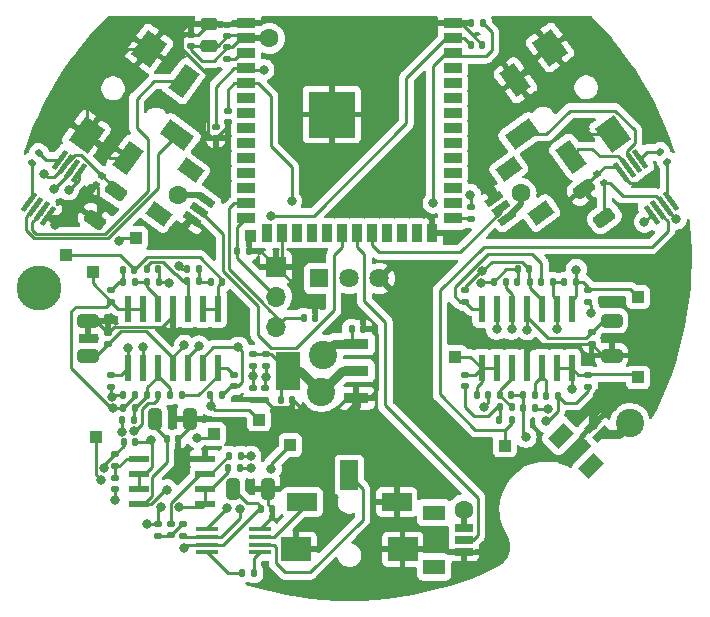
<source format=gbr>
%TF.GenerationSoftware,KiCad,Pcbnew,8.0.6*%
%TF.CreationDate,2024-11-01T20:33:52-04:00*%
%TF.ProjectId,FlexGlO,466c6578-476c-44f2-9e6b-696361645f70,rev?*%
%TF.SameCoordinates,Original*%
%TF.FileFunction,Copper,L1,Top*%
%TF.FilePolarity,Positive*%
%FSLAX46Y46*%
G04 Gerber Fmt 4.6, Leading zero omitted, Abs format (unit mm)*
G04 Created by KiCad (PCBNEW 8.0.6) date 2024-11-01 20:33:52*
%MOMM*%
%LPD*%
G01*
G04 APERTURE LIST*
G04 Aperture macros list*
%AMRoundRect*
0 Rectangle with rounded corners*
0 $1 Rounding radius*
0 $2 $3 $4 $5 $6 $7 $8 $9 X,Y pos of 4 corners*
0 Add a 4 corners polygon primitive as box body*
4,1,4,$2,$3,$4,$5,$6,$7,$8,$9,$2,$3,0*
0 Add four circle primitives for the rounded corners*
1,1,$1+$1,$2,$3*
1,1,$1+$1,$4,$5*
1,1,$1+$1,$6,$7*
1,1,$1+$1,$8,$9*
0 Add four rect primitives between the rounded corners*
20,1,$1+$1,$2,$3,$4,$5,0*
20,1,$1+$1,$4,$5,$6,$7,0*
20,1,$1+$1,$6,$7,$8,$9,0*
20,1,$1+$1,$8,$9,$2,$3,0*%
%AMRotRect*
0 Rectangle, with rotation*
0 The origin of the aperture is its center*
0 $1 length*
0 $2 width*
0 $3 Rotation angle, in degrees counterclockwise*
0 Add horizontal line*
21,1,$1,$2,0,0,$3*%
G04 Aperture macros list end*
%TA.AperFunction,SMDPad,CuDef*%
%ADD10RotRect,1.828800X0.431800X54.000000*%
%TD*%
%TA.AperFunction,SMDPad,CuDef*%
%ADD11R,1.663700X0.558800*%
%TD*%
%TA.AperFunction,SMDPad,CuDef*%
%ADD12RoundRect,0.135000X0.185000X-0.135000X0.185000X0.135000X-0.185000X0.135000X-0.185000X-0.135000X0*%
%TD*%
%TA.AperFunction,SMDPad,CuDef*%
%ADD13RotRect,2.500000X1.500000X216.000000*%
%TD*%
%TA.AperFunction,SMDPad,CuDef*%
%ADD14RotRect,1.500000X2.500000X216.000000*%
%TD*%
%TA.AperFunction,SMDPad,CuDef*%
%ADD15RotRect,2.000000X2.500000X216.000000*%
%TD*%
%TA.AperFunction,SMDPad,CuDef*%
%ADD16RoundRect,0.250000X0.716891X0.119130X0.334831X0.644991X-0.716891X-0.119130X-0.334831X-0.644991X0*%
%TD*%
%TA.AperFunction,SMDPad,CuDef*%
%ADD17RoundRect,0.135000X-0.135000X-0.185000X0.135000X-0.185000X0.135000X0.185000X-0.135000X0.185000X0*%
%TD*%
%TA.AperFunction,SMDPad,CuDef*%
%ADD18RoundRect,0.135000X-0.185000X0.135000X-0.185000X-0.135000X0.185000X-0.135000X0.185000X0.135000X0*%
%TD*%
%TA.AperFunction,SMDPad,CuDef*%
%ADD19RoundRect,0.140000X0.170000X-0.140000X0.170000X0.140000X-0.170000X0.140000X-0.170000X-0.140000X0*%
%TD*%
%TA.AperFunction,ComponentPad*%
%ADD20C,2.600000*%
%TD*%
%TA.AperFunction,ConnectorPad*%
%ADD21C,3.800000*%
%TD*%
%TA.AperFunction,SMDPad,CuDef*%
%ADD22RotRect,0.660400X1.549400X126.000000*%
%TD*%
%TA.AperFunction,SMDPad,CuDef*%
%ADD23RotRect,1.905000X1.295400X216.000000*%
%TD*%
%TA.AperFunction,SMDPad,CuDef*%
%ADD24R,1.000000X1.000000*%
%TD*%
%TA.AperFunction,SMDPad,CuDef*%
%ADD25RoundRect,0.140000X-0.170000X0.140000X-0.170000X-0.140000X0.170000X-0.140000X0.170000X0.140000X0*%
%TD*%
%TA.AperFunction,SMDPad,CuDef*%
%ADD26RoundRect,0.135000X0.135000X0.185000X-0.135000X0.185000X-0.135000X-0.185000X0.135000X-0.185000X0*%
%TD*%
%TA.AperFunction,SMDPad,CuDef*%
%ADD27RoundRect,0.140000X0.140000X0.170000X-0.140000X0.170000X-0.140000X-0.170000X0.140000X-0.170000X0*%
%TD*%
%TA.AperFunction,SMDPad,CuDef*%
%ADD28RoundRect,0.140000X-0.055243X0.213186X-0.219823X-0.013339X0.055243X-0.213186X0.219823X0.013339X0*%
%TD*%
%TA.AperFunction,SMDPad,CuDef*%
%ADD29RoundRect,0.140000X-0.140000X-0.170000X0.140000X-0.170000X0.140000X0.170000X-0.140000X0.170000X0*%
%TD*%
%TA.AperFunction,ComponentPad*%
%ADD30R,1.700000X1.700000*%
%TD*%
%TA.AperFunction,ComponentPad*%
%ADD31O,1.700000X1.700000*%
%TD*%
%TA.AperFunction,SMDPad,CuDef*%
%ADD32R,1.500000X2.500000*%
%TD*%
%TA.AperFunction,SMDPad,CuDef*%
%ADD33R,2.500000X1.500000*%
%TD*%
%TA.AperFunction,SMDPad,CuDef*%
%ADD34R,2.500000X2.000000*%
%TD*%
%TA.AperFunction,SMDPad,CuDef*%
%ADD35R,0.558800X2.286000*%
%TD*%
%TA.AperFunction,SMDPad,CuDef*%
%ADD36RotRect,0.660400X1.549400X234.000000*%
%TD*%
%TA.AperFunction,SMDPad,CuDef*%
%ADD37RotRect,1.905000X1.295400X324.000000*%
%TD*%
%TA.AperFunction,SMDPad,CuDef*%
%ADD38RoundRect,0.135000X-0.229019X0.000477X-0.070317X-0.217958X0.229019X-0.000477X0.070317X0.217958X0*%
%TD*%
%TA.AperFunction,SMDPad,CuDef*%
%ADD39RoundRect,0.250000X-0.334831X0.644991X-0.716891X0.119130X0.334831X-0.644991X0.716891X-0.119130X0*%
%TD*%
%TA.AperFunction,SMDPad,CuDef*%
%ADD40RoundRect,0.250000X-0.475000X0.250000X-0.475000X-0.250000X0.475000X-0.250000X0.475000X0.250000X0*%
%TD*%
%TA.AperFunction,SMDPad,CuDef*%
%ADD41RoundRect,0.250000X-0.325000X-0.650000X0.325000X-0.650000X0.325000X0.650000X-0.325000X0.650000X0*%
%TD*%
%TA.AperFunction,SMDPad,CuDef*%
%ADD42RoundRect,0.250000X0.650000X-0.325000X0.650000X0.325000X-0.650000X0.325000X-0.650000X-0.325000X0*%
%TD*%
%TA.AperFunction,ComponentPad*%
%ADD43R,1.635000X1.635000*%
%TD*%
%TA.AperFunction,ComponentPad*%
%ADD44C,1.635000*%
%TD*%
%TA.AperFunction,SMDPad,CuDef*%
%ADD45RotRect,1.828800X0.431800X306.000000*%
%TD*%
%TA.AperFunction,SMDPad,CuDef*%
%ADD46R,1.500000X0.900000*%
%TD*%
%TA.AperFunction,SMDPad,CuDef*%
%ADD47R,0.900000X1.500000*%
%TD*%
%TA.AperFunction,HeatsinkPad*%
%ADD48C,0.600000*%
%TD*%
%TA.AperFunction,SMDPad,CuDef*%
%ADD49R,3.900000X3.900000*%
%TD*%
%TA.AperFunction,SMDPad,CuDef*%
%ADD50RotRect,0.660400X1.549400X315.000000*%
%TD*%
%TA.AperFunction,SMDPad,CuDef*%
%ADD51RotRect,1.905000X1.295400X45.000000*%
%TD*%
%TA.AperFunction,SMDPad,CuDef*%
%ADD52R,1.828800X0.431800*%
%TD*%
%TA.AperFunction,SMDPad,CuDef*%
%ADD53RoundRect,0.135000X0.070317X-0.217958X0.229019X0.000477X-0.070317X0.217958X-0.229019X-0.000477X0*%
%TD*%
%TA.AperFunction,SMDPad,CuDef*%
%ADD54R,2.150000X0.950000*%
%TD*%
%TA.AperFunction,SMDPad,CuDef*%
%ADD55R,2.150000X3.250000*%
%TD*%
%TA.AperFunction,SMDPad,CuDef*%
%ADD56RoundRect,0.250000X-0.650000X0.325000X-0.650000X-0.325000X0.650000X-0.325000X0.650000X0.325000X0*%
%TD*%
%TA.AperFunction,SMDPad,CuDef*%
%ADD57R,1.549400X0.660400*%
%TD*%
%TA.AperFunction,SMDPad,CuDef*%
%ADD58R,1.905000X1.295400*%
%TD*%
%TA.AperFunction,SMDPad,CuDef*%
%ADD59RoundRect,0.140000X0.219823X-0.013339X0.055243X0.213186X-0.219823X0.013339X-0.055243X-0.213186X0*%
%TD*%
%TA.AperFunction,SMDPad,CuDef*%
%ADD60RotRect,2.500000X1.500000X324.000000*%
%TD*%
%TA.AperFunction,SMDPad,CuDef*%
%ADD61RotRect,1.500000X2.500000X324.000000*%
%TD*%
%TA.AperFunction,SMDPad,CuDef*%
%ADD62RotRect,2.000000X2.500000X324.000000*%
%TD*%
%TA.AperFunction,ViaPad*%
%ADD63C,2.400000*%
%TD*%
%TA.AperFunction,ViaPad*%
%ADD64C,1.600000*%
%TD*%
%TA.AperFunction,ViaPad*%
%ADD65C,0.800000*%
%TD*%
%TA.AperFunction,Conductor*%
%ADD66C,0.250000*%
%TD*%
%TA.AperFunction,Conductor*%
%ADD67C,0.750000*%
%TD*%
%TA.AperFunction,Conductor*%
%ADD68C,0.500000*%
%TD*%
G04 APERTURE END LIST*
D10*
%TO.P,I_AMP1,1,Rg*%
%TO.N,Net-(I_AMP1-Rg-Pad1)*%
X92887295Y-95246080D03*
%TO.P,I_AMP1,2,-*%
%TO.N,/amp_phase1/E-*%
X93413154Y-95628139D03*
%TO.P,I_AMP1,3,+*%
%TO.N,/amp_phase1/E+*%
X93939017Y-96010201D03*
%TO.P,I_AMP1,4,Vs-*%
%TO.N,BONE_REF*%
X94464876Y-96392260D03*
%TO.P,I_AMP1,5,Ref*%
%TO.N,V_I_REF*%
X97077581Y-92796180D03*
%TO.P,I_AMP1,6*%
%TO.N,AMP_OUT1*%
X96551722Y-92414121D03*
%TO.P,I_AMP1,7,Vs+*%
%TO.N,+3.3V*%
X96025859Y-92032059D03*
%TO.P,I_AMP1,8,Rg*%
%TO.N,Net-(I_AMP1-Rg-Pad8)*%
X95500000Y-91650000D03*
%TD*%
D11*
%TO.P,DUAL_AMP1,1,1OUT*%
%TO.N,Net-(DUAL_AMP1-1IN-)*%
X107800000Y-120795000D03*
%TO.P,DUAL_AMP1,2,1IN-*%
X107800000Y-119525000D03*
%TO.P,DUAL_AMP1,3,1IN+*%
%TO.N,Net-(DUAL_AMP1-1IN+)*%
X107800000Y-118255000D03*
%TO.P,DUAL_AMP1,4,GND*%
%TO.N,BONE_REF*%
X107800000Y-116985000D03*
%TO.P,DUAL_AMP1,5,2IN+*%
%TO.N,Net-(DUAL_AMP1-2IN+)*%
X102148500Y-116985000D03*
%TO.P,DUAL_AMP1,6,2IN-*%
%TO.N,F_EKG1*%
X102148500Y-118255000D03*
%TO.P,DUAL_AMP1,7,2OUT*%
X102148500Y-119525000D03*
%TO.P,DUAL_AMP1,8,VDD+*%
%TO.N,+3.3V*%
X102148500Y-120795000D03*
%TD*%
D12*
%TO.P,R_K_H1,1*%
%TO.N,Net-(C_K_H1-Pad2)*%
X103825000Y-123500000D03*
%TO.P,R_K_H1,2*%
%TO.N,Net-(DUAL_AMP1-1IN-)*%
X103825000Y-122480000D03*
%TD*%
D13*
%TO.P,JACK2,1*%
%TO.N,/amp_phase2/E-*%
X134575000Y-89475000D03*
D14*
%TO.P,JACK2,2*%
%TO.N,BONE_REF*%
X134044146Y-84916416D03*
%TO.P,JACK2,3*%
%TO.N,/amp_phase2/E+*%
X138746430Y-91388552D03*
D15*
%TO.P,JACK2,4_1*%
%TO.N,BONE_REF*%
X136986322Y-82160766D03*
%TO.P,JACK2,4_2*%
X142276390Y-89441919D03*
%TD*%
D16*
%TO.P,C_I_D4,1*%
%TO.N,+3.3V*%
X141591983Y-96543300D03*
%TO.P,C_I_D4,2*%
%TO.N,BONE_REF*%
X139858017Y-94156700D03*
%TD*%
D17*
%TO.P,R_M_L2,1*%
%TO.N,Net-(QUAD_AMP1-3IN+)*%
X106280000Y-101950000D03*
%TO.P,R_M_L2,2*%
%TO.N,Net-(C_M_L1-Pad1)*%
X107300000Y-101950000D03*
%TD*%
D18*
%TO.P,R_F_D1,1*%
%TO.N,+3.3V*%
X112900000Y-108080000D03*
%TO.P,R_F_D1,2*%
%TO.N,V_F_REF*%
X112900000Y-109100000D03*
%TD*%
D12*
%TO.P,R_M_H1,1*%
%TO.N,Net-(QUAD_AMP1-4IN-)*%
X99825000Y-103670000D03*
%TO.P,R_M_H1,2*%
%TO.N,Net-(C_M_H1-Pad1)*%
X99825000Y-102650000D03*
%TD*%
%TO.P,R_M_N4,1*%
%TO.N,Net-(QUAD_AMP2-2IN+)*%
X140225000Y-103700000D03*
%TO.P,R_M_N4,2*%
%TO.N,F_EMG2*%
X140225000Y-102680000D03*
%TD*%
D19*
%TO.P,C_ESP_D1,1*%
%TO.N,+3.3V*%
X109675000Y-81210000D03*
%TO.P,C_ESP_D1,2*%
%TO.N,BONE_REF*%
X109675000Y-80250000D03*
%TD*%
D17*
%TO.P,R_M_Q3,1*%
%TO.N,Net-(QUAD_AMP2-4IN-)*%
X134230000Y-101975000D03*
%TO.P,R_M_Q3,2*%
%TO.N,Net-(QUAD_AMP2-1IN+)*%
X135250000Y-101975000D03*
%TD*%
D20*
%TO.P,H1,1*%
%TO.N,N/C*%
X93750000Y-102500000D03*
D21*
X93750000Y-102500000D03*
%TD*%
D22*
%TO.P,JST_3P2,1,1*%
%TO.N,BONE_REF*%
X132206614Y-94955575D03*
%TO.P,JST_3P2,2,2*%
%TO.N,LED_DATA2*%
X132794400Y-95764592D03*
%TO.P,JST_3P2,3,3*%
%TO.N,+3.3V*%
X133382186Y-96573610D03*
D23*
%TO.P,JST_3P2,4*%
%TO.N,N/C*%
X136189073Y-96141174D03*
%TO.P,JST_3P2,5*%
X133485261Y-92419696D03*
%TD*%
D24*
%TO.P,T_I1,1,1*%
%TO.N,AMP_OUT1*%
X101950000Y-98275000D03*
%TD*%
D12*
%TO.P,R_M_N2,1*%
%TO.N,Net-(QUAD_AMP1-2IN+)*%
X99800000Y-110885000D03*
%TO.P,R_M_N2,2*%
%TO.N,F_EMG1*%
X99800000Y-109865000D03*
%TD*%
D19*
%TO.P,C_ADC_F3,1*%
%TO.N,BONE_REF*%
X108675000Y-89835000D03*
%TO.P,C_ADC_F3,2*%
%TO.N,V_F_REF*%
X108675000Y-88875000D03*
%TD*%
D25*
%TO.P,C_K_L2,1*%
%TO.N,Net-(DUAL_AMP1-2IN+)*%
X100150000Y-118565000D03*
%TO.P,C_K_L2,2*%
%TO.N,V_F_REF*%
X100150000Y-119525000D03*
%TD*%
D17*
%TO.P,R_M_O2,1*%
%TO.N,F_EMG1*%
X108225000Y-111550000D03*
%TO.P,R_M_O2,2*%
%TO.N,Net-(QUAD_AMP1-1IN-)*%
X109245000Y-111550000D03*
%TD*%
D26*
%TO.P,R_M_N1,1*%
%TO.N,Net-(QUAD_AMP1-4IN-)*%
X101850000Y-111575000D03*
%TO.P,R_M_N1,2*%
%TO.N,Net-(QUAD_AMP1-2IN+)*%
X100830000Y-111575000D03*
%TD*%
D27*
%TO.P,C_M_L2,1*%
%TO.N,V_F_REF*%
X103825000Y-100925000D03*
%TO.P,C_M_L2,2*%
%TO.N,Net-(QUAD_AMP1-3IN+)*%
X102865000Y-100925000D03*
%TD*%
D28*
%TO.P,C_I_D1,1*%
%TO.N,+3.3V*%
X99075000Y-93000000D03*
%TO.P,C_I_D1,2*%
%TO.N,BONE_REF*%
X98510726Y-93776656D03*
%TD*%
D27*
%TO.P,C_M_H4,1*%
%TO.N,Net-(C_M_H3-Pad2)*%
X131775000Y-111550000D03*
%TO.P,C_M_H4,2*%
%TO.N,Net-(QUAD_AMP2-3IN-)*%
X130815000Y-111550000D03*
%TD*%
D29*
%TO.P,C_ADC_F2,1*%
%TO.N,BONE_REF*%
X130315000Y-80075000D03*
%TO.P,C_ADC_F2,2*%
%TO.N,F_EMG2*%
X131275000Y-80075000D03*
%TD*%
D30*
%TO.P,USB_RAW1,1,Pin_1*%
%TO.N,BONE_REF*%
X113800000Y-100700000D03*
D31*
%TO.P,USB_RAW1,2,Pin_2*%
%TO.N,Net-(ESP1-IO20)*%
X113800000Y-103240000D03*
%TO.P,USB_RAW1,3,Pin_3*%
%TO.N,/ESP1/D+_G*%
X113800000Y-105780000D03*
%TD*%
D17*
%TO.P,R_M_H4,1*%
%TO.N,V_F_REF*%
X134680000Y-111600000D03*
%TO.P,R_M_H4,2*%
%TO.N,Net-(QUAD_AMP2-4IN+)*%
X135700000Y-111600000D03*
%TD*%
D29*
%TO.P,C_M_L1,1*%
%TO.N,Net-(C_M_L1-Pad1)*%
X108265000Y-101975000D03*
%TO.P,C_M_L1,2*%
%TO.N,Net-(QUAD_AMP1-3IN-)*%
X109225000Y-101975000D03*
%TD*%
D32*
%TO.P,JACK3,1*%
%TO.N,/amp_phase3/E-*%
X120000000Y-118374999D03*
D33*
%TO.P,JACK3,2*%
%TO.N,BONE_REF*%
X124000000Y-120625000D03*
%TO.P,JACK3,3*%
%TO.N,/amp_phase3/E+*%
X116000000Y-120625000D03*
D34*
%TO.P,JACK3,4_1*%
%TO.N,BONE_REF*%
X124499999Y-124624999D03*
%TO.P,JACK3,4_2*%
X115499999Y-124624999D03*
%TD*%
D19*
%TO.P,C_M_L3,1*%
%TO.N,Net-(C_M_L3-Pad1)*%
X129800000Y-110830000D03*
%TO.P,C_M_L3,2*%
%TO.N,Net-(QUAD_AMP2-3IN-)*%
X129800000Y-109870000D03*
%TD*%
D35*
%TO.P,QUAD_AMP2,1,1OUT*%
%TO.N,F_EMG2*%
X138820000Y-104250000D03*
%TO.P,QUAD_AMP2,2,1IN-*%
%TO.N,Net-(QUAD_AMP2-1IN-)*%
X137550000Y-104250000D03*
%TO.P,QUAD_AMP2,3,1IN+*%
%TO.N,Net-(QUAD_AMP2-1IN+)*%
X136280000Y-104250000D03*
%TO.P,QUAD_AMP2,4,VDD+*%
%TO.N,+3.3V*%
X135010000Y-104250000D03*
%TO.P,QUAD_AMP2,5,2IN+*%
%TO.N,Net-(QUAD_AMP2-2IN+)*%
X133740000Y-104250000D03*
%TO.P,QUAD_AMP2,6,2IN-*%
%TO.N,Net-(QUAD_AMP2-1IN-)*%
X132470000Y-104250000D03*
%TO.P,QUAD_AMP2,7,2OUT*%
%TO.N,Net-(QUAD_AMP2-2OUT)*%
X131200000Y-104250000D03*
%TO.P,QUAD_AMP2,8,3OUT*%
%TO.N,Net-(QUAD_AMP2-3IN-)*%
X131200000Y-109279200D03*
%TO.P,QUAD_AMP2,9,3IN-*%
X132470000Y-109279200D03*
%TO.P,QUAD_AMP2,10,3IN+*%
%TO.N,Net-(QUAD_AMP2-3IN+)*%
X133740000Y-109279200D03*
%TO.P,QUAD_AMP2,11,GND*%
%TO.N,BONE_REF*%
X135010000Y-109279200D03*
%TO.P,QUAD_AMP2,12,4IN+*%
%TO.N,Net-(QUAD_AMP2-4IN+)*%
X136280000Y-109279200D03*
%TO.P,QUAD_AMP2,13,4IN-*%
%TO.N,Net-(QUAD_AMP2-4IN-)*%
X137550000Y-109279200D03*
%TO.P,QUAD_AMP2,14,4OUT*%
X138820000Y-109279200D03*
%TD*%
D36*
%TO.P,JST_3P1,1,1*%
%TO.N,BONE_REF*%
X106653075Y-96678914D03*
%TO.P,JST_3P1,2,2*%
%TO.N,LED_DATA1*%
X107240861Y-95869896D03*
%TO.P,JST_3P1,3,3*%
%TO.N,+3.3V*%
X107828647Y-95060879D03*
D37*
%TO.P,JST_3P1,4*%
%TO.N,N/C*%
X106550000Y-92525000D03*
%TO.P,JST_3P1,5*%
X103846188Y-96246478D03*
%TD*%
D26*
%TO.P,R_M_Q2,1*%
%TO.N,Net-(QUAD_AMP1-1IN+)*%
X101800000Y-113725000D03*
%TO.P,R_M_Q2,2*%
%TO.N,V_F_REF*%
X100780000Y-113725000D03*
%TD*%
D24*
%TO.P,T_LP1,1,1*%
%TO.N,Net-(QUAD_AMP1-3IN-)*%
X95975000Y-99725000D03*
%TD*%
D18*
%TO.P,R_F_D2,1*%
%TO.N,V_F_REF*%
X112875000Y-110975000D03*
%TO.P,R_F_D2,2*%
%TO.N,BONE_REF*%
X112875000Y-111995000D03*
%TD*%
D26*
%TO.P,R_M_O4,1*%
%TO.N,F_EMG2*%
X139200000Y-101975000D03*
%TO.P,R_M_O4,2*%
%TO.N,Net-(QUAD_AMP2-1IN-)*%
X138180000Y-101975000D03*
%TD*%
D38*
%TO.P,R_I_G2,1*%
%TO.N,Net-(I_AMP2-Rg-Pad1)*%
X146300460Y-90974802D03*
%TO.P,R_I_G2,2*%
%TO.N,Net-(I_AMP2-Rg-Pad8)*%
X146900000Y-91800000D03*
%TD*%
D19*
%TO.P,C_K_H1,1*%
%TO.N,AMP_OUT3*%
X105950000Y-123475000D03*
%TO.P,C_K_H1,2*%
%TO.N,Net-(C_K_H1-Pad2)*%
X105950000Y-122515000D03*
%TD*%
D39*
%TO.P,C_I_D2,1*%
%TO.N,+3.3V*%
X100200000Y-94325000D03*
%TO.P,C_I_D2,2*%
%TO.N,BONE_REF*%
X98466034Y-96711600D03*
%TD*%
D26*
%TO.P,R_M_L4,1*%
%TO.N,Net-(QUAD_AMP2-3IN+)*%
X133735000Y-112625000D03*
%TO.P,R_M_L4,2*%
%TO.N,Net-(C_M_L3-Pad1)*%
X132715000Y-112625000D03*
%TD*%
D25*
%TO.P,C_M_D1,1*%
%TO.N,BONE_REF*%
X99550000Y-106295000D03*
%TO.P,C_M_D1,2*%
%TO.N,+3.3V*%
X99550000Y-107255000D03*
%TD*%
D29*
%TO.P,C_M_O1,1*%
%TO.N,Net-(QUAD_AMP1-1IN+)*%
X102845000Y-111575000D03*
%TO.P,C_M_O1,2*%
%TO.N,Net-(QUAD_AMP1-4IN-)*%
X103805000Y-111575000D03*
%TD*%
D27*
%TO.P,C_ADC_F1,1*%
%TO.N,BONE_REF*%
X131255000Y-81925000D03*
%TO.P,C_ADC_F1,2*%
%TO.N,F_EMG1*%
X130295000Y-81925000D03*
%TD*%
D40*
%TO.P,C_ESP_D2,1*%
%TO.N,BONE_REF*%
X108125000Y-80150000D03*
%TO.P,C_ESP_D2,2*%
%TO.N,+3.3V*%
X108125000Y-82050000D03*
%TD*%
D41*
%TO.P,C_I_D6,1*%
%TO.N,+3.3V*%
X110125000Y-119500000D03*
%TO.P,C_I_D6,2*%
%TO.N,BONE_REF*%
X113075000Y-119500000D03*
%TD*%
D12*
%TO.P,R_K_L2,1*%
%TO.N,Net-(DUAL_AMP1-2IN+)*%
X100150000Y-117610000D03*
%TO.P,R_K_L2,2*%
%TO.N,Net-(C_K_L1-Pad2)*%
X100150000Y-116590000D03*
%TD*%
D17*
%TO.P,R_K_H2,1*%
%TO.N,Net-(DUAL_AMP1-1IN+)*%
X109765000Y-116700000D03*
%TO.P,R_K_H2,2*%
%TO.N,V_F_REF*%
X110785000Y-116700000D03*
%TD*%
D27*
%TO.P,C_K_D1,1*%
%TO.N,BONE_REF*%
X105475000Y-115275000D03*
%TO.P,C_K_D1,2*%
%TO.N,+3.3V*%
X104515000Y-115275000D03*
%TD*%
%TO.P,C_K_L1,1*%
%TO.N,F_EKG1*%
X101855000Y-115575000D03*
%TO.P,C_K_L1,2*%
%TO.N,Net-(C_K_L1-Pad2)*%
X100895000Y-115575000D03*
%TD*%
D42*
%TO.P,C_M_D2,1*%
%TO.N,+3.3V*%
X97850000Y-108250000D03*
%TO.P,C_M_D2,2*%
%TO.N,BONE_REF*%
X97850000Y-105300000D03*
%TD*%
D43*
%TO.P,S1,1*%
%TO.N,Net-(LDO1-IN)*%
X117460000Y-101700000D03*
D44*
%TO.P,S1,2*%
%TO.N,/power_reference1/BAT_+3.7V*%
X120000000Y-101700000D03*
%TO.P,S1,3*%
%TO.N,BONE_REF*%
X122540000Y-101700000D03*
%TD*%
D24*
%TO.P,T_HP3,1,1*%
%TO.N,Net-(DUAL_AMP1-1IN-)*%
X98575000Y-115150000D03*
%TD*%
D45*
%TO.P,I_AMP2,1,Rg*%
%TO.N,Net-(I_AMP2-Rg-Pad1)*%
X144600000Y-91575000D03*
%TO.P,I_AMP2,2,-*%
%TO.N,/amp_phase2/E-*%
X144074141Y-91957059D03*
%TO.P,I_AMP2,3,+*%
%TO.N,/amp_phase2/E+*%
X143548278Y-92339121D03*
%TO.P,I_AMP2,4,Vs-*%
%TO.N,BONE_REF*%
X143022419Y-92721180D03*
%TO.P,I_AMP2,5,Ref*%
%TO.N,V_I_REF*%
X145635124Y-96317260D03*
%TO.P,I_AMP2,6*%
%TO.N,AMP_OUT2*%
X146160983Y-95935201D03*
%TO.P,I_AMP2,7,Vs+*%
%TO.N,+3.3V*%
X146686846Y-95553139D03*
%TO.P,I_AMP2,8,Rg*%
%TO.N,Net-(I_AMP2-Rg-Pad8)*%
X147212705Y-95171080D03*
%TD*%
D26*
%TO.P,R_I_G3,1*%
%TO.N,Net-(I_AMP3-Rg-Pad1)*%
X111925000Y-126625000D03*
%TO.P,R_I_G3,2*%
%TO.N,Net-(I_AMP3-Rg-Pad8)*%
X110905000Y-126625000D03*
%TD*%
D29*
%TO.P,C_LDO1,1*%
%TO.N,Net-(LDO1-IN)*%
X120190000Y-105950000D03*
%TO.P,C_LDO1,2*%
%TO.N,BONE_REF*%
X121150000Y-105950000D03*
%TD*%
D46*
%TO.P,ESP1,1,GND*%
%TO.N,BONE_REF*%
X111250000Y-80100000D03*
%TO.P,ESP1,2,3V3*%
%TO.N,+3.3V*%
X111250000Y-81370000D03*
%TO.P,ESP1,3,EN*%
%TO.N,/ESP1/EN*%
X111250000Y-82640000D03*
%TO.P,ESP1,4,IO4*%
%TO.N,V_F_REF*%
X111250000Y-83910000D03*
%TO.P,ESP1,5,IO5*%
%TO.N,F_EKG1*%
X111250000Y-85180000D03*
%TO.P,ESP1,6,IO6*%
%TO.N,unconnected-(ESP1-IO6-Pad6)*%
X111250000Y-86450000D03*
%TO.P,ESP1,7,IO7*%
%TO.N,unconnected-(ESP1-IO7-Pad7)*%
X111250000Y-87720000D03*
%TO.P,ESP1,8,IO15*%
%TO.N,unconnected-(ESP1-IO15-Pad8)*%
X111250000Y-88990000D03*
%TO.P,ESP1,9,IO16*%
%TO.N,unconnected-(ESP1-IO16-Pad9)*%
X111250000Y-90260000D03*
%TO.P,ESP1,10,IO17*%
%TO.N,unconnected-(ESP1-IO17-Pad10)*%
X111250000Y-91530000D03*
%TO.P,ESP1,11,IO18*%
%TO.N,unconnected-(ESP1-IO18-Pad11)*%
X111250000Y-92800000D03*
%TO.P,ESP1,12,IO8*%
%TO.N,unconnected-(ESP1-IO8-Pad12)*%
X111250000Y-94070000D03*
%TO.P,ESP1,13,IO19*%
%TO.N,/ESP1/D+_G*%
X111250000Y-95340000D03*
%TO.P,ESP1,14,IO20*%
%TO.N,Net-(ESP1-IO20)*%
X111250000Y-96610000D03*
D47*
%TO.P,ESP1,15,IO3*%
%TO.N,unconnected-(ESP1-IO3-Pad15)*%
X113015000Y-97860000D03*
%TO.P,ESP1,16,IO46*%
%TO.N,BONE_REF*%
X114285000Y-97860000D03*
%TO.P,ESP1,17,IO9*%
%TO.N,unconnected-(ESP1-IO9-Pad17)*%
X115555000Y-97860000D03*
%TO.P,ESP1,18,IO10*%
%TO.N,unconnected-(ESP1-IO10-Pad18)*%
X116825000Y-97860000D03*
%TO.P,ESP1,19,IO11*%
%TO.N,unconnected-(ESP1-IO11-Pad19)*%
X118095000Y-97860000D03*
%TO.P,ESP1,20,IO12*%
%TO.N,LED_DATA1*%
X119365000Y-97860000D03*
%TO.P,ESP1,21,IO13*%
%TO.N,LED_DATA3*%
X120635000Y-97860000D03*
%TO.P,ESP1,22,IO14*%
%TO.N,LED_DATA2*%
X121905000Y-97860000D03*
%TO.P,ESP1,23,IO21*%
%TO.N,unconnected-(ESP1-IO21-Pad23)*%
X123175000Y-97860000D03*
%TO.P,ESP1,24,IO47*%
%TO.N,unconnected-(ESP1-IO47-Pad24)*%
X124445000Y-97860000D03*
%TO.P,ESP1,25,IO48*%
%TO.N,unconnected-(ESP1-IO48-Pad25)*%
X125715000Y-97860000D03*
%TO.P,ESP1,26,IO45*%
%TO.N,BONE_REF*%
X126985000Y-97860000D03*
D46*
%TO.P,ESP1,27,IO0*%
%TO.N,/ESP1/BOOT1*%
X128750000Y-96610000D03*
%TO.P,ESP1,28,IO35*%
%TO.N,unconnected-(ESP1-IO35-Pad28)*%
X128750000Y-95340000D03*
%TO.P,ESP1,29,IO36*%
%TO.N,unconnected-(ESP1-IO36-Pad29)*%
X128750000Y-94070000D03*
%TO.P,ESP1,30,IO37*%
%TO.N,unconnected-(ESP1-IO37-Pad30)*%
X128750000Y-92800000D03*
%TO.P,ESP1,31,IO38*%
%TO.N,unconnected-(ESP1-IO38-Pad31)*%
X128750000Y-91530000D03*
%TO.P,ESP1,32,IO39*%
%TO.N,unconnected-(ESP1-IO39-Pad32)*%
X128750000Y-90260000D03*
%TO.P,ESP1,33,IO40*%
%TO.N,unconnected-(ESP1-IO40-Pad33)*%
X128750000Y-88990000D03*
%TO.P,ESP1,34,IO41*%
%TO.N,unconnected-(ESP1-IO41-Pad34)*%
X128750000Y-87720000D03*
%TO.P,ESP1,35,IO42*%
%TO.N,unconnected-(ESP1-IO42-Pad35)*%
X128750000Y-86450000D03*
%TO.P,ESP1,36,RXD0*%
%TO.N,unconnected-(ESP1-RXD0-Pad36)*%
X128750000Y-85180000D03*
%TO.P,ESP1,37,TXD0*%
%TO.N,unconnected-(ESP1-TXD0-Pad37)*%
X128750000Y-83910000D03*
%TO.P,ESP1,38,IO2*%
%TO.N,F_EMG2*%
X128750000Y-82640000D03*
%TO.P,ESP1,39,IO1*%
%TO.N,F_EMG1*%
X128750000Y-81370000D03*
%TO.P,ESP1,40,GND*%
%TO.N,BONE_REF*%
X128750000Y-80100000D03*
D48*
%TO.P,ESP1,41,GND*%
X117100000Y-87120000D03*
X117100000Y-88520000D03*
X117800000Y-86420000D03*
X117800000Y-87820000D03*
X117800000Y-89220000D03*
X118500000Y-87120000D03*
D49*
X118500000Y-87820000D03*
D48*
X118500000Y-88520000D03*
X119200000Y-86420000D03*
X119200000Y-87820000D03*
X119200000Y-89220000D03*
X119900000Y-87120000D03*
X119900000Y-88520000D03*
%TD*%
D18*
%TO.P,R_I_D2,1*%
%TO.N,V_I_REF*%
X111800000Y-110975000D03*
%TO.P,R_I_D2,2*%
%TO.N,BONE_REF*%
X111800000Y-111995000D03*
%TD*%
D17*
%TO.P,R_M_Q1,1*%
%TO.N,Net-(QUAD_AMP1-4IN-)*%
X100830000Y-112675000D03*
%TO.P,R_M_Q1,2*%
%TO.N,Net-(QUAD_AMP1-1IN+)*%
X101850000Y-112675000D03*
%TD*%
D12*
%TO.P,R_ESP_PU1,1*%
%TO.N,/ESP1/EN*%
X109675000Y-83160000D03*
%TO.P,R_ESP_PU1,2*%
%TO.N,+3.3V*%
X109675000Y-82140000D03*
%TD*%
D27*
%TO.P,C_M_H2,1*%
%TO.N,Net-(QUAD_AMP1-4IN+)*%
X101825000Y-101975000D03*
%TO.P,C_M_H2,2*%
%TO.N,Net-(C_M_H1-Pad1)*%
X100865000Y-101975000D03*
%TD*%
D24*
%TO.P,T_N1,1,1*%
%TO.N,F_EMG1*%
X112325000Y-113650000D03*
%TD*%
D18*
%TO.P,R_ESP_PU4,1*%
%TO.N,+3.3V*%
X130300000Y-95655000D03*
%TO.P,R_ESP_PU4,2*%
%TO.N,/ESP1/BOOT1*%
X130300000Y-96675000D03*
%TD*%
D24*
%TO.P,T_BP1,1,1*%
%TO.N,Net-(QUAD_AMP1-4IN-)*%
X98275000Y-101150000D03*
%TD*%
D27*
%TO.P,C_M_L4,1*%
%TO.N,V_F_REF*%
X133700000Y-111575000D03*
%TO.P,C_M_L4,2*%
%TO.N,Net-(QUAD_AMP2-3IN+)*%
X132740000Y-111575000D03*
%TD*%
D25*
%TO.P,C_K_H2,1*%
%TO.N,Net-(DUAL_AMP1-1IN+)*%
X104875000Y-122500000D03*
%TO.P,C_K_H2,2*%
%TO.N,Net-(C_K_H1-Pad2)*%
X104875000Y-123460000D03*
%TD*%
D24*
%TO.P,T_N2,1,1*%
%TO.N,F_EMG2*%
X144425000Y-103250000D03*
%TD*%
D29*
%TO.P,C_I_D5,1*%
%TO.N,+3.3V*%
X112515000Y-121200000D03*
%TO.P,C_I_D5,2*%
%TO.N,BONE_REF*%
X113475000Y-121200000D03*
%TD*%
D50*
%TO.P,JST_2P1,1,1*%
%TO.N,BONE_REF*%
X140617895Y-114142895D03*
%TO.P,JST_2P1,2,2*%
%TO.N,/power_reference1/BAT_+3.7V*%
X141325000Y-114850000D03*
D51*
%TO.P,JST_2P1,3*%
%TO.N,N/C*%
X137913212Y-115009100D03*
%TO.P,JST_2P1,4*%
X140458795Y-117554683D03*
%TD*%
D29*
%TO.P,C_ESP_USB1,1*%
%TO.N,/ESP1/D+_G*%
X116115000Y-105025000D03*
%TO.P,C_ESP_USB1,2*%
%TO.N,BONE_REF*%
X117075000Y-105025000D03*
%TD*%
D19*
%TO.P,C_ADC_F4,1*%
%TO.N,BONE_REF*%
X109700000Y-88485000D03*
%TO.P,C_ADC_F4,2*%
%TO.N,F_EKG1*%
X109700000Y-87525000D03*
%TD*%
D35*
%TO.P,QUAD_AMP1,1,1OUT*%
%TO.N,F_EMG1*%
X101230000Y-109279200D03*
%TO.P,QUAD_AMP1,2,1IN-*%
%TO.N,Net-(QUAD_AMP1-1IN-)*%
X102500000Y-109279200D03*
%TO.P,QUAD_AMP1,3,1IN+*%
%TO.N,Net-(QUAD_AMP1-1IN+)*%
X103770000Y-109279200D03*
%TO.P,QUAD_AMP1,4,VDD+*%
%TO.N,+3.3V*%
X105040000Y-109279200D03*
%TO.P,QUAD_AMP1,5,2IN+*%
%TO.N,Net-(QUAD_AMP1-2IN+)*%
X106310000Y-109279200D03*
%TO.P,QUAD_AMP1,6,2IN-*%
%TO.N,Net-(QUAD_AMP1-1IN-)*%
X107580000Y-109279200D03*
%TO.P,QUAD_AMP1,7,2OUT*%
%TO.N,Net-(QUAD_AMP1-2OUT)*%
X108850000Y-109279200D03*
%TO.P,QUAD_AMP1,8,3OUT*%
%TO.N,Net-(QUAD_AMP1-3IN-)*%
X108850000Y-104250000D03*
%TO.P,QUAD_AMP1,9,3IN-*%
X107580000Y-104250000D03*
%TO.P,QUAD_AMP1,10,3IN+*%
%TO.N,Net-(QUAD_AMP1-3IN+)*%
X106310000Y-104250000D03*
%TO.P,QUAD_AMP1,11,GND*%
%TO.N,BONE_REF*%
X105040000Y-104250000D03*
%TO.P,QUAD_AMP1,12,4IN+*%
%TO.N,Net-(QUAD_AMP1-4IN+)*%
X103770000Y-104250000D03*
%TO.P,QUAD_AMP1,13,4IN-*%
%TO.N,Net-(QUAD_AMP1-4IN-)*%
X102500000Y-104250000D03*
%TO.P,QUAD_AMP1,14,4OUT*%
X101230000Y-104250000D03*
%TD*%
D25*
%TO.P,C_ESP_D3,1*%
%TO.N,BONE_REF*%
X106600000Y-81065000D03*
%TO.P,C_ESP_D3,2*%
%TO.N,+3.3V*%
X106600000Y-82025000D03*
%TD*%
D18*
%TO.P,R_I_D1,1*%
%TO.N,+3.3V*%
X111850000Y-108075000D03*
%TO.P,R_I_D1,2*%
%TO.N,V_I_REF*%
X111850000Y-109095000D03*
%TD*%
D27*
%TO.P,C_M_O3,1*%
%TO.N,Net-(QUAD_AMP2-1IN+)*%
X135225000Y-100925000D03*
%TO.P,C_M_O3,2*%
%TO.N,Net-(QUAD_AMP2-4IN-)*%
X134265000Y-100925000D03*
%TD*%
D24*
%TO.P,T_BP3,1,1*%
%TO.N,F_EKG1*%
X108550000Y-114850000D03*
%TD*%
D26*
%TO.P,R_M_H2,1*%
%TO.N,V_F_REF*%
X103850000Y-101975000D03*
%TO.P,R_M_H2,2*%
%TO.N,Net-(QUAD_AMP1-4IN+)*%
X102830000Y-101975000D03*
%TD*%
%TO.P,R_K_L1,1*%
%TO.N,Net-(C_K_L1-Pad2)*%
X110770000Y-117775000D03*
%TO.P,R_K_L1,2*%
%TO.N,Net-(DUAL_AMP1-1IN-)*%
X109750000Y-117775000D03*
%TD*%
D24*
%TO.P,T_I2,1,1*%
%TO.N,AMP_OUT2*%
X133150000Y-115850000D03*
%TD*%
D52*
%TO.P,I_AMP3,1,Rg*%
%TO.N,Net-(I_AMP3-Rg-Pad1)*%
X112425000Y-124875000D03*
%TO.P,I_AMP3,2,-*%
%TO.N,/amp_phase3/E-*%
X112425000Y-124225002D03*
%TO.P,I_AMP3,3,+*%
%TO.N,/amp_phase3/E+*%
X112425000Y-123575000D03*
%TO.P,I_AMP3,4,Vs-*%
%TO.N,BONE_REF*%
X112425000Y-122925002D03*
%TO.P,I_AMP3,5,Ref*%
%TO.N,V_I_REF*%
X107980000Y-122925002D03*
%TO.P,I_AMP3,6*%
%TO.N,AMP_OUT3*%
X107980000Y-123575000D03*
%TO.P,I_AMP3,7,Vs+*%
%TO.N,+3.3V*%
X107980000Y-124225002D03*
%TO.P,I_AMP3,8,Rg*%
%TO.N,Net-(I_AMP3-Rg-Pad8)*%
X107980000Y-124875000D03*
%TD*%
D53*
%TO.P,R_I_G1,1*%
%TO.N,Net-(I_AMP1-Rg-Pad1)*%
X93125230Y-91887599D03*
%TO.P,R_I_G1,2*%
%TO.N,Net-(I_AMP1-Rg-Pad8)*%
X93724770Y-91062401D03*
%TD*%
D24*
%TO.P,T_LP2,1,1*%
%TO.N,Net-(QUAD_AMP2-3IN-)*%
X128975000Y-108325000D03*
%TD*%
D41*
%TO.P,C_K_D2,1*%
%TO.N,+3.3V*%
X103525000Y-113575000D03*
%TO.P,C_K_D2,2*%
%TO.N,BONE_REF*%
X106475000Y-113575000D03*
%TD*%
D24*
%TO.P,T_I3,1,1*%
%TO.N,AMP_OUT3*%
X115000000Y-115800000D03*
%TD*%
D54*
%TO.P,LDO1,1,GND*%
%TO.N,BONE_REF*%
X120575000Y-111825000D03*
%TO.P,LDO1,2,OUT_2*%
%TO.N,+3.3V*%
X120575000Y-109525000D03*
%TO.P,LDO1,3,IN*%
%TO.N,Net-(LDO1-IN)*%
X120575000Y-107225000D03*
D55*
%TO.P,LDO1,4,OUT_4*%
%TO.N,+3.3V*%
X114775000Y-109525000D03*
%TD*%
D17*
%TO.P,R_M_O1,1*%
%TO.N,Net-(QUAD_AMP1-1IN+)*%
X104780000Y-111575000D03*
%TO.P,R_M_O1,2*%
%TO.N,Net-(QUAD_AMP1-2OUT)*%
X105800000Y-111575000D03*
%TD*%
D56*
%TO.P,C_M_D4,1*%
%TO.N,+3.3V*%
X142200000Y-105275000D03*
%TO.P,C_M_D4,2*%
%TO.N,BONE_REF*%
X142200000Y-108225000D03*
%TD*%
D25*
%TO.P,C_M_O2,1*%
%TO.N,Net-(QUAD_AMP1-2OUT)*%
X110250000Y-109850000D03*
%TO.P,C_M_O2,2*%
%TO.N,Net-(QUAD_AMP1-1IN-)*%
X110250000Y-110810000D03*
%TD*%
D29*
%TO.P,C_M_O4,1*%
%TO.N,Net-(QUAD_AMP2-2OUT)*%
X136250000Y-101975000D03*
%TO.P,C_M_O4,2*%
%TO.N,Net-(QUAD_AMP2-1IN-)*%
X137210000Y-101975000D03*
%TD*%
D17*
%TO.P,R_M_L3,1*%
%TO.N,Net-(C_M_L3-Pad1)*%
X132705000Y-113675000D03*
%TO.P,R_M_L3,2*%
%TO.N,AMP_OUT2*%
X133725000Y-113675000D03*
%TD*%
D29*
%TO.P,C_ESP_USB2,1*%
%TO.N,Net-(ESP1-IO20)*%
X110515000Y-99375000D03*
%TO.P,C_ESP_USB2,2*%
%TO.N,BONE_REF*%
X111475000Y-99375000D03*
%TD*%
D57*
%TO.P,JST_3P3,1,1*%
%TO.N,BONE_REF*%
X129699999Y-124825001D03*
%TO.P,JST_3P3,2,2*%
%TO.N,LED_DATA3*%
X129699999Y-123825000D03*
%TO.P,JST_3P3,3,3*%
%TO.N,+3.3V*%
X129699999Y-122824999D03*
D58*
%TO.P,JST_3P3,4*%
%TO.N,N/C*%
X127175000Y-121525000D03*
%TO.P,JST_3P3,5*%
X127175000Y-126125000D03*
%TD*%
D29*
%TO.P,C_M_H3,1*%
%TO.N,Net-(QUAD_AMP2-4IN+)*%
X136675000Y-111625000D03*
%TO.P,C_M_H3,2*%
%TO.N,Net-(C_M_H3-Pad2)*%
X137635000Y-111625000D03*
%TD*%
D59*
%TO.P,C_I_D3,1*%
%TO.N,+3.3V*%
X141557137Y-93638328D03*
%TO.P,C_I_D3,2*%
%TO.N,BONE_REF*%
X140992863Y-92861672D03*
%TD*%
D26*
%TO.P,R_M_L1,1*%
%TO.N,Net-(C_M_L1-Pad1)*%
X107300000Y-100900000D03*
%TO.P,R_M_L1,2*%
%TO.N,AMP_OUT1*%
X106280000Y-100900000D03*
%TD*%
D18*
%TO.P,R_M_H3,1*%
%TO.N,Net-(QUAD_AMP2-4IN-)*%
X140225000Y-109850000D03*
%TO.P,R_M_H3,2*%
%TO.N,Net-(C_M_H3-Pad2)*%
X140225000Y-110870000D03*
%TD*%
%TO.P,R_M_O3,1*%
%TO.N,Net-(QUAD_AMP2-1IN+)*%
X129775000Y-102665000D03*
%TO.P,R_M_O3,2*%
%TO.N,Net-(QUAD_AMP2-2OUT)*%
X129775000Y-103685000D03*
%TD*%
D24*
%TO.P,T_BP2,1,1*%
%TO.N,Net-(QUAD_AMP2-4IN-)*%
X144450000Y-110075000D03*
%TD*%
D29*
%TO.P,C_M_H1,1*%
%TO.N,Net-(C_M_H1-Pad1)*%
X100840000Y-100950000D03*
%TO.P,C_M_H1,2*%
%TO.N,Net-(QUAD_AMP1-3IN-)*%
X101800000Y-100950000D03*
%TD*%
D60*
%TO.P,JACK1,1*%
%TO.N,/amp_phase1/E-*%
X105444147Y-89558585D03*
D61*
%TO.P,JACK1,2*%
%TO.N,BONE_REF*%
X101272718Y-91472136D03*
%TO.P,JACK1,3*%
%TO.N,/amp_phase1/E+*%
X105975000Y-85000000D03*
D62*
%TO.P,JACK1,4_1*%
%TO.N,BONE_REF*%
X97742757Y-89525504D03*
%TO.P,JACK1,4_2*%
X103032824Y-82244351D03*
%TD*%
D17*
%TO.P,R_M_N3,1*%
%TO.N,Net-(QUAD_AMP2-4IN-)*%
X132230000Y-101975000D03*
%TO.P,R_M_N3,2*%
%TO.N,Net-(QUAD_AMP2-2IN+)*%
X133250000Y-101975000D03*
%TD*%
D26*
%TO.P,R_M_Q4,1*%
%TO.N,Net-(QUAD_AMP2-1IN+)*%
X135720000Y-112650000D03*
%TO.P,R_M_Q4,2*%
%TO.N,V_F_REF*%
X134700000Y-112650000D03*
%TD*%
D29*
%TO.P,C_LDO2,1*%
%TO.N,+3.3V*%
X114215000Y-111950000D03*
%TO.P,C_LDO2,2*%
%TO.N,BONE_REF*%
X115175000Y-111950000D03*
%TD*%
D19*
%TO.P,C_M_D3,1*%
%TO.N,BONE_REF*%
X140500000Y-107230000D03*
%TO.P,C_M_D3,2*%
%TO.N,+3.3V*%
X140500000Y-106270000D03*
%TD*%
D63*
%TO.N,Net-(LDO1-IN)*%
X117775000Y-108150000D03*
%TO.N,/power_reference1/BAT_+3.7V*%
X143750000Y-113950000D03*
D64*
%TO.N,+3.3V*%
X134550000Y-94500000D03*
D65*
X135050000Y-106025000D03*
D64*
X105525000Y-94625000D03*
D65*
X94175000Y-92850000D03*
X106025000Y-107375000D03*
X147656434Y-96686977D03*
X104575000Y-119600000D03*
D64*
X129675000Y-121275000D03*
X113225000Y-81375000D03*
D65*
X130225000Y-94600000D03*
X106000000Y-124525000D03*
D63*
X117625000Y-111300000D03*
D65*
%TO.N,AMP_OUT3*%
X110700000Y-121250000D03*
X113375000Y-117800000D03*
%TO.N,F_EKG1*%
X115100000Y-95150000D03*
X107100000Y-115175000D03*
X103225000Y-115350000D03*
%TO.N,Net-(C_K_L1-Pad2)*%
X99230001Y-117749022D03*
X111650000Y-117750000D03*
%TO.N,V_F_REF*%
X112900000Y-110025000D03*
X100150000Y-120425000D03*
X111650000Y-116749997D03*
X100782798Y-114665001D03*
X112750000Y-84025000D03*
X134950000Y-115150000D03*
X104750000Y-102075000D03*
%TO.N,Net-(C_M_H3-Pad2)*%
X131400000Y-112575000D03*
X136625000Y-113800000D03*
%TO.N,Net-(QUAD_AMP1-4IN-)*%
X99950000Y-112700000D03*
X101782667Y-114648648D03*
%TO.N,Net-(QUAD_AMP1-1IN-)*%
X110600000Y-107525000D03*
X102500000Y-107525000D03*
%TO.N,Net-(QUAD_AMP2-4IN-)*%
X131150000Y-102100000D03*
X138850000Y-111050000D03*
%TO.N,Net-(QUAD_AMP2-1IN+)*%
X136825000Y-112725000D03*
X131245715Y-101104591D03*
%TO.N,Net-(QUAD_AMP2-1IN-)*%
X137575000Y-106000000D03*
X132475000Y-106000000D03*
%TO.N,Net-(DUAL_AMP1-1IN-)*%
X104075000Y-121025000D03*
X102900000Y-122500000D03*
X105600000Y-121050000D03*
X98975000Y-118750000D03*
%TO.N,F_EMG1*%
X101225153Y-107575153D03*
X113400000Y-96400000D03*
X108275000Y-112475000D03*
%TO.N,F_EMG2*%
X139200000Y-100950000D03*
X127100000Y-95325000D03*
%TO.N,V_I_REF*%
X96225000Y-94175000D03*
X144975000Y-96925000D03*
X111850000Y-110000000D03*
X109675000Y-121175000D03*
%TO.N,AMP_OUT1*%
X105575000Y-100638000D03*
X100525000Y-98500000D03*
X95025000Y-94100000D03*
%TO.N,Net-(QUAD_AMP1-2IN+)*%
X107275000Y-107425000D03*
X99866954Y-111703452D03*
%TO.N,Net-(QUAD_AMP2-2IN+)*%
X140475000Y-104625000D03*
X133725000Y-106000000D03*
%TO.N,BONE_REF*%
X95100000Y-97208351D03*
D64*
X105425000Y-97825000D03*
D65*
X139925000Y-89025000D03*
X145775000Y-93250000D03*
X124775000Y-96000000D03*
X135325000Y-83550000D03*
D64*
X127650000Y-124125000D03*
D65*
X124050000Y-122525000D03*
D63*
X141750000Y-112000000D03*
D65*
X104725000Y-106575000D03*
D64*
X131500000Y-93575000D03*
D65*
X117650000Y-124000000D03*
X98900000Y-84625000D03*
D63*
X117650000Y-115425000D03*
%TD*%
D66*
%TO.N,Net-(LDO1-IN)*%
X120190000Y-105950000D02*
X120190000Y-106840000D01*
D67*
X117775000Y-108150000D02*
X118700000Y-107225000D01*
D66*
X120190000Y-106840000D02*
X120575000Y-107225000D01*
D67*
X118700000Y-107225000D02*
X120575000Y-107225000D01*
%TO.N,/power_reference1/BAT_+3.7V*%
X141325000Y-114850000D02*
X142850000Y-114850000D01*
X142850000Y-114850000D02*
X143750000Y-113950000D01*
%TO.N,+3.3V*%
X119400000Y-109525000D02*
X120575000Y-109525000D01*
D66*
X102148500Y-120795000D02*
X103230000Y-120795000D01*
X141570465Y-93625000D02*
X141557137Y-93638328D01*
X141591983Y-96543300D02*
X141591983Y-93673174D01*
X106299998Y-124225002D02*
X106000000Y-124525000D01*
X140145000Y-106625000D02*
X140133510Y-106625000D01*
X146686846Y-95717389D02*
X147656434Y-96686977D01*
X108215000Y-82140000D02*
X108125000Y-82050000D01*
X108835000Y-82050000D02*
X109675000Y-81210000D01*
X109675000Y-82140000D02*
X109660000Y-82140000D01*
X100639490Y-106177000D02*
X102752000Y-106177000D01*
X146686846Y-95411846D02*
X145975000Y-94700000D01*
X106625000Y-82050000D02*
X106600000Y-82025000D01*
X110125000Y-119500000D02*
X111300000Y-120675000D01*
X106600000Y-82375000D02*
X106600000Y-82025000D01*
D67*
X117625000Y-111300000D02*
X115850000Y-109525000D01*
D66*
X146686846Y-95553139D02*
X146686846Y-95411846D01*
X142200000Y-105275000D02*
X141495000Y-105275000D01*
X140133510Y-106625000D02*
X140033510Y-106725000D01*
X108525000Y-83275000D02*
X107500000Y-83275000D01*
X114215000Y-110085000D02*
X114775000Y-109525000D01*
X112900000Y-108080000D02*
X113330000Y-108080000D01*
X108125000Y-82050000D02*
X108835000Y-82050000D01*
X130300000Y-95655000D02*
X130300000Y-94675000D01*
X112515000Y-120990000D02*
X112515000Y-121200000D01*
D68*
X107392768Y-94625000D02*
X105525000Y-94625000D01*
D66*
X105040000Y-108465000D02*
X105040000Y-109279200D01*
X103230000Y-120795000D02*
X104425000Y-119600000D01*
X113330000Y-108080000D02*
X114775000Y-109525000D01*
X105040000Y-109279200D02*
X105040000Y-108360000D01*
X135010000Y-104960000D02*
X135010000Y-104250000D01*
X112515000Y-121200000D02*
X112350000Y-121200000D01*
X146686846Y-95553139D02*
X146686846Y-95717389D01*
X103305350Y-118494650D02*
X103305350Y-120129400D01*
D68*
X133382186Y-96573610D02*
X134550000Y-95405796D01*
D66*
X102752000Y-106177000D02*
X105040000Y-108465000D01*
X100200000Y-94125000D02*
X99075000Y-93000000D01*
X97850000Y-108250000D02*
X98555000Y-108250000D01*
X109835000Y-81050000D02*
X109675000Y-81210000D01*
X112350000Y-121200000D02*
X109324998Y-124225002D01*
X96779906Y-91222453D02*
X96025859Y-91976500D01*
X140500000Y-106270000D02*
X140145000Y-106625000D01*
X98555000Y-108250000D02*
X99550000Y-107255000D01*
X99916490Y-106900000D02*
X100639490Y-106177000D01*
X135010000Y-105985000D02*
X135050000Y-106025000D01*
X103525000Y-113575000D02*
X103525000Y-114285000D01*
X107500000Y-83275000D02*
X106600000Y-82375000D01*
X114215000Y-111950000D02*
X114215000Y-110085000D01*
X97297453Y-91222453D02*
X96779906Y-91222453D01*
D68*
X107828647Y-95060879D02*
X107392768Y-94625000D01*
X129699999Y-121299999D02*
X129675000Y-121275000D01*
D67*
X117625000Y-111300000D02*
X119400000Y-109525000D01*
D66*
X109324998Y-124225002D02*
X107980000Y-124225002D01*
X96025859Y-92032059D02*
X96025859Y-92099141D01*
X110930000Y-81050000D02*
X109835000Y-81050000D01*
X104525000Y-115285000D02*
X104525000Y-117275000D01*
X104525000Y-117275000D02*
X103305350Y-118494650D01*
X103305350Y-120129400D02*
X102639750Y-120795000D01*
D67*
X115850000Y-109525000D02*
X114775000Y-109525000D01*
D66*
X111250000Y-81370000D02*
X110930000Y-81050000D01*
X100200000Y-94325000D02*
X100200000Y-94125000D01*
X99905000Y-106900000D02*
X99916490Y-106900000D01*
X104425000Y-119600000D02*
X104575000Y-119600000D01*
X110085000Y-82140000D02*
X110855000Y-81370000D01*
X135010000Y-104250000D02*
X135010000Y-105985000D01*
X130300000Y-94675000D02*
X130225000Y-94600000D01*
D68*
X111250000Y-81370000D02*
X113220000Y-81370000D01*
D66*
X140033510Y-106725000D02*
X136775000Y-106725000D01*
X111300000Y-120675000D02*
X112200000Y-120675000D01*
X99550000Y-107255000D02*
X99905000Y-106900000D01*
X95000000Y-93125000D02*
X94450000Y-93125000D01*
X96025859Y-92099141D02*
X95000000Y-93125000D01*
X94450000Y-93125000D02*
X94175000Y-92850000D01*
X143125000Y-94700000D02*
X142050000Y-93625000D01*
X142050000Y-93625000D02*
X141570465Y-93625000D01*
X145975000Y-94700000D02*
X143125000Y-94700000D01*
X108125000Y-82050000D02*
X106625000Y-82050000D01*
X104515000Y-115275000D02*
X104525000Y-115285000D01*
X103525000Y-114285000D02*
X104515000Y-115275000D01*
D68*
X113220000Y-81370000D02*
X113225000Y-81375000D01*
D66*
X110855000Y-81370000D02*
X111250000Y-81370000D01*
D68*
X129699999Y-122824999D02*
X129699999Y-121299999D01*
D66*
X96025859Y-91976500D02*
X96025859Y-92032059D01*
X109675000Y-82140000D02*
X110085000Y-82140000D01*
X112200000Y-120675000D02*
X112515000Y-120990000D01*
X112895000Y-108075000D02*
X112900000Y-108080000D01*
D68*
X134550000Y-95405796D02*
X134550000Y-94500000D01*
D66*
X109660000Y-82140000D02*
X108525000Y-83275000D01*
X102639750Y-120795000D02*
X102148500Y-120795000D01*
X136775000Y-106725000D02*
X135010000Y-104960000D01*
X141495000Y-105275000D02*
X140500000Y-106270000D01*
X99075000Y-93000000D02*
X97297453Y-91222453D01*
X111850000Y-108075000D02*
X112895000Y-108075000D01*
X105040000Y-108360000D02*
X106025000Y-107375000D01*
X107980000Y-124225002D02*
X106299998Y-124225002D01*
X141591983Y-93673174D02*
X141557137Y-93638328D01*
%TO.N,/ESP1/D+_G*%
X109825000Y-95765000D02*
X110250000Y-95340000D01*
X113313299Y-104415000D02*
X112625000Y-103726701D01*
X113315000Y-104415000D02*
X113313299Y-104415000D01*
X113800000Y-104900000D02*
X113315000Y-104415000D01*
X109825000Y-100925000D02*
X109825000Y-95765000D01*
X113800000Y-105780000D02*
X113800000Y-104900000D01*
X116115000Y-105025000D02*
X114555000Y-105025000D01*
X110250000Y-95340000D02*
X111250000Y-95340000D01*
X112625000Y-103725000D02*
X109825000Y-100925000D01*
X114555000Y-105025000D02*
X113800000Y-105780000D01*
X112625000Y-103726701D02*
X112625000Y-103725000D01*
%TO.N,AMP_OUT3*%
X110700000Y-122019400D02*
X110700000Y-121250000D01*
X113375000Y-117800000D02*
X113375000Y-117425000D01*
X106050000Y-123575000D02*
X105950000Y-123475000D01*
X109144400Y-123575000D02*
X110700000Y-122019400D01*
X107980000Y-123575000D02*
X109144400Y-123575000D01*
X113375000Y-117425000D02*
X115000000Y-115800000D01*
X107980000Y-123575000D02*
X106050000Y-123575000D01*
%TO.N,Net-(C_K_H1-Pad2)*%
X103825000Y-123500000D02*
X104835000Y-123500000D01*
X104835000Y-123500000D02*
X104875000Y-123460000D01*
X105950000Y-122515000D02*
X105831490Y-122515000D01*
X104886490Y-123460000D02*
X104875000Y-123460000D01*
X105831490Y-122515000D02*
X104886490Y-123460000D01*
%TO.N,Net-(DUAL_AMP1-1IN+)*%
X104875000Y-122500000D02*
X104875000Y-120688750D01*
X109765000Y-116700000D02*
X108210000Y-118255000D01*
X107308750Y-118255000D02*
X107800000Y-118255000D01*
X104875000Y-120688750D02*
X107308750Y-118255000D01*
X108210000Y-118255000D02*
X107800000Y-118255000D01*
%TO.N,F_EKG1*%
X110250000Y-85180000D02*
X109700000Y-85730000D01*
X107100000Y-115175000D02*
X108225000Y-115175000D01*
X102148500Y-118255000D02*
X102700950Y-118255000D01*
X113350000Y-90525000D02*
X113350000Y-86280000D01*
X103305350Y-117650600D02*
X103305350Y-115430350D01*
X102148500Y-118255000D02*
X102148500Y-119525000D01*
X113350000Y-86280000D02*
X112250000Y-85180000D01*
X102700950Y-118255000D02*
X103305350Y-117650600D01*
X115100000Y-95150000D02*
X115100000Y-92275000D01*
X112250000Y-85180000D02*
X111250000Y-85180000D01*
X101855000Y-115575000D02*
X103000000Y-115575000D01*
X103305350Y-115430350D02*
X103225000Y-115350000D01*
X103000000Y-115575000D02*
X103225000Y-115350000D01*
X111250000Y-85180000D02*
X110250000Y-85180000D01*
X108225000Y-115175000D02*
X108550000Y-114850000D01*
X109700000Y-85730000D02*
X109700000Y-87525000D01*
X115100000Y-92275000D02*
X113350000Y-90525000D01*
%TO.N,Net-(C_K_L1-Pad2)*%
X100895000Y-115575000D02*
X100895000Y-115845000D01*
X110770000Y-117775000D02*
X111625000Y-117775000D01*
X99230001Y-117509999D02*
X100150000Y-116590000D01*
X111625000Y-117775000D02*
X111650000Y-117750000D01*
X99230001Y-117749022D02*
X99230001Y-117509999D01*
X100895000Y-115845000D02*
X100150000Y-116590000D01*
%TO.N,V_F_REF*%
X134700000Y-114900000D02*
X134950000Y-115150000D01*
X100780000Y-114662203D02*
X100782798Y-114665001D01*
X112750000Y-84025000D02*
X111365000Y-84025000D01*
X134700000Y-111620000D02*
X134680000Y-111600000D01*
X103850000Y-101975000D02*
X104650000Y-101975000D01*
X133700000Y-111575000D02*
X134655000Y-111575000D01*
X111600003Y-116700000D02*
X111650000Y-116749997D01*
X103850000Y-101975000D02*
X103850000Y-100950000D01*
X110250000Y-83910000D02*
X111250000Y-83910000D01*
X103850000Y-100950000D02*
X103825000Y-100925000D01*
X110785000Y-116700000D02*
X111600003Y-116700000D01*
X134700000Y-112650000D02*
X134700000Y-111620000D01*
X108675000Y-88875000D02*
X108675000Y-85485000D01*
X134700000Y-112650000D02*
X134700000Y-114900000D01*
X134655000Y-111575000D02*
X134680000Y-111600000D01*
X112875000Y-110050000D02*
X112900000Y-110025000D01*
X112900000Y-109100000D02*
X112900000Y-110025000D01*
X112875000Y-110975000D02*
X112875000Y-110050000D01*
X104650000Y-101975000D02*
X104750000Y-102075000D01*
X111365000Y-84025000D02*
X111250000Y-83910000D01*
X108675000Y-85485000D02*
X110250000Y-83910000D01*
X100150000Y-119525000D02*
X100150000Y-120425000D01*
X100780000Y-113725000D02*
X100780000Y-114662203D01*
%TO.N,Net-(DUAL_AMP1-2IN+)*%
X100150000Y-117610000D02*
X100515000Y-117610000D01*
X101140000Y-116985000D02*
X102148500Y-116985000D01*
X100150000Y-118565000D02*
X100150000Y-117610000D01*
X100515000Y-117610000D02*
X101140000Y-116985000D01*
%TO.N,Net-(QUAD_AMP1-3IN-)*%
X108850000Y-102350000D02*
X108850000Y-104250000D01*
X102837000Y-99913000D02*
X107338000Y-99913000D01*
X101800000Y-100950000D02*
X102837000Y-99913000D01*
X101800000Y-100950000D02*
X101800000Y-100938510D01*
X109225000Y-101800000D02*
X109225000Y-101975000D01*
X101800000Y-100938510D02*
X100586490Y-99725000D01*
X100586490Y-99725000D02*
X95975000Y-99725000D01*
X108850000Y-104250000D02*
X107580000Y-104250000D01*
X107338000Y-99913000D02*
X109225000Y-101800000D01*
X109225000Y-101975000D02*
X108850000Y-102350000D01*
%TO.N,Net-(C_M_H1-Pad1)*%
X100865000Y-101975000D02*
X100500000Y-101975000D01*
X100840000Y-101950000D02*
X100865000Y-101975000D01*
X100500000Y-101975000D02*
X99825000Y-102650000D01*
X100840000Y-100950000D02*
X100840000Y-101950000D01*
%TO.N,Net-(QUAD_AMP1-4IN+)*%
X103770000Y-104250000D02*
X103770000Y-103386400D01*
X102830000Y-101975000D02*
X101825000Y-101975000D01*
X102830000Y-102446400D02*
X102830000Y-101975000D01*
X103770000Y-103386400D02*
X102830000Y-102446400D01*
%TO.N,Net-(C_M_H3-Pad2)*%
X138235000Y-112225000D02*
X137635000Y-111625000D01*
X140225000Y-110870000D02*
X140225000Y-111200000D01*
X137635000Y-112940305D02*
X137635000Y-111625000D01*
X131775000Y-111550000D02*
X131775000Y-112200000D01*
X140225000Y-111200000D02*
X139200000Y-112225000D01*
X136775305Y-113800000D02*
X137635000Y-112940305D01*
X139200000Y-112225000D02*
X138235000Y-112225000D01*
X136625000Y-113800000D02*
X136775305Y-113800000D01*
X131775000Y-112200000D02*
X131400000Y-112575000D01*
%TO.N,Net-(QUAD_AMP2-4IN+)*%
X136675000Y-110375000D02*
X136280000Y-109980000D01*
X136280000Y-109980000D02*
X136280000Y-109279200D01*
X135700000Y-110550000D02*
X136280000Y-109970000D01*
X135700000Y-111600000D02*
X135700000Y-110550000D01*
X136675000Y-111625000D02*
X136675000Y-110375000D01*
X136280000Y-109970000D02*
X136280000Y-109279200D01*
%TO.N,Net-(QUAD_AMP2-3IN-)*%
X130815000Y-111550000D02*
X130815000Y-110860000D01*
X130609200Y-109870000D02*
X131200000Y-109279200D01*
X128975000Y-108325000D02*
X130245800Y-108325000D01*
X132470000Y-109279200D02*
X131200000Y-109279200D01*
X130815000Y-110860000D02*
X131200000Y-110475000D01*
X131200000Y-110475000D02*
X131200000Y-109279200D01*
X129800000Y-109870000D02*
X130609200Y-109870000D01*
X130245800Y-108325000D02*
X131200000Y-109279200D01*
%TO.N,Net-(C_M_L1-Pad1)*%
X108265000Y-101975000D02*
X107325000Y-101975000D01*
X107300000Y-100900000D02*
X107300000Y-101950000D01*
X107325000Y-101975000D02*
X107300000Y-101950000D01*
%TO.N,Net-(QUAD_AMP1-3IN+)*%
X106310000Y-101980000D02*
X106280000Y-101950000D01*
X104201695Y-100290000D02*
X103190001Y-100290000D01*
X106280000Y-101950000D02*
X105900000Y-101950000D01*
X103190001Y-100290000D02*
X102865000Y-100615001D01*
X105900000Y-101950000D02*
X105313000Y-101363000D01*
X105313000Y-101363000D02*
X105274695Y-101363000D01*
X102865000Y-100615001D02*
X102865000Y-100925000D01*
X105274695Y-101363000D02*
X104201695Y-100290000D01*
X106310000Y-104250000D02*
X106310000Y-101980000D01*
%TO.N,Net-(C_M_L3-Pad1)*%
X132715000Y-112625000D02*
X132715000Y-113665000D01*
X129800000Y-110830000D02*
X129800000Y-112600000D01*
X129800000Y-112600000D02*
X130575000Y-113375000D01*
X130575000Y-113375000D02*
X131750000Y-113375000D01*
X132715000Y-113665000D02*
X132705000Y-113675000D01*
X132500000Y-112625000D02*
X132715000Y-112625000D01*
X131750000Y-113375000D02*
X132500000Y-112625000D01*
%TO.N,Net-(QUAD_AMP2-3IN+)*%
X132740000Y-111630000D02*
X133735000Y-112625000D01*
X133740000Y-109279200D02*
X133740000Y-110142800D01*
X132740000Y-111142800D02*
X132740000Y-111575000D01*
X133740000Y-110142800D02*
X132740000Y-111142800D01*
X132740000Y-111575000D02*
X132740000Y-111630000D01*
%TO.N,Net-(QUAD_AMP1-1IN+)*%
X103770000Y-110005000D02*
X102845000Y-110930000D01*
X103770000Y-109279200D02*
X103770000Y-110005000D01*
X103770000Y-109995000D02*
X103770000Y-109279200D01*
X102845000Y-111575000D02*
X102845000Y-111680000D01*
X102845000Y-111680000D02*
X101850000Y-112675000D01*
X104780000Y-111005000D02*
X103770000Y-109995000D01*
X104780000Y-111575000D02*
X104780000Y-111005000D01*
X102845000Y-110930000D02*
X102845000Y-111575000D01*
X101800000Y-112725000D02*
X101850000Y-112675000D01*
X101800000Y-113725000D02*
X101800000Y-112725000D01*
%TO.N,Net-(QUAD_AMP1-4IN-)*%
X99838197Y-112700000D02*
X99950000Y-112700000D01*
X99825000Y-103670000D02*
X98275000Y-102120000D01*
X100805000Y-112700000D02*
X100830000Y-112675000D01*
X96450000Y-104475000D02*
X96450000Y-109311803D01*
X102985000Y-112210000D02*
X102445000Y-112750000D01*
X99950000Y-112700000D02*
X100805000Y-112700000D01*
X103805000Y-111884999D02*
X103479999Y-112210000D01*
X102445000Y-112750000D02*
X102445000Y-114055000D01*
X102500000Y-104250000D02*
X101230000Y-104250000D01*
X100405000Y-104250000D02*
X99825000Y-103670000D01*
X101850000Y-111655000D02*
X100830000Y-112675000D01*
X101230000Y-104250000D02*
X100405000Y-104250000D01*
X101851352Y-114648648D02*
X101782667Y-114648648D01*
X99395000Y-104100000D02*
X96825000Y-104100000D01*
X98275000Y-102120000D02*
X98275000Y-101150000D01*
X96825000Y-104100000D02*
X96450000Y-104475000D01*
X99825000Y-103670000D02*
X99395000Y-104100000D01*
X103479999Y-112210000D02*
X102985000Y-112210000D01*
X103805000Y-111575000D02*
X103805000Y-111884999D01*
X101850000Y-111575000D02*
X101850000Y-111655000D01*
X96450000Y-109311803D02*
X99838197Y-112700000D01*
X102445000Y-114055000D02*
X101851352Y-114648648D01*
%TO.N,Net-(QUAD_AMP1-1IN-)*%
X110250000Y-110810000D02*
X109985000Y-110810000D01*
X110885000Y-110484999D02*
X110885000Y-107810000D01*
X110559999Y-110810000D02*
X110885000Y-110484999D01*
X107580000Y-109279200D02*
X107580000Y-108415600D01*
X109985000Y-110810000D02*
X109245000Y-111550000D01*
X110885000Y-107810000D02*
X110600000Y-107525000D01*
X107580000Y-108415600D02*
X108470600Y-107525000D01*
X108470600Y-107525000D02*
X110600000Y-107525000D01*
X110250000Y-110810000D02*
X110559999Y-110810000D01*
X102500000Y-109279200D02*
X102500000Y-107525000D01*
%TO.N,Net-(QUAD_AMP1-2OUT)*%
X108850000Y-109279200D02*
X109679200Y-109279200D01*
X108850000Y-109925000D02*
X108850000Y-109279200D01*
X105800000Y-111575000D02*
X107200000Y-111575000D01*
X107200000Y-111575000D02*
X108850000Y-109925000D01*
X109679200Y-109279200D02*
X110250000Y-109850000D01*
%TO.N,Net-(QUAD_AMP2-4IN-)*%
X144200000Y-109825000D02*
X140250000Y-109825000D01*
X138820000Y-109279200D02*
X138820000Y-111020000D01*
X140250000Y-109825000D02*
X140225000Y-109850000D01*
X144450000Y-110075000D02*
X144200000Y-109825000D01*
X134265000Y-101940000D02*
X134230000Y-101975000D01*
X132230000Y-101975000D02*
X131275000Y-101975000D01*
X140225000Y-109850000D02*
X139390800Y-109850000D01*
X137550000Y-109279200D02*
X138820000Y-109279200D01*
X132230000Y-101975000D02*
X133280000Y-100925000D01*
X134265000Y-100925000D02*
X134265000Y-101940000D01*
X138820000Y-111020000D02*
X138850000Y-111050000D01*
X139390800Y-109850000D02*
X138820000Y-109279200D01*
X133280000Y-100925000D02*
X134265000Y-100925000D01*
X131275000Y-101975000D02*
X131150000Y-102100000D01*
%TO.N,Net-(QUAD_AMP2-1IN+)*%
X136280000Y-104250000D02*
X136280000Y-103555000D01*
X129775000Y-102449695D02*
X131120104Y-101104591D01*
X136825000Y-112725000D02*
X135795000Y-112725000D01*
X135225000Y-100925000D02*
X135225000Y-100913510D01*
X135795000Y-112725000D02*
X135720000Y-112650000D01*
X135250000Y-102525000D02*
X135250000Y-101975000D01*
X131120104Y-101104591D02*
X131245715Y-101104591D01*
X129775000Y-102665000D02*
X129775000Y-102449695D01*
X135225000Y-100913510D02*
X134601490Y-100290000D01*
X132060306Y-100290000D02*
X131245715Y-101104591D01*
X135225000Y-101950000D02*
X135250000Y-101975000D01*
X136280000Y-103555000D02*
X135250000Y-102525000D01*
X135225000Y-100925000D02*
X135225000Y-101950000D01*
X134601490Y-100290000D02*
X132060306Y-100290000D01*
%TO.N,Net-(QUAD_AMP2-2OUT)*%
X128925000Y-103225000D02*
X129385000Y-103685000D01*
X131200000Y-104250000D02*
X130340000Y-104250000D01*
X130340000Y-104250000D02*
X129775000Y-103685000D01*
X136250000Y-101975000D02*
X136250000Y-100425000D01*
X128925000Y-102400000D02*
X128925000Y-103225000D01*
X135450000Y-99625000D02*
X131700000Y-99625000D01*
X129385000Y-103685000D02*
X129775000Y-103685000D01*
X136250000Y-100425000D02*
X135450000Y-99625000D01*
X131700000Y-99625000D02*
X128925000Y-102400000D01*
%TO.N,Net-(QUAD_AMP2-1IN-)*%
X132470000Y-104250000D02*
X132470000Y-105995000D01*
X137550000Y-104250000D02*
X137550000Y-105975000D01*
X132470000Y-105995000D02*
X132475000Y-106000000D01*
X138180000Y-101975000D02*
X137210000Y-101975000D01*
X137550000Y-104250000D02*
X137550000Y-103500000D01*
X137210000Y-103160000D02*
X137210000Y-101975000D01*
X137550000Y-103500000D02*
X137210000Y-103160000D01*
X137550000Y-105975000D02*
X137575000Y-106000000D01*
%TO.N,Net-(DUAL_AMP1-1IN-)*%
X103825000Y-122480000D02*
X103825000Y-121275000D01*
X98505001Y-118280001D02*
X98505001Y-115219999D01*
X107800000Y-120795000D02*
X107800000Y-119525000D01*
X107800000Y-119525000D02*
X108291250Y-119525000D01*
X103825000Y-122480000D02*
X102920000Y-122480000D01*
X103825000Y-121275000D02*
X104075000Y-121025000D01*
X109750000Y-118066250D02*
X109750000Y-117775000D01*
X108291250Y-119525000D02*
X109750000Y-118066250D01*
X102920000Y-122480000D02*
X102900000Y-122500000D01*
X105600000Y-121050000D02*
X107545000Y-121050000D01*
X107545000Y-121050000D02*
X107800000Y-120795000D01*
X98505001Y-115219999D02*
X98575000Y-115150000D01*
X98975000Y-118750000D02*
X98505001Y-118280001D01*
%TO.N,LED_DATA2*%
X132794400Y-95764592D02*
X132794400Y-96069165D01*
X121905000Y-98855000D02*
X121905000Y-97860000D01*
X122525000Y-99475000D02*
X121905000Y-98855000D01*
X132794400Y-96069165D02*
X129388565Y-99475000D01*
X129388565Y-99475000D02*
X122525000Y-99475000D01*
%TO.N,/ESP1/BOOT1*%
X130235000Y-96610000D02*
X130300000Y-96675000D01*
X128750000Y-96610000D02*
X130235000Y-96610000D01*
%TO.N,LED_DATA3*%
X129699999Y-123825000D02*
X130454898Y-123825000D01*
X130454898Y-123825000D02*
X130875000Y-123404898D01*
X123025000Y-112450000D02*
X123025000Y-105350000D01*
X120635000Y-99010000D02*
X120635000Y-97860000D01*
X130875000Y-123404898D02*
X130875000Y-120300000D01*
X121275000Y-103600000D02*
X121275000Y-99650000D01*
X123025000Y-105350000D02*
X121275000Y-103600000D01*
X121275000Y-99650000D02*
X120635000Y-99010000D01*
X130875000Y-120300000D02*
X123025000Y-112450000D01*
%TO.N,F_EMG1*%
X111500000Y-112825000D02*
X108625000Y-112825000D01*
X129740000Y-81370000D02*
X128750000Y-81370000D01*
X128170000Y-81370000D02*
X128750000Y-81370000D01*
X124825000Y-84715000D02*
X128170000Y-81370000D01*
X108625000Y-112825000D02*
X108275000Y-112475000D01*
X100644200Y-109865000D02*
X101230000Y-109279200D01*
X113400000Y-96400000D02*
X117000000Y-96400000D01*
X108275000Y-111600000D02*
X108225000Y-111550000D01*
X101230000Y-109279200D02*
X101230000Y-107580000D01*
X124825000Y-88575000D02*
X124825000Y-84715000D01*
X117000000Y-96400000D02*
X124825000Y-88575000D01*
X101230000Y-107580000D02*
X101225153Y-107575153D01*
X108275000Y-112475000D02*
X108275000Y-111600000D01*
X130295000Y-81925000D02*
X129740000Y-81370000D01*
X112325000Y-113650000D02*
X111500000Y-112825000D01*
X99800000Y-109865000D02*
X100644200Y-109865000D01*
%TO.N,LED_DATA1*%
X107240861Y-95869896D02*
X109298158Y-97927193D01*
X112250000Y-106455720D02*
X113369280Y-107575000D01*
X112250000Y-104025000D02*
X112250000Y-106455720D01*
X113369280Y-107575000D02*
X115496490Y-107575000D01*
X109298158Y-97927193D02*
X109298158Y-101073158D01*
X118675000Y-104396490D02*
X118675000Y-99700000D01*
X115496490Y-107575000D02*
X118675000Y-104396490D01*
X119365000Y-99010000D02*
X119365000Y-97860000D01*
X109298158Y-101073158D02*
X112250000Y-104025000D01*
X118675000Y-99700000D02*
X119365000Y-99010000D01*
%TO.N,F_EMG2*%
X131275000Y-80075000D02*
X132050000Y-80850000D01*
X140225000Y-102425000D02*
X139775000Y-101975000D01*
X127100000Y-95325000D02*
X127100000Y-83710000D01*
X127100000Y-83710000D02*
X128170000Y-82640000D01*
X143775000Y-102600000D02*
X140305000Y-102600000D01*
X139200000Y-103175000D02*
X139200000Y-101975000D01*
X138820000Y-103555000D02*
X139200000Y-103175000D01*
X139775000Y-101975000D02*
X139200000Y-101975000D01*
X144425000Y-103250000D02*
X143775000Y-102600000D01*
X139200000Y-101975000D02*
X139200000Y-100950000D01*
X138820000Y-104250000D02*
X138820000Y-103555000D01*
X128170000Y-82640000D02*
X128750000Y-82640000D01*
X132050000Y-82375000D02*
X131550000Y-82875000D01*
X140225000Y-102680000D02*
X140225000Y-102425000D01*
X128985000Y-82875000D02*
X128750000Y-82640000D01*
X131550000Y-82875000D02*
X128985000Y-82875000D01*
X132050000Y-80850000D02*
X132050000Y-82375000D01*
X140305000Y-102600000D02*
X140225000Y-102680000D01*
%TO.N,/amp_phase1/E-*%
X93413154Y-95628139D02*
X93413154Y-95686846D01*
X93413154Y-95686846D02*
X92600000Y-96500000D01*
X103825000Y-91177732D02*
X105444147Y-89558585D01*
X103825000Y-94025000D02*
X103825000Y-91177732D01*
X99539649Y-98310351D02*
X103825000Y-94025000D01*
X93327193Y-98310351D02*
X99539649Y-98310351D01*
X92600000Y-97583158D02*
X93327193Y-98310351D01*
X92600000Y-96500000D02*
X92600000Y-97583158D01*
%TO.N,Net-(I_AMP1-Rg-Pad8)*%
X95500000Y-91650000D02*
X94312369Y-91650000D01*
X94312369Y-91650000D02*
X93724770Y-91062401D01*
%TO.N,/amp_phase1/E+*%
X101975000Y-88925000D02*
X101975000Y-86475000D01*
X102950000Y-94325000D02*
X102950000Y-89900000D01*
X93150000Y-97600000D02*
X93483351Y-97933351D01*
X99341649Y-97933351D02*
X102950000Y-94325000D01*
X93939017Y-96010201D02*
X93939017Y-96160983D01*
X102950000Y-89900000D02*
X101975000Y-88925000D01*
X93939017Y-96160983D02*
X93150000Y-96950000D01*
X93150000Y-96950000D02*
X93150000Y-97600000D01*
X93483351Y-97933351D02*
X99341649Y-97933351D01*
X101975000Y-86475000D02*
X103450000Y-85000000D01*
X103450000Y-85000000D02*
X105975000Y-85000000D01*
%TO.N,V_I_REF*%
X97077581Y-92796180D02*
X97077581Y-93322419D01*
X97077581Y-93322419D02*
X96225000Y-94175000D01*
X145635124Y-96317260D02*
X145582740Y-96317260D01*
X107980000Y-122925002D02*
X107980000Y-122870000D01*
X111800000Y-110975000D02*
X111800000Y-110050000D01*
X111800000Y-110050000D02*
X111850000Y-110000000D01*
X107980000Y-122870000D02*
X109675000Y-121175000D01*
X145582740Y-96317260D02*
X144975000Y-96925000D01*
X111850000Y-109095000D02*
X111850000Y-110000000D01*
%TO.N,AMP_OUT1*%
X95025000Y-94100000D02*
X96551722Y-92573278D01*
X105575000Y-100638000D02*
X105837000Y-100900000D01*
X105837000Y-100900000D02*
X106280000Y-100900000D01*
X100750000Y-98275000D02*
X100525000Y-98500000D01*
X101950000Y-98275000D02*
X100750000Y-98275000D01*
X96551722Y-92573278D02*
X96551722Y-92414121D01*
%TO.N,Net-(I_AMP1-Rg-Pad1)*%
X93125230Y-95008145D02*
X92887295Y-95246080D01*
X93125230Y-91887599D02*
X93125230Y-95008145D01*
%TO.N,/amp_phase2/E-*%
X143500000Y-90890380D02*
X144145139Y-90245241D01*
X144074141Y-91774141D02*
X143500000Y-91200000D01*
X136669418Y-89475000D02*
X134575000Y-89475000D01*
X138644418Y-87500000D02*
X136669418Y-89475000D01*
X143500000Y-91200000D02*
X143500000Y-90890380D01*
X142500000Y-87500000D02*
X138644418Y-87500000D01*
X144145139Y-89145139D02*
X142500000Y-87500000D01*
X144074141Y-91957059D02*
X144074141Y-91774141D01*
X144145139Y-90245241D02*
X144145139Y-89145139D01*
%TO.N,/amp_phase2/E+*%
X142715974Y-91365974D02*
X141190974Y-91365974D01*
X143548278Y-92339121D02*
X143548278Y-92198278D01*
X141190974Y-91365974D02*
X140575000Y-90750000D01*
X143548278Y-92198278D02*
X142715974Y-91365974D01*
X139384982Y-90750000D02*
X138746430Y-91388552D01*
X140575000Y-90750000D02*
X139384982Y-90750000D01*
%TO.N,AMP_OUT2*%
X146160983Y-96060983D02*
X146950000Y-96850000D01*
X127675000Y-111500000D02*
X130675000Y-114500000D01*
X145600000Y-99000000D02*
X131375000Y-99000000D01*
X130675000Y-114500000D02*
X133150000Y-114500000D01*
X133150000Y-114500000D02*
X133725000Y-113925000D01*
X146950000Y-97650000D02*
X145600000Y-99000000D01*
X133150000Y-115850000D02*
X133150000Y-114500000D01*
X146950000Y-96850000D02*
X146950000Y-97650000D01*
X146160983Y-95935201D02*
X146160983Y-96060983D01*
X131375000Y-99000000D02*
X127675000Y-102700000D01*
X127675000Y-102700000D02*
X127675000Y-111500000D01*
X133725000Y-113925000D02*
X133725000Y-113675000D01*
%TO.N,Net-(I_AMP2-Rg-Pad8)*%
X146900000Y-94858375D02*
X147212705Y-95171080D01*
X146900000Y-91800000D02*
X146900000Y-94858375D01*
%TO.N,Net-(I_AMP2-Rg-Pad1)*%
X146300460Y-90974802D02*
X145200198Y-90974802D01*
X145200198Y-90974802D02*
X144600000Y-91575000D01*
%TO.N,/amp_phase3/E+*%
X113649998Y-123575000D02*
X116000000Y-121224998D01*
X112425000Y-123575000D02*
X113649998Y-123575000D01*
X116000000Y-121224998D02*
X116000000Y-120625000D01*
%TO.N,Net-(I_AMP3-Rg-Pad8)*%
X110905000Y-126625000D02*
X109730000Y-126625000D01*
X109730000Y-126625000D02*
X107980000Y-124875000D01*
%TO.N,Net-(I_AMP3-Rg-Pad1)*%
X111925000Y-125375000D02*
X112425000Y-124875000D01*
X111925000Y-126625000D02*
X111925000Y-125375000D01*
%TO.N,/amp_phase3/E-*%
X114575000Y-126575000D02*
X116675000Y-126575000D01*
X112425000Y-124225002D02*
X113589400Y-124225002D01*
X121128999Y-122121001D02*
X121128999Y-119503998D01*
X113589400Y-124225002D02*
X113825000Y-124460602D01*
X121128999Y-119503998D02*
X120000000Y-118374999D01*
X113825000Y-124460602D02*
X113825000Y-125825000D01*
X116675000Y-126575000D02*
X121128999Y-122121001D01*
X113825000Y-125825000D02*
X114575000Y-126575000D01*
%TO.N,Net-(QUAD_AMP1-2IN+)*%
X100830000Y-111575000D02*
X99995406Y-111575000D01*
X99800000Y-111636498D02*
X99866954Y-111703452D01*
X106310000Y-108390000D02*
X106310000Y-109279200D01*
X107275000Y-107425000D02*
X106310000Y-108390000D01*
X99800000Y-110885000D02*
X99800000Y-111636498D01*
X99995406Y-111575000D02*
X99866954Y-111703452D01*
%TO.N,Net-(QUAD_AMP2-2IN+)*%
X133740000Y-104250000D02*
X133740000Y-105985000D01*
X133250000Y-101975000D02*
X133250000Y-102525000D01*
X133740000Y-103015000D02*
X133740000Y-104250000D01*
X133250000Y-102525000D02*
X133740000Y-103015000D01*
X140475000Y-104625000D02*
X140475000Y-103950000D01*
X133740000Y-105985000D02*
X133725000Y-106000000D01*
X140475000Y-103950000D02*
X140225000Y-103700000D01*
%TO.N,BONE_REF*%
X107210000Y-81065000D02*
X108125000Y-80150000D01*
D67*
X120575000Y-112500000D02*
X120575000Y-111825000D01*
D66*
X105040000Y-104250000D02*
X105040000Y-106260000D01*
X94464876Y-96392260D02*
X94464876Y-96573227D01*
X124000000Y-120625000D02*
X124000000Y-122475000D01*
X97850000Y-105300000D02*
X98555000Y-105300000D01*
X108365001Y-89835000D02*
X108040000Y-89509999D01*
X106350000Y-80150000D02*
X108125000Y-80150000D01*
X130315000Y-80075000D02*
X128775000Y-80075000D01*
D67*
X140617895Y-114142895D02*
X140617895Y-113132105D01*
D66*
X108675000Y-89835000D02*
X108365001Y-89835000D01*
X130615000Y-81290000D02*
X129425000Y-80100000D01*
X111475000Y-99375000D02*
X112475000Y-99375000D01*
X145400000Y-93625000D02*
X145775000Y-93250000D01*
X120575000Y-111800000D02*
X120575000Y-111825000D01*
X115175000Y-112259999D02*
X115175000Y-111950000D01*
X131255000Y-81913510D02*
X130631490Y-81290000D01*
D67*
X117650000Y-115425000D02*
X120575000Y-112500000D01*
D66*
X105850000Y-82275000D02*
X105850000Y-80650000D01*
X122375000Y-106375000D02*
X122375000Y-111100000D01*
X140500000Y-107230000D02*
X135695000Y-107230000D01*
X94464876Y-96573227D02*
X95100000Y-97208351D01*
X111250000Y-80100000D02*
X109825000Y-80100000D01*
X126985000Y-97860000D02*
X126985000Y-96860000D01*
X143750000Y-93625000D02*
X145400000Y-93625000D01*
X136986322Y-82160766D02*
X136714234Y-82160766D01*
X113075000Y-120800000D02*
X113475000Y-121200000D01*
X117025001Y-124624999D02*
X117650000Y-124000000D01*
X112475000Y-99375000D02*
X113800000Y-100700000D01*
X117075000Y-103975000D02*
X113800000Y-100700000D01*
X105040000Y-104910000D02*
X105040000Y-104250000D01*
X97742757Y-85782243D02*
X98900000Y-84625000D01*
X108040000Y-84465000D02*
X105850000Y-82275000D01*
X99689389Y-91472136D02*
X97742757Y-89525504D01*
X106600000Y-81065000D02*
X107210000Y-81065000D01*
X128775000Y-80075000D02*
X128750000Y-80100000D01*
X114285000Y-97860000D02*
X114285000Y-100215000D01*
X99550000Y-106295000D02*
X100045000Y-105800000D01*
X108686490Y-89835000D02*
X108675000Y-89835000D01*
X115499999Y-124624999D02*
X117025001Y-124624999D01*
X135010000Y-107915000D02*
X135010000Y-109279200D01*
X111800000Y-111995000D02*
X112875000Y-111995000D01*
X108040000Y-89509999D02*
X108040000Y-84465000D01*
X114849999Y-112585000D02*
X115175000Y-112259999D01*
X121150000Y-105950000D02*
X121950000Y-105950000D01*
X142200000Y-108225000D02*
X141495000Y-108225000D01*
D68*
X132206614Y-94281614D02*
X131500000Y-93575000D01*
D66*
X98466034Y-96711600D02*
X98750000Y-96427634D01*
X116500000Y-113250000D02*
X118400000Y-113250000D01*
D68*
X132206614Y-94955575D02*
X132206614Y-94281614D01*
D66*
X118400000Y-113250000D02*
X119825000Y-111825000D01*
X114285000Y-100215000D02*
X113800000Y-100700000D01*
X140341918Y-89441918D02*
X139925000Y-89025000D01*
X113075000Y-119500000D02*
X113075000Y-120800000D01*
X122375000Y-111100000D02*
X121650000Y-111825000D01*
X129425000Y-80100000D02*
X128750000Y-80100000D01*
X105040000Y-106260000D02*
X104725000Y-106575000D01*
X98510726Y-93776656D02*
X98048344Y-93776656D01*
X124499999Y-122974999D02*
X124050000Y-122525000D01*
D68*
X106653075Y-96678914D02*
X106571086Y-96678914D01*
D66*
X106475000Y-114275000D02*
X105475000Y-115275000D01*
X101280649Y-82244351D02*
X98900000Y-84625000D01*
X143022419Y-92721180D02*
X143022419Y-92897419D01*
X126125000Y-96000000D02*
X124775000Y-96000000D01*
X134044147Y-84830853D02*
X135325000Y-83550000D01*
X135695000Y-107230000D02*
X135010000Y-107915000D01*
X126985000Y-96860000D02*
X126125000Y-96000000D01*
X124000000Y-122475000D02*
X124050000Y-122525000D01*
X117075000Y-105025000D02*
X117075000Y-103975000D01*
X105475000Y-115925000D02*
X105475000Y-115275000D01*
X101272718Y-91472136D02*
X99689389Y-91472136D01*
X142276390Y-89441918D02*
X140341918Y-89441918D01*
X124499999Y-124624999D02*
X124499999Y-122974999D01*
X113465000Y-112585000D02*
X114849999Y-112585000D01*
X109700000Y-88821490D02*
X108686490Y-89835000D01*
X98750000Y-96427634D02*
X98750000Y-94015930D01*
X139858017Y-93996518D02*
X140992863Y-92861672D01*
X130631490Y-81290000D02*
X130615000Y-81290000D01*
X112875000Y-111995000D02*
X113465000Y-112585000D01*
D68*
X106571086Y-96678914D02*
X105425000Y-97825000D01*
X128350001Y-124825001D02*
X127650000Y-124125000D01*
D66*
X100045000Y-105800000D02*
X104150000Y-105800000D01*
X141629535Y-92225000D02*
X142526239Y-92225000D01*
X108125000Y-80150000D02*
X109575000Y-80150000D01*
X98048344Y-93776656D02*
X95425000Y-96400000D01*
X103032824Y-82244351D02*
X101280649Y-82244351D01*
X115200000Y-111950000D02*
X116500000Y-113250000D01*
X95425000Y-96400000D02*
X94472616Y-96400000D01*
X109825000Y-80100000D02*
X109675000Y-80250000D01*
X112425000Y-122925002D02*
X113475000Y-121875002D01*
X106475000Y-113575000D02*
X106475000Y-114275000D01*
X141495000Y-108225000D02*
X140500000Y-107230000D01*
D67*
X140617895Y-113132105D02*
X141750000Y-112000000D01*
D66*
X115175000Y-111950000D02*
X115200000Y-111950000D01*
X105850000Y-80650000D02*
X106350000Y-80150000D01*
D68*
X129699999Y-124825001D02*
X128350001Y-124825001D01*
D66*
X97742757Y-89525504D02*
X97742757Y-85782243D01*
X119825000Y-111825000D02*
X120575000Y-111825000D01*
X94472616Y-96400000D02*
X94464876Y-96392260D01*
X121950000Y-105950000D02*
X122375000Y-106375000D01*
X140992863Y-92861672D02*
X141629535Y-92225000D01*
X134044147Y-84916416D02*
X134044147Y-84830853D01*
X98555000Y-105300000D02*
X99550000Y-106295000D01*
X107800000Y-116985000D02*
X106535000Y-116985000D01*
X109575000Y-80150000D02*
X109675000Y-80250000D01*
X143022419Y-92897419D02*
X143750000Y-93625000D01*
X113475000Y-121875002D02*
X113475000Y-121200000D01*
X106535000Y-116985000D02*
X105475000Y-115925000D01*
X139858017Y-94156700D02*
X139858017Y-93996518D01*
X136714234Y-82160766D02*
X135325000Y-83550000D01*
X109700000Y-88485000D02*
X109700000Y-88821490D01*
X121650000Y-111825000D02*
X120575000Y-111825000D01*
X104150000Y-105800000D02*
X105040000Y-104910000D01*
X131255000Y-81925000D02*
X131255000Y-81913510D01*
X142526239Y-92225000D02*
X143022419Y-92721180D01*
X98750000Y-94015930D02*
X98510726Y-93776656D01*
%TO.N,/ESP1/EN*%
X111250000Y-82640000D02*
X110860000Y-82640000D01*
X110340000Y-83160000D02*
X109675000Y-83160000D01*
X110860000Y-82640000D02*
X110340000Y-83160000D01*
%TO.N,Net-(ESP1-IO20)*%
X110515000Y-97345000D02*
X110515000Y-99375000D01*
X111250000Y-96610000D02*
X110515000Y-97345000D01*
X113800000Y-103240000D02*
X110515000Y-99955000D01*
X110515000Y-99955000D02*
X110515000Y-99375000D01*
%TD*%
%TA.AperFunction,Conductor*%
%TO.N,BONE_REF*%
G36*
X148771315Y-96657590D02*
G01*
X148802739Y-96719995D01*
X148803907Y-96727765D01*
X148813238Y-96806813D01*
X148851725Y-97132853D01*
X148851805Y-97133526D01*
X148852259Y-97138105D01*
X148938279Y-98205780D01*
X148938564Y-98210372D01*
X148984921Y-99280548D01*
X148985035Y-99285147D01*
X148991659Y-100356302D01*
X148991602Y-100360903D01*
X148958485Y-101431569D01*
X148958257Y-101436164D01*
X148885446Y-102504847D01*
X148885048Y-102509430D01*
X148772644Y-103574660D01*
X148772077Y-103579226D01*
X148620226Y-104639601D01*
X148619489Y-104644143D01*
X148428415Y-105698107D01*
X148427511Y-105702618D01*
X148197457Y-106748826D01*
X148196385Y-106753300D01*
X147927695Y-107790190D01*
X147926459Y-107794621D01*
X147619478Y-108820863D01*
X147618078Y-108825246D01*
X147273238Y-109839398D01*
X147271676Y-109843726D01*
X146889454Y-110844378D01*
X146887733Y-110848644D01*
X146468656Y-111834419D01*
X146466778Y-111838619D01*
X146011414Y-112808182D01*
X146009381Y-112812310D01*
X145627829Y-113552079D01*
X145579604Y-113602637D01*
X145511701Y-113619096D01*
X145445678Y-113596232D01*
X145402498Y-113541303D01*
X145396733Y-113522830D01*
X145379510Y-113447371D01*
X145379509Y-113447369D01*
X145379508Y-113447363D01*
X145286393Y-113210112D01*
X145158959Y-112989388D01*
X145000050Y-112790123D01*
X144813217Y-112616768D01*
X144602634Y-112473195D01*
X144602630Y-112473193D01*
X144602627Y-112473191D01*
X144602626Y-112473190D01*
X144373006Y-112362612D01*
X144373008Y-112362612D01*
X144129466Y-112287489D01*
X144129462Y-112287488D01*
X144129458Y-112287487D01*
X144008231Y-112269214D01*
X143877440Y-112249500D01*
X143877435Y-112249500D01*
X143622565Y-112249500D01*
X143622559Y-112249500D01*
X143481994Y-112270688D01*
X143370542Y-112287487D01*
X143370539Y-112287488D01*
X143370533Y-112287489D01*
X143126992Y-112362612D01*
X142897373Y-112473190D01*
X142897372Y-112473191D01*
X142686782Y-112616768D01*
X142499952Y-112790121D01*
X142499950Y-112790123D01*
X142341041Y-112989388D01*
X142213608Y-113210109D01*
X142120492Y-113447362D01*
X142120490Y-113447369D01*
X142094184Y-113562624D01*
X142060075Y-113623602D01*
X141998414Y-113656460D01*
X141928777Y-113650765D01*
X141919841Y-113646334D01*
X141919737Y-113646563D01*
X141893558Y-113634607D01*
X141840755Y-113588851D01*
X141832277Y-113573326D01*
X141824129Y-113555486D01*
X141824128Y-113555484D01*
X141786551Y-113508853D01*
X141696020Y-113418322D01*
X141565671Y-113548671D01*
X141504348Y-113582155D01*
X141497252Y-113583435D01*
X141496850Y-113583553D01*
X141365936Y-113643340D01*
X141365931Y-113643344D01*
X141319259Y-113680953D01*
X141319247Y-113680964D01*
X140954664Y-114045546D01*
X140914449Y-114072421D01*
X140910292Y-114074143D01*
X140766901Y-114169954D01*
X140766897Y-114169957D01*
X140644957Y-114291897D01*
X140644951Y-114291905D01*
X140549142Y-114435293D01*
X140549138Y-114435300D01*
X140547421Y-114439447D01*
X140520546Y-114479666D01*
X140155961Y-114844253D01*
X140118340Y-114890937D01*
X140118339Y-114890939D01*
X140058553Y-115021850D01*
X140056053Y-115030366D01*
X140054494Y-115029908D01*
X140029697Y-115084198D01*
X140023671Y-115090671D01*
X139893322Y-115221020D01*
X139983853Y-115311551D01*
X140030484Y-115349128D01*
X140030486Y-115349129D01*
X140048326Y-115357277D01*
X140101129Y-115403033D01*
X140109606Y-115418556D01*
X140118341Y-115437682D01*
X140118343Y-115437686D01*
X140155956Y-115484362D01*
X140155963Y-115484370D01*
X140458944Y-115787350D01*
X140492429Y-115848673D01*
X140487445Y-115918364D01*
X140445574Y-115974298D01*
X140422776Y-115987825D01*
X140400949Y-115997793D01*
X140354256Y-116035420D01*
X138939529Y-117450150D01*
X138939520Y-117450160D01*
X138901905Y-117496835D01*
X138842118Y-117627752D01*
X138841800Y-117629964D01*
X138840870Y-117631998D01*
X138839618Y-117636265D01*
X138839004Y-117636084D01*
X138812774Y-117693519D01*
X138753995Y-117731293D01*
X138684125Y-117731292D01*
X138664253Y-117723545D01*
X138563162Y-117673732D01*
X138170000Y-117480000D01*
X138169998Y-117479999D01*
X137869994Y-117379998D01*
X137540000Y-117270000D01*
X137539997Y-117269999D01*
X137539995Y-117269999D01*
X137093342Y-117223794D01*
X136960000Y-117210000D01*
X136959998Y-117210000D01*
X136140005Y-117239999D01*
X136139993Y-117240001D01*
X135490006Y-117379998D01*
X135489996Y-117380001D01*
X134910002Y-117619998D01*
X134909997Y-117620000D01*
X134250004Y-118049996D01*
X133729998Y-118500001D01*
X133320002Y-119069996D01*
X132970001Y-119749997D01*
X132810000Y-120229997D01*
X132740001Y-120649990D01*
X132739999Y-120650008D01*
X132700000Y-121199994D01*
X132699999Y-121200009D01*
X132730000Y-121669996D01*
X132730001Y-121670007D01*
X132770590Y-121879714D01*
X132850000Y-122290000D01*
X133020000Y-122780000D01*
X133288565Y-123277344D01*
X133291300Y-123282719D01*
X133339219Y-123382912D01*
X133504748Y-123729020D01*
X133513015Y-123751789D01*
X133615137Y-124150993D01*
X133618756Y-124189581D01*
X133581115Y-124782425D01*
X133574034Y-124816569D01*
X133405116Y-125285786D01*
X133391620Y-125312568D01*
X133113410Y-125729884D01*
X133080013Y-125763605D01*
X132496370Y-126160906D01*
X132477914Y-126171283D01*
X131510369Y-126611175D01*
X131506146Y-126613001D01*
X130515259Y-127019854D01*
X130510972Y-127021522D01*
X129505688Y-127391333D01*
X129501341Y-127392842D01*
X128482969Y-127725124D01*
X128478569Y-127726469D01*
X127448648Y-128020722D01*
X127444202Y-128021904D01*
X126404031Y-128277759D01*
X126399544Y-128278775D01*
X125350582Y-128495869D01*
X125346060Y-128496717D01*
X124289826Y-128674738D01*
X124285276Y-128675419D01*
X123223108Y-128814143D01*
X123218535Y-128814654D01*
X122151975Y-128913877D01*
X122147387Y-128914218D01*
X121077889Y-128973805D01*
X121073292Y-128973976D01*
X120002301Y-128993849D01*
X119997699Y-128993849D01*
X118926707Y-128973976D01*
X118922110Y-128973805D01*
X117852612Y-128914218D01*
X117848024Y-128913877D01*
X116781464Y-128814654D01*
X116776891Y-128814143D01*
X115714723Y-128675419D01*
X115710173Y-128674738D01*
X114653939Y-128496717D01*
X114649417Y-128495869D01*
X113600455Y-128278775D01*
X113595968Y-128277759D01*
X112555797Y-128021904D01*
X112551351Y-128020722D01*
X111521430Y-127726469D01*
X111517030Y-127725123D01*
X111263954Y-127642547D01*
X111206327Y-127603039D01*
X111179209Y-127538646D01*
X111191208Y-127469815D01*
X111238516Y-127418398D01*
X111267823Y-127405588D01*
X111294393Y-127397869D01*
X111351882Y-127363869D01*
X111419602Y-127346688D01*
X111478117Y-127363869D01*
X111535607Y-127397869D01*
X111535610Y-127397869D01*
X111535612Y-127397871D01*
X111689791Y-127442664D01*
X111689794Y-127442664D01*
X111689796Y-127442665D01*
X111725819Y-127445500D01*
X112124180Y-127445499D01*
X112160204Y-127442665D01*
X112314393Y-127397869D01*
X112452598Y-127316135D01*
X112566135Y-127202598D01*
X112647869Y-127064393D01*
X112692665Y-126910204D01*
X112695500Y-126874181D01*
X112695499Y-126375820D01*
X112692665Y-126339796D01*
X112647869Y-126185607D01*
X112633261Y-126160906D01*
X112567768Y-126050161D01*
X112550500Y-125987041D01*
X112550500Y-125715399D01*
X112570185Y-125648360D01*
X112622989Y-125602605D01*
X112674500Y-125591399D01*
X113075500Y-125591399D01*
X113142539Y-125611084D01*
X113188294Y-125663888D01*
X113199500Y-125715399D01*
X113199500Y-125886606D01*
X113207993Y-125929310D01*
X113223535Y-126007446D01*
X113223538Y-126007456D01*
X113229020Y-126020690D01*
X113270685Y-126121281D01*
X113270687Y-126121284D01*
X113270688Y-126121286D01*
X113286323Y-126144684D01*
X113304914Y-126172507D01*
X113304915Y-126172509D01*
X113339141Y-126223733D01*
X113430586Y-126315178D01*
X113430608Y-126315198D01*
X114086016Y-126970606D01*
X114086045Y-126970637D01*
X114176263Y-127060855D01*
X114176267Y-127060858D01*
X114278707Y-127129307D01*
X114278716Y-127129312D01*
X114299739Y-127138020D01*
X114392548Y-127176463D01*
X114452971Y-127188481D01*
X114513393Y-127200500D01*
X116736607Y-127200500D01*
X116797029Y-127188481D01*
X116857452Y-127176463D01*
X116857455Y-127176461D01*
X116857458Y-127176461D01*
X116890787Y-127162654D01*
X116890786Y-127162654D01*
X116890792Y-127162652D01*
X116971286Y-127129312D01*
X117022509Y-127095084D01*
X117073733Y-127060858D01*
X117160858Y-126973733D01*
X117160859Y-126973731D01*
X117167925Y-126966665D01*
X117167927Y-126966661D01*
X118820785Y-125313803D01*
X118882107Y-125280320D01*
X118951799Y-125285304D01*
X119007732Y-125327176D01*
X119030082Y-125377294D01*
X119037946Y-125416828D01*
X119037949Y-125416839D01*
X119113363Y-125598907D01*
X119113370Y-125598920D01*
X119222859Y-125762781D01*
X119222862Y-125762785D01*
X119362213Y-125902136D01*
X119362217Y-125902139D01*
X119526078Y-126011628D01*
X119526091Y-126011635D01*
X119708159Y-126087049D01*
X119708164Y-126087051D01*
X119708168Y-126087051D01*
X119708169Y-126087052D01*
X119901455Y-126125500D01*
X119901458Y-126125500D01*
X120098542Y-126125500D01*
X120228581Y-126099632D01*
X120291834Y-126087051D01*
X120473913Y-126011632D01*
X120637781Y-125902139D01*
X120777138Y-125762782D01*
X120837233Y-125672843D01*
X122749999Y-125672843D01*
X122756400Y-125732371D01*
X122756402Y-125732378D01*
X122806644Y-125867085D01*
X122806648Y-125867092D01*
X122892808Y-125982186D01*
X122892811Y-125982189D01*
X123007905Y-126068349D01*
X123007912Y-126068353D01*
X123142619Y-126118595D01*
X123142626Y-126118597D01*
X123202154Y-126124998D01*
X123202171Y-126124999D01*
X124249999Y-126124999D01*
X124749999Y-126124999D01*
X125598000Y-126124999D01*
X125665039Y-126144684D01*
X125710794Y-126197488D01*
X125722000Y-126248999D01*
X125722000Y-126820570D01*
X125722001Y-126820576D01*
X125728408Y-126880183D01*
X125778702Y-127015028D01*
X125778706Y-127015035D01*
X125864952Y-127130244D01*
X125864955Y-127130247D01*
X125980164Y-127216493D01*
X125980171Y-127216497D01*
X126115017Y-127266791D01*
X126115016Y-127266791D01*
X126121944Y-127267535D01*
X126174627Y-127273200D01*
X128175372Y-127273199D01*
X128234983Y-127266791D01*
X128369831Y-127216496D01*
X128485046Y-127130246D01*
X128571296Y-127015031D01*
X128621591Y-126880183D01*
X128628000Y-126820573D01*
X128627999Y-125756554D01*
X128647683Y-125689516D01*
X128700487Y-125643761D01*
X128769646Y-125633817D01*
X128795333Y-125640373D01*
X128817922Y-125648798D01*
X128817926Y-125648799D01*
X128877454Y-125655200D01*
X128877471Y-125655201D01*
X129449999Y-125655201D01*
X129949999Y-125655201D01*
X130522527Y-125655201D01*
X130522543Y-125655200D01*
X130582071Y-125648799D01*
X130582078Y-125648797D01*
X130716785Y-125598555D01*
X130716792Y-125598551D01*
X130831886Y-125512391D01*
X130831889Y-125512388D01*
X130918049Y-125397294D01*
X130918053Y-125397287D01*
X130968295Y-125262580D01*
X130968297Y-125262573D01*
X130974698Y-125203045D01*
X130974699Y-125203028D01*
X130974699Y-125075001D01*
X129949999Y-125075001D01*
X129949999Y-125655201D01*
X129449999Y-125655201D01*
X129449999Y-125075001D01*
X128466536Y-125075001D01*
X128399497Y-125055316D01*
X128392225Y-125050268D01*
X128369831Y-125033504D01*
X128369828Y-125033502D01*
X128234982Y-124983208D01*
X128234983Y-124983208D01*
X128175383Y-124976801D01*
X128175381Y-124976800D01*
X128175373Y-124976800D01*
X128175365Y-124976800D01*
X126373999Y-124976800D01*
X126306960Y-124957115D01*
X126261205Y-124904311D01*
X126256170Y-124881170D01*
X126249999Y-124874999D01*
X124749999Y-124874999D01*
X124749999Y-126124999D01*
X124249999Y-126124999D01*
X124249999Y-124874999D01*
X122749999Y-124874999D01*
X122749999Y-125672843D01*
X120837233Y-125672843D01*
X120886631Y-125598914D01*
X120962050Y-125416835D01*
X120978681Y-125333228D01*
X121000499Y-125223543D01*
X121000499Y-125026456D01*
X120962051Y-124833170D01*
X120962050Y-124833169D01*
X120962050Y-124833165D01*
X120953553Y-124812651D01*
X120886634Y-124651092D01*
X120886624Y-124651074D01*
X120777138Y-124487218D01*
X120777135Y-124487214D01*
X120637784Y-124347863D01*
X120637780Y-124347860D01*
X120473919Y-124238371D01*
X120473906Y-124238364D01*
X120291838Y-124162950D01*
X120291827Y-124162947D01*
X120252293Y-124155083D01*
X120190382Y-124122697D01*
X120155808Y-124061981D01*
X120159549Y-123992212D01*
X120188802Y-123945787D01*
X120557435Y-123577154D01*
X122749999Y-123577154D01*
X122749999Y-124374999D01*
X124249999Y-124374999D01*
X124749999Y-124374999D01*
X126249999Y-124374999D01*
X126249999Y-123577171D01*
X126249998Y-123577154D01*
X126243597Y-123517626D01*
X126243595Y-123517619D01*
X126193353Y-123382912D01*
X126193349Y-123382905D01*
X126107189Y-123267811D01*
X126107186Y-123267808D01*
X125992092Y-123181648D01*
X125992085Y-123181644D01*
X125857378Y-123131402D01*
X125857371Y-123131400D01*
X125797843Y-123124999D01*
X124749999Y-123124999D01*
X124749999Y-124374999D01*
X124249999Y-124374999D01*
X124249999Y-123124999D01*
X123202154Y-123124999D01*
X123142626Y-123131400D01*
X123142619Y-123131402D01*
X123007912Y-123181644D01*
X123007905Y-123181648D01*
X122892811Y-123267808D01*
X122892808Y-123267811D01*
X122806648Y-123382905D01*
X122806644Y-123382912D01*
X122756402Y-123517619D01*
X122756400Y-123517626D01*
X122749999Y-123577154D01*
X120557435Y-123577154D01*
X121527728Y-122606861D01*
X121527732Y-122606859D01*
X121614857Y-122519734D01*
X121669207Y-122438393D01*
X121683311Y-122417286D01*
X121718410Y-122332548D01*
X121730462Y-122303453D01*
X121746947Y-122220576D01*
X121749329Y-122208602D01*
X121749329Y-122208596D01*
X121754499Y-122182610D01*
X121754499Y-121422844D01*
X122250000Y-121422844D01*
X122256401Y-121482372D01*
X122256403Y-121482379D01*
X122306645Y-121617086D01*
X122306649Y-121617093D01*
X122392809Y-121732187D01*
X122392812Y-121732190D01*
X122507906Y-121818350D01*
X122507913Y-121818354D01*
X122642620Y-121868596D01*
X122642627Y-121868598D01*
X122702155Y-121874999D01*
X122702172Y-121875000D01*
X123750000Y-121875000D01*
X123750000Y-120875000D01*
X122250000Y-120875000D01*
X122250000Y-121422844D01*
X121754499Y-121422844D01*
X121754499Y-119827155D01*
X122250000Y-119827155D01*
X122250000Y-120375000D01*
X123750000Y-120375000D01*
X123750000Y-119375000D01*
X122702155Y-119375000D01*
X122642627Y-119381401D01*
X122642620Y-119381403D01*
X122507913Y-119431645D01*
X122507906Y-119431649D01*
X122392812Y-119517809D01*
X122392809Y-119517812D01*
X122306649Y-119632906D01*
X122306645Y-119632913D01*
X122256403Y-119767620D01*
X122256401Y-119767627D01*
X122250000Y-119827155D01*
X121754499Y-119827155D01*
X121754499Y-119571739D01*
X121754500Y-119571718D01*
X121754500Y-119442389D01*
X121734450Y-119341596D01*
X121734450Y-119341595D01*
X121730462Y-119321546D01*
X121693253Y-119231716D01*
X121683311Y-119207713D01*
X121614857Y-119105265D01*
X121614854Y-119105261D01*
X121286818Y-118777225D01*
X121253333Y-118715902D01*
X121250499Y-118689544D01*
X121250499Y-117077128D01*
X121250498Y-117077122D01*
X121250497Y-117077115D01*
X121244091Y-117017516D01*
X121214859Y-116939142D01*
X121193797Y-116882670D01*
X121193793Y-116882663D01*
X121107547Y-116767454D01*
X121107544Y-116767451D01*
X120992335Y-116681205D01*
X120992328Y-116681201D01*
X120857482Y-116630907D01*
X120857483Y-116630907D01*
X120797883Y-116624500D01*
X120797881Y-116624499D01*
X120797873Y-116624499D01*
X120797864Y-116624499D01*
X119202129Y-116624499D01*
X119202123Y-116624500D01*
X119142516Y-116630907D01*
X119007671Y-116681201D01*
X119007664Y-116681205D01*
X118892455Y-116767451D01*
X118892452Y-116767454D01*
X118806206Y-116882663D01*
X118806202Y-116882670D01*
X118755908Y-117017516D01*
X118750720Y-117065779D01*
X118749501Y-117077122D01*
X118749500Y-117077134D01*
X118749500Y-119672869D01*
X118749501Y-119672875D01*
X118755908Y-119732482D01*
X118806202Y-119867327D01*
X118806206Y-119867334D01*
X118892452Y-119982543D01*
X118892455Y-119982546D01*
X119007664Y-120068792D01*
X119007673Y-120068797D01*
X119008340Y-120069046D01*
X119008909Y-120069472D01*
X119015454Y-120073046D01*
X119014940Y-120073986D01*
X119064274Y-120110916D01*
X119088692Y-120176381D01*
X119079569Y-120232680D01*
X119037949Y-120333159D01*
X119037946Y-120333169D01*
X118999499Y-120526455D01*
X118999499Y-120526458D01*
X118999499Y-120723540D01*
X118999499Y-120723542D01*
X118999498Y-120723542D01*
X119037946Y-120916828D01*
X119037949Y-120916838D01*
X119113363Y-121098906D01*
X119113370Y-121098919D01*
X119222859Y-121262780D01*
X119222862Y-121262784D01*
X119362213Y-121402135D01*
X119362217Y-121402138D01*
X119526078Y-121511627D01*
X119526091Y-121511634D01*
X119678831Y-121574900D01*
X119708164Y-121587050D01*
X119708168Y-121587050D01*
X119708169Y-121587051D01*
X119901455Y-121625499D01*
X119901458Y-121625499D01*
X120098542Y-121625499D01*
X120255899Y-121594198D01*
X120291834Y-121587050D01*
X120332048Y-121570392D01*
X120401515Y-121562924D01*
X120463994Y-121594198D01*
X120499647Y-121654287D01*
X120503499Y-121684954D01*
X120503499Y-121810549D01*
X120483814Y-121877588D01*
X120467180Y-121898230D01*
X117457886Y-124907524D01*
X117396563Y-124941009D01*
X117326871Y-124936025D01*
X117282524Y-124907524D01*
X117249999Y-124874999D01*
X115373999Y-124874999D01*
X115306960Y-124855314D01*
X115261205Y-124802510D01*
X115249999Y-124750999D01*
X115249999Y-124374999D01*
X115749999Y-124374999D01*
X117249999Y-124374999D01*
X117249999Y-123577171D01*
X117249998Y-123577154D01*
X117243597Y-123517626D01*
X117243595Y-123517619D01*
X117193353Y-123382912D01*
X117193349Y-123382905D01*
X117107189Y-123267811D01*
X117107186Y-123267808D01*
X116992092Y-123181648D01*
X116992085Y-123181644D01*
X116857378Y-123131402D01*
X116857371Y-123131400D01*
X116797843Y-123124999D01*
X115749999Y-123124999D01*
X115749999Y-124374999D01*
X115249999Y-124374999D01*
X115249999Y-123124999D01*
X115235885Y-123110885D01*
X115216911Y-123105314D01*
X115171156Y-123052510D01*
X115161212Y-122983352D01*
X115190237Y-122919796D01*
X115196269Y-122913318D01*
X115236833Y-122872755D01*
X116197770Y-121911818D01*
X116259093Y-121878333D01*
X116285451Y-121875499D01*
X117297871Y-121875499D01*
X117297872Y-121875499D01*
X117357483Y-121869091D01*
X117492331Y-121818796D01*
X117607546Y-121732546D01*
X117693796Y-121617331D01*
X117744091Y-121482483D01*
X117750500Y-121422873D01*
X117750499Y-119827128D01*
X117744091Y-119767517D01*
X117743522Y-119765992D01*
X117693797Y-119632671D01*
X117693793Y-119632664D01*
X117607547Y-119517455D01*
X117607544Y-119517452D01*
X117492335Y-119431206D01*
X117492328Y-119431202D01*
X117357482Y-119380908D01*
X117357483Y-119380908D01*
X117297883Y-119374501D01*
X117297881Y-119374500D01*
X117297873Y-119374500D01*
X117297864Y-119374500D01*
X114702129Y-119374500D01*
X114702123Y-119374501D01*
X114642516Y-119380908D01*
X114507671Y-119431202D01*
X114507664Y-119431206D01*
X114392455Y-119517452D01*
X114392452Y-119517455D01*
X114306206Y-119632664D01*
X114306202Y-119632671D01*
X114292529Y-119669333D01*
X114250658Y-119725266D01*
X114185194Y-119749684D01*
X114176347Y-119750000D01*
X112000001Y-119750000D01*
X112000001Y-119925500D01*
X111980316Y-119992539D01*
X111927512Y-120038294D01*
X111876001Y-120049500D01*
X111610452Y-120049500D01*
X111543413Y-120029815D01*
X111522771Y-120013181D01*
X111236818Y-119727228D01*
X111203333Y-119665905D01*
X111200499Y-119639547D01*
X111200499Y-118799998D01*
X111200498Y-118799985D01*
X111198649Y-118781881D01*
X111193955Y-118735934D01*
X111206724Y-118667244D01*
X111254605Y-118616359D01*
X111322394Y-118599438D01*
X111363999Y-118609176D01*
X111364013Y-118609135D01*
X111364500Y-118609293D01*
X111367746Y-118610053D01*
X111370197Y-118611144D01*
X111555354Y-118650500D01*
X111555355Y-118650500D01*
X111744644Y-118650500D01*
X111744646Y-118650500D01*
X111854852Y-118627075D01*
X111924517Y-118632391D01*
X111980251Y-118674528D01*
X112004356Y-118740108D01*
X112003989Y-118760966D01*
X112000000Y-118800008D01*
X112000000Y-119250000D01*
X114149999Y-119250000D01*
X114149999Y-118800028D01*
X114149998Y-118800013D01*
X114139505Y-118697302D01*
X114084358Y-118530880D01*
X114084355Y-118530873D01*
X114069817Y-118507304D01*
X114051376Y-118439911D01*
X114072298Y-118373248D01*
X114083195Y-118359245D01*
X114107533Y-118332216D01*
X114202179Y-118168284D01*
X114260674Y-117988256D01*
X114280460Y-117800000D01*
X114260674Y-117611744D01*
X114238091Y-117542244D01*
X114236097Y-117472405D01*
X114268340Y-117416248D01*
X114847771Y-116836818D01*
X114909094Y-116803333D01*
X114935452Y-116800499D01*
X115547871Y-116800499D01*
X115547872Y-116800499D01*
X115607483Y-116794091D01*
X115742331Y-116743796D01*
X115857546Y-116657546D01*
X115943796Y-116542331D01*
X115994091Y-116407483D01*
X116000500Y-116347873D01*
X116000499Y-115252128D01*
X115994091Y-115192517D01*
X115978233Y-115150000D01*
X115943797Y-115057671D01*
X115943793Y-115057664D01*
X115857547Y-114942455D01*
X115857544Y-114942452D01*
X115742335Y-114856206D01*
X115742328Y-114856202D01*
X115607482Y-114805908D01*
X115607483Y-114805908D01*
X115547883Y-114799501D01*
X115547881Y-114799500D01*
X115547873Y-114799500D01*
X115547864Y-114799500D01*
X114452129Y-114799500D01*
X114452123Y-114799501D01*
X114392516Y-114805908D01*
X114257671Y-114856202D01*
X114257664Y-114856206D01*
X114142455Y-114942452D01*
X114142452Y-114942455D01*
X114056206Y-115057664D01*
X114056202Y-115057671D01*
X114005908Y-115192517D01*
X114001370Y-115234733D01*
X113999501Y-115252123D01*
X113999500Y-115252135D01*
X113999500Y-115864547D01*
X113979815Y-115931586D01*
X113963181Y-115952228D01*
X112976270Y-116939139D01*
X112976267Y-116939142D01*
X112932704Y-116982704D01*
X112889142Y-117026266D01*
X112883714Y-117034390D01*
X112853500Y-117065813D01*
X112769127Y-117127113D01*
X112698206Y-117205878D01*
X112638719Y-117242526D01*
X112568862Y-117241195D01*
X112510814Y-117202308D01*
X112483005Y-117138211D01*
X112488125Y-117084591D01*
X112535674Y-116938253D01*
X112555460Y-116749997D01*
X112535674Y-116561741D01*
X112477179Y-116381713D01*
X112382533Y-116217781D01*
X112255871Y-116077109D01*
X112255870Y-116077108D01*
X112102734Y-115965848D01*
X112102729Y-115965845D01*
X111929807Y-115888854D01*
X111929802Y-115888852D01*
X111771966Y-115855304D01*
X111744646Y-115849497D01*
X111555354Y-115849497D01*
X111528034Y-115855304D01*
X111370198Y-115888852D01*
X111370193Y-115888854D01*
X111279814Y-115929093D01*
X111210564Y-115938377D01*
X111180139Y-115929617D01*
X111174391Y-115927130D01*
X111020208Y-115882335D01*
X111020202Y-115882334D01*
X110984181Y-115879500D01*
X110585830Y-115879500D01*
X110585808Y-115879501D01*
X110549794Y-115882335D01*
X110395611Y-115927129D01*
X110395604Y-115927132D01*
X110338119Y-115961128D01*
X110270395Y-115978309D01*
X110211881Y-115961128D01*
X110154395Y-115927132D01*
X110154388Y-115927129D01*
X110000208Y-115882335D01*
X110000202Y-115882334D01*
X109964181Y-115879500D01*
X109565830Y-115879500D01*
X109565803Y-115879502D01*
X109534113Y-115881995D01*
X109465737Y-115867629D01*
X109415982Y-115818575D01*
X109400645Y-115750410D01*
X109424597Y-115684774D01*
X109425024Y-115684197D01*
X109493796Y-115592331D01*
X109544091Y-115457483D01*
X109550500Y-115397873D01*
X109550499Y-114302128D01*
X109544091Y-114242517D01*
X109543974Y-114242204D01*
X109493797Y-114107671D01*
X109493793Y-114107664D01*
X109407547Y-113992455D01*
X109407544Y-113992452D01*
X109292335Y-113906206D01*
X109292328Y-113906202D01*
X109157482Y-113855908D01*
X109157483Y-113855908D01*
X109097883Y-113849501D01*
X109097881Y-113849500D01*
X109097873Y-113849500D01*
X109097864Y-113849500D01*
X108002129Y-113849500D01*
X108002123Y-113849501D01*
X107942516Y-113855908D01*
X107807671Y-113906202D01*
X107807668Y-113906204D01*
X107748311Y-113950639D01*
X107682846Y-113975056D01*
X107614573Y-113960204D01*
X107565168Y-113910799D01*
X107550000Y-113851372D01*
X107550000Y-113825000D01*
X105400001Y-113825000D01*
X105400001Y-114274986D01*
X105405458Y-114328398D01*
X105392688Y-114397091D01*
X105344808Y-114447975D01*
X105282109Y-114465000D01*
X105270379Y-114465000D01*
X105270351Y-114465001D01*
X105234089Y-114467854D01*
X105078803Y-114512969D01*
X105058608Y-114524912D01*
X104990884Y-114542092D01*
X104932370Y-114524910D01*
X104911397Y-114512507D01*
X104911390Y-114512504D01*
X104755997Y-114467357D01*
X104755991Y-114467356D01*
X104719697Y-114464500D01*
X104719690Y-114464500D01*
X104718455Y-114464500D01*
X104718265Y-114464444D01*
X104717262Y-114464405D01*
X104717265Y-114464309D01*
X104717263Y-114464309D01*
X104717268Y-114464238D01*
X104717271Y-114464152D01*
X104651416Y-114444815D01*
X104605661Y-114392011D01*
X104595097Y-114327898D01*
X104600499Y-114275018D01*
X104600500Y-114275009D01*
X104600499Y-112874992D01*
X104597816Y-112848731D01*
X104589999Y-112772203D01*
X104589998Y-112772200D01*
X104578203Y-112736606D01*
X104534814Y-112605666D01*
X104521817Y-112584594D01*
X104503378Y-112517201D01*
X104524302Y-112450538D01*
X104577944Y-112405770D01*
X104627352Y-112395499D01*
X104979180Y-112395499D01*
X105015204Y-112392665D01*
X105169393Y-112347869D01*
X105226882Y-112313869D01*
X105294602Y-112296688D01*
X105353117Y-112313869D01*
X105410607Y-112347869D01*
X105435736Y-112355169D01*
X105494621Y-112392774D01*
X105523829Y-112456247D01*
X105514084Y-112525433D01*
X105506681Y-112539342D01*
X105465645Y-112605871D01*
X105465641Y-112605880D01*
X105410494Y-112772302D01*
X105410493Y-112772309D01*
X105400000Y-112875013D01*
X105400000Y-113325000D01*
X107549999Y-113325000D01*
X107549999Y-113304698D01*
X107569684Y-113237659D01*
X107622488Y-113191904D01*
X107691646Y-113181960D01*
X107746882Y-113204378D01*
X107791219Y-113236591D01*
X107822270Y-113259151D01*
X107995192Y-113336142D01*
X107995197Y-113336144D01*
X108180354Y-113375500D01*
X108294847Y-113375500D01*
X108342294Y-113384936D01*
X108373562Y-113397888D01*
X108442548Y-113426463D01*
X108547618Y-113447362D01*
X108563389Y-113450499D01*
X108563393Y-113450500D01*
X108563394Y-113450500D01*
X108686607Y-113450500D01*
X111189548Y-113450500D01*
X111256587Y-113470185D01*
X111277229Y-113486819D01*
X111288181Y-113497771D01*
X111321666Y-113559094D01*
X111324500Y-113585452D01*
X111324500Y-114197870D01*
X111324501Y-114197876D01*
X111330908Y-114257483D01*
X111381202Y-114392328D01*
X111381206Y-114392335D01*
X111467452Y-114507544D01*
X111467455Y-114507547D01*
X111582664Y-114593793D01*
X111582671Y-114593797D01*
X111717517Y-114644091D01*
X111717516Y-114644091D01*
X111724444Y-114644835D01*
X111777127Y-114650500D01*
X112872872Y-114650499D01*
X112932483Y-114644091D01*
X113067331Y-114593796D01*
X113182546Y-114507546D01*
X113268796Y-114392331D01*
X113319091Y-114257483D01*
X113325500Y-114197873D01*
X113325499Y-113102128D01*
X113319091Y-113042517D01*
X113313650Y-113027930D01*
X113268797Y-112907671D01*
X113268795Y-112907667D01*
X113266450Y-112904535D01*
X113265082Y-112900867D01*
X113264546Y-112899886D01*
X113264687Y-112899808D01*
X113242031Y-112839071D01*
X113256881Y-112770798D01*
X113306285Y-112721391D01*
X113312978Y-112718124D01*
X113452285Y-112635738D01*
X113452289Y-112635735D01*
X113480927Y-112607097D01*
X113542250Y-112573611D01*
X113611942Y-112578595D01*
X113656291Y-112607096D01*
X113679307Y-112630112D01*
X113679311Y-112630115D01*
X113679313Y-112630117D01*
X113818605Y-112712494D01*
X113849228Y-112721391D01*
X113974002Y-112757642D01*
X113974005Y-112757642D01*
X113974007Y-112757643D01*
X114010310Y-112760500D01*
X114010318Y-112760500D01*
X114419682Y-112760500D01*
X114419690Y-112760500D01*
X114455993Y-112757643D01*
X114455995Y-112757642D01*
X114455997Y-112757642D01*
X114528402Y-112736606D01*
X114611395Y-112712494D01*
X114632369Y-112700089D01*
X114700088Y-112682906D01*
X114758613Y-112700090D01*
X114778803Y-112712031D01*
X114925000Y-112754504D01*
X114925000Y-112448352D01*
X114942267Y-112385233D01*
X114947494Y-112376395D01*
X114951499Y-112362612D01*
X114992642Y-112220997D01*
X114992643Y-112220991D01*
X114995500Y-112184690D01*
X114995500Y-111824000D01*
X115015185Y-111756961D01*
X115067989Y-111711206D01*
X115119500Y-111700000D01*
X115301000Y-111700000D01*
X115368039Y-111719685D01*
X115413794Y-111772489D01*
X115425000Y-111824000D01*
X115425000Y-112754503D01*
X115571195Y-112712031D01*
X115710374Y-112629721D01*
X115710383Y-112629714D01*
X115824714Y-112515383D01*
X115824721Y-112515374D01*
X115907031Y-112376195D01*
X115951706Y-112222422D01*
X115989313Y-112163536D01*
X116052785Y-112134329D01*
X116121972Y-112144075D01*
X116174906Y-112189678D01*
X116178153Y-112194988D01*
X116216041Y-112260612D01*
X116374950Y-112459877D01*
X116561783Y-112633232D01*
X116772366Y-112776805D01*
X116772371Y-112776807D01*
X116772372Y-112776808D01*
X116772373Y-112776809D01*
X116875482Y-112826463D01*
X117001992Y-112887387D01*
X117001993Y-112887387D01*
X117001996Y-112887389D01*
X117245542Y-112962513D01*
X117497565Y-113000500D01*
X117752435Y-113000500D01*
X118004458Y-112962513D01*
X118248004Y-112887389D01*
X118472428Y-112779312D01*
X118477626Y-112776809D01*
X118477626Y-112776808D01*
X118477634Y-112776805D01*
X118688217Y-112633232D01*
X118851389Y-112481830D01*
X118913921Y-112450662D01*
X118983377Y-112458249D01*
X119037706Y-112502182D01*
X119051911Y-112529394D01*
X119056644Y-112542083D01*
X119056649Y-112542093D01*
X119142809Y-112657187D01*
X119142812Y-112657190D01*
X119257906Y-112743350D01*
X119257913Y-112743354D01*
X119392620Y-112793596D01*
X119392627Y-112793598D01*
X119452155Y-112799999D01*
X119452172Y-112800000D01*
X120325000Y-112800000D01*
X120825000Y-112800000D01*
X121697828Y-112800000D01*
X121697844Y-112799999D01*
X121757372Y-112793598D01*
X121757379Y-112793596D01*
X121892086Y-112743354D01*
X121892093Y-112743350D01*
X122007187Y-112657190D01*
X122007190Y-112657187D01*
X122093350Y-112542093D01*
X122093354Y-112542086D01*
X122143596Y-112407379D01*
X122143598Y-112407372D01*
X122149999Y-112347844D01*
X122150000Y-112347827D01*
X122150000Y-112075000D01*
X120825000Y-112075000D01*
X120825000Y-112800000D01*
X120325000Y-112800000D01*
X120325000Y-111575000D01*
X120825000Y-111575000D01*
X122150000Y-111575000D01*
X122150000Y-111302172D01*
X122149999Y-111302155D01*
X122143598Y-111242627D01*
X122143596Y-111242620D01*
X122093354Y-111107913D01*
X122093350Y-111107906D01*
X122007190Y-110992812D01*
X122007187Y-110992809D01*
X121892093Y-110906649D01*
X121892086Y-110906645D01*
X121757379Y-110856403D01*
X121757372Y-110856401D01*
X121697844Y-110850000D01*
X120825000Y-110850000D01*
X120825000Y-111575000D01*
X120325000Y-111575000D01*
X120325000Y-110850000D01*
X119612505Y-110850000D01*
X119545466Y-110830315D01*
X119499711Y-110777511D01*
X119489767Y-110708353D01*
X119518792Y-110644797D01*
X119524824Y-110638319D01*
X119626325Y-110536818D01*
X119687648Y-110503333D01*
X119714006Y-110500499D01*
X121697871Y-110500499D01*
X121697872Y-110500499D01*
X121757483Y-110494091D01*
X121892331Y-110443796D01*
X122007546Y-110357546D01*
X122093796Y-110242331D01*
X122144091Y-110107483D01*
X122150500Y-110047873D01*
X122150499Y-109002128D01*
X122144091Y-108942517D01*
X122116717Y-108869124D01*
X122093797Y-108807671D01*
X122093793Y-108807664D01*
X122007547Y-108692455D01*
X122007544Y-108692452D01*
X121892335Y-108606206D01*
X121892328Y-108606202D01*
X121757482Y-108555908D01*
X121757483Y-108555908D01*
X121697883Y-108549501D01*
X121697881Y-108549500D01*
X121697873Y-108549500D01*
X121697865Y-108549500D01*
X119583405Y-108549500D01*
X119516366Y-108529815D01*
X119470611Y-108477011D01*
X119460667Y-108407853D01*
X119460793Y-108407001D01*
X119461223Y-108404148D01*
X119467886Y-108315233D01*
X119492525Y-108249852D01*
X119548600Y-108208171D01*
X119591539Y-108200499D01*
X121697871Y-108200499D01*
X121697872Y-108200499D01*
X121757483Y-108194091D01*
X121892331Y-108143796D01*
X122007546Y-108057546D01*
X122093796Y-107942331D01*
X122144091Y-107807483D01*
X122150500Y-107747873D01*
X122150499Y-106702128D01*
X122144091Y-106642517D01*
X122142474Y-106638182D01*
X122093797Y-106507671D01*
X122093793Y-106507664D01*
X122007547Y-106392455D01*
X122005607Y-106391003D01*
X121969284Y-106363811D01*
X121927414Y-106307877D01*
X121922430Y-106238185D01*
X121924520Y-106229948D01*
X121927145Y-106220912D01*
X121928790Y-106200000D01*
X121094500Y-106200000D01*
X121027461Y-106180315D01*
X120981706Y-106127511D01*
X120970500Y-106076000D01*
X120970500Y-105715317D01*
X120970499Y-105715302D01*
X120967643Y-105679008D01*
X120967642Y-105679002D01*
X120922495Y-105523608D01*
X120922492Y-105523600D01*
X120917266Y-105514763D01*
X120900000Y-105451645D01*
X120900000Y-105145494D01*
X121400000Y-105145494D01*
X121400000Y-105700000D01*
X121928790Y-105700000D01*
X121927145Y-105679089D01*
X121882031Y-105523804D01*
X121799721Y-105384625D01*
X121799714Y-105384616D01*
X121685383Y-105270285D01*
X121685374Y-105270278D01*
X121546193Y-105187967D01*
X121546190Y-105187965D01*
X121400001Y-105145493D01*
X121400000Y-105145494D01*
X120900000Y-105145494D01*
X120899998Y-105145493D01*
X120753809Y-105187965D01*
X120753806Y-105187967D01*
X120733608Y-105199912D01*
X120665884Y-105217092D01*
X120607370Y-105199910D01*
X120586397Y-105187507D01*
X120586390Y-105187504D01*
X120430997Y-105142357D01*
X120430991Y-105142356D01*
X120394697Y-105139500D01*
X120394690Y-105139500D01*
X119985310Y-105139500D01*
X119985302Y-105139500D01*
X119949008Y-105142356D01*
X119949002Y-105142357D01*
X119793609Y-105187504D01*
X119793606Y-105187505D01*
X119654315Y-105269881D01*
X119654307Y-105269887D01*
X119539887Y-105384307D01*
X119539881Y-105384315D01*
X119457505Y-105523606D01*
X119457504Y-105523609D01*
X119412357Y-105679002D01*
X119412356Y-105679008D01*
X119409500Y-105715302D01*
X119409500Y-106163479D01*
X119389815Y-106230518D01*
X119337011Y-106276273D01*
X119328833Y-106279661D01*
X119257671Y-106306202D01*
X119257668Y-106306204D01*
X119232872Y-106324767D01*
X119167408Y-106349184D01*
X119158561Y-106349500D01*
X118613768Y-106349500D01*
X118444633Y-106383143D01*
X118444621Y-106383146D01*
X118285296Y-106449140D01*
X118253613Y-106470310D01*
X118186935Y-106491186D01*
X118157147Y-106488100D01*
X118154470Y-106487489D01*
X118154459Y-106487487D01*
X118154458Y-106487487D01*
X118087251Y-106477357D01*
X117902440Y-106449500D01*
X117902435Y-106449500D01*
X117805941Y-106449500D01*
X117738902Y-106429815D01*
X117693147Y-106377011D01*
X117683203Y-106307853D01*
X117712228Y-106244297D01*
X117718260Y-106237819D01*
X118385628Y-105570451D01*
X119073729Y-104882350D01*
X119073733Y-104882348D01*
X119160858Y-104795223D01*
X119229311Y-104692776D01*
X119229312Y-104692775D01*
X119257385Y-104625000D01*
X119276463Y-104578942D01*
X119300500Y-104458096D01*
X119300500Y-103022711D01*
X119320185Y-102955672D01*
X119372989Y-102909917D01*
X119442147Y-102899973D01*
X119476902Y-102910328D01*
X119547495Y-102943246D01*
X119770257Y-103002935D01*
X119934359Y-103017292D01*
X119999998Y-103023035D01*
X120000000Y-103023035D01*
X120000002Y-103023035D01*
X120057573Y-103017998D01*
X120229743Y-103002935D01*
X120452505Y-102943246D01*
X120473095Y-102933644D01*
X120542171Y-102923152D01*
X120605955Y-102951670D01*
X120644196Y-103010146D01*
X120649500Y-103046026D01*
X120649500Y-103661610D01*
X120657388Y-103701267D01*
X120659904Y-103713914D01*
X120673537Y-103782452D01*
X120679924Y-103797872D01*
X120720685Y-103896281D01*
X120720687Y-103896284D01*
X120720688Y-103896286D01*
X120740752Y-103926312D01*
X120754914Y-103947507D01*
X120754915Y-103947509D01*
X120789141Y-103998733D01*
X120880586Y-104090178D01*
X120880608Y-104090198D01*
X122363181Y-105572771D01*
X122396666Y-105634094D01*
X122399500Y-105660452D01*
X122399500Y-112511609D01*
X122405654Y-112542546D01*
X122405654Y-112542548D01*
X122423535Y-112632444D01*
X122423539Y-112632458D01*
X122435613Y-112661607D01*
X122470685Y-112746281D01*
X122470687Y-112746284D01*
X122470688Y-112746286D01*
X122502301Y-112793596D01*
X122504914Y-112797507D01*
X122504915Y-112797509D01*
X122539140Y-112848731D01*
X122539141Y-112848732D01*
X122539142Y-112848733D01*
X122626267Y-112935858D01*
X122626268Y-112935858D01*
X122633335Y-112942925D01*
X122633334Y-112942925D01*
X122633338Y-112942928D01*
X129478991Y-119788582D01*
X129512476Y-119849905D01*
X129507492Y-119919597D01*
X129465620Y-119975530D01*
X129423403Y-119996038D01*
X129228511Y-120048258D01*
X129228502Y-120048261D01*
X129022267Y-120144431D01*
X129022265Y-120144432D01*
X128835858Y-120274954D01*
X128674952Y-120435860D01*
X128644518Y-120479325D01*
X128589941Y-120522950D01*
X128520443Y-120530142D01*
X128468633Y-120507467D01*
X128369835Y-120433506D01*
X128369828Y-120433502D01*
X128234982Y-120383208D01*
X128234983Y-120383208D01*
X128175383Y-120376801D01*
X128175381Y-120376800D01*
X128175373Y-120376800D01*
X128175364Y-120376800D01*
X126174629Y-120376800D01*
X126174623Y-120376801D01*
X126115016Y-120383208D01*
X125980171Y-120433502D01*
X125980169Y-120433503D01*
X125948311Y-120457353D01*
X125882847Y-120481770D01*
X125814574Y-120466919D01*
X125765168Y-120417514D01*
X125750000Y-120358086D01*
X125750000Y-119827172D01*
X125749999Y-119827155D01*
X125743598Y-119767627D01*
X125743596Y-119767620D01*
X125693354Y-119632913D01*
X125693350Y-119632906D01*
X125607190Y-119517812D01*
X125607187Y-119517809D01*
X125492093Y-119431649D01*
X125492086Y-119431645D01*
X125357379Y-119381403D01*
X125357372Y-119381401D01*
X125297844Y-119375000D01*
X124250000Y-119375000D01*
X124250000Y-121875000D01*
X125297828Y-121875000D01*
X125297844Y-121874999D01*
X125357372Y-121868598D01*
X125357379Y-121868596D01*
X125492086Y-121818354D01*
X125492090Y-121818352D01*
X125523687Y-121794698D01*
X125589151Y-121770279D01*
X125657424Y-121785129D01*
X125706831Y-121834533D01*
X125722000Y-121893963D01*
X125722000Y-122220569D01*
X125722001Y-122220576D01*
X125728408Y-122280183D01*
X125778702Y-122415028D01*
X125778706Y-122415035D01*
X125864952Y-122530244D01*
X125864955Y-122530247D01*
X125980164Y-122616493D01*
X125980171Y-122616497D01*
X126115017Y-122666791D01*
X126115016Y-122666791D01*
X126121944Y-122667535D01*
X126174627Y-122673200D01*
X128175372Y-122673199D01*
X128234983Y-122666791D01*
X128257464Y-122658405D01*
X128327155Y-122653420D01*
X128388479Y-122686905D01*
X128421965Y-122748227D01*
X128424799Y-122774587D01*
X128424799Y-123203069D01*
X128424800Y-123203075D01*
X128431207Y-123262682D01*
X128438288Y-123281666D01*
X128443272Y-123351358D01*
X128438290Y-123368325D01*
X128431208Y-123387314D01*
X128431207Y-123387317D01*
X128424800Y-123446917D01*
X128424799Y-123446936D01*
X128424799Y-124203070D01*
X128424800Y-124203076D01*
X128431207Y-124262681D01*
X128438555Y-124282381D01*
X128443539Y-124352073D01*
X128438555Y-124369046D01*
X128431703Y-124387417D01*
X128431700Y-124387428D01*
X128425299Y-124446956D01*
X128425299Y-124575001D01*
X128609643Y-124575001D01*
X128676682Y-124594686D01*
X128682604Y-124598797D01*
X128682970Y-124598997D01*
X128817816Y-124649291D01*
X128817815Y-124649291D01*
X128824743Y-124650035D01*
X128877426Y-124655700D01*
X130522571Y-124655699D01*
X130582182Y-124649291D01*
X130717030Y-124598996D01*
X130717033Y-124598993D01*
X130724813Y-124594746D01*
X130725592Y-124596173D01*
X130781507Y-124575317D01*
X130790355Y-124575001D01*
X130974699Y-124575001D01*
X130974699Y-124446973D01*
X130974698Y-124446956D01*
X130968297Y-124387428D01*
X130968297Y-124387426D01*
X130961442Y-124369047D01*
X130956458Y-124299356D01*
X130961438Y-124282393D01*
X130968790Y-124262683D01*
X130972183Y-124231119D01*
X130998919Y-124166571D01*
X131007782Y-124156704D01*
X131273729Y-123890758D01*
X131273733Y-123890756D01*
X131360858Y-123803631D01*
X131429311Y-123701184D01*
X131429312Y-123701183D01*
X131429313Y-123701180D01*
X131429315Y-123701177D01*
X131439672Y-123676170D01*
X131476463Y-123587349D01*
X131500500Y-123466505D01*
X131500500Y-123343291D01*
X131500500Y-120238394D01*
X131493438Y-120202892D01*
X131492864Y-120200008D01*
X131484891Y-120159925D01*
X131476463Y-120117548D01*
X131443635Y-120038294D01*
X131429312Y-120003715D01*
X131391381Y-119946948D01*
X131391380Y-119946947D01*
X131360858Y-119901267D01*
X131273733Y-119814142D01*
X131273732Y-119814141D01*
X123686819Y-112227228D01*
X123653334Y-112165905D01*
X123650500Y-112139547D01*
X123650500Y-105288393D01*
X123650499Y-105288389D01*
X123646818Y-105269881D01*
X123626463Y-105167548D01*
X123598691Y-105100500D01*
X123590083Y-105079718D01*
X123579314Y-105053719D01*
X123579313Y-105053717D01*
X123579312Y-105053715D01*
X123557857Y-105021606D01*
X123510858Y-104951267D01*
X123510856Y-104951264D01*
X123420637Y-104861045D01*
X123420606Y-104861016D01*
X121936819Y-103377229D01*
X121903334Y-103315906D01*
X121900500Y-103289548D01*
X121900500Y-103050138D01*
X121920185Y-102983099D01*
X121972989Y-102937344D01*
X122042147Y-102927400D01*
X122076907Y-102937757D01*
X122087665Y-102942774D01*
X122087674Y-102942777D01*
X122310339Y-103002439D01*
X122310350Y-103002441D01*
X122539998Y-103022533D01*
X122540002Y-103022533D01*
X122769649Y-103002441D01*
X122769660Y-103002439D01*
X122992325Y-102942777D01*
X122992334Y-102942773D01*
X123201264Y-102845348D01*
X123278038Y-102791590D01*
X122706152Y-102219704D01*
X122750362Y-102207859D01*
X122874638Y-102136109D01*
X122976109Y-102034638D01*
X123047859Y-101910362D01*
X123059704Y-101866152D01*
X123631590Y-102438038D01*
X123685348Y-102361264D01*
X123782773Y-102152334D01*
X123782777Y-102152325D01*
X123842439Y-101929660D01*
X123842441Y-101929649D01*
X123862533Y-101700001D01*
X123862533Y-101699998D01*
X123842441Y-101470350D01*
X123842439Y-101470339D01*
X123782777Y-101247674D01*
X123782773Y-101247665D01*
X123685348Y-101038736D01*
X123631589Y-100961961D01*
X123059704Y-101533846D01*
X123047859Y-101489638D01*
X122976109Y-101365362D01*
X122874638Y-101263891D01*
X122750362Y-101192141D01*
X122706151Y-101180294D01*
X123278038Y-100608408D01*
X123201267Y-100554653D01*
X123201265Y-100554652D01*
X122992334Y-100457226D01*
X122992325Y-100457222D01*
X122769660Y-100397560D01*
X122769649Y-100397558D01*
X122540002Y-100377467D01*
X122539998Y-100377467D01*
X122310350Y-100397558D01*
X122310339Y-100397560D01*
X122087674Y-100457222D01*
X122087664Y-100457226D01*
X122076901Y-100462245D01*
X122007824Y-100472734D01*
X121944040Y-100444213D01*
X121905803Y-100385735D01*
X121900500Y-100349861D01*
X121900500Y-100034453D01*
X121920185Y-99967414D01*
X121972989Y-99921659D01*
X122042147Y-99911715D01*
X122105703Y-99940740D01*
X122112169Y-99946760D01*
X122126267Y-99960858D01*
X122203555Y-100012500D01*
X122228714Y-100029311D01*
X122342548Y-100076463D01*
X122458366Y-100099500D01*
X122463388Y-100100499D01*
X122463392Y-100100500D01*
X122463393Y-100100500D01*
X122463394Y-100100500D01*
X129090548Y-100100500D01*
X129157587Y-100120185D01*
X129203342Y-100172989D01*
X129213286Y-100242147D01*
X129184261Y-100305703D01*
X129178230Y-100312179D01*
X127276270Y-102214139D01*
X127276267Y-102214142D01*
X127245409Y-102245000D01*
X127189142Y-102301266D01*
X127161558Y-102342549D01*
X127161557Y-102342548D01*
X127120686Y-102403716D01*
X127120685Y-102403718D01*
X127094947Y-102465856D01*
X127094948Y-102465857D01*
X127076125Y-102511302D01*
X127076122Y-102511310D01*
X127073537Y-102517549D01*
X127073536Y-102517550D01*
X127051308Y-102629306D01*
X127049500Y-102638394D01*
X127049500Y-111561611D01*
X127059892Y-111613854D01*
X127059892Y-111613855D01*
X127073535Y-111682445D01*
X127073536Y-111682449D01*
X127073537Y-111682452D01*
X127079924Y-111697869D01*
X127080021Y-111698104D01*
X127080022Y-111698108D01*
X127120685Y-111796280D01*
X127120687Y-111796283D01*
X127120688Y-111796286D01*
X127146168Y-111834419D01*
X127148194Y-111837450D01*
X127148195Y-111837452D01*
X127189140Y-111898731D01*
X127189141Y-111898732D01*
X127189142Y-111898733D01*
X127276267Y-111985858D01*
X127276268Y-111985858D01*
X127283335Y-111992925D01*
X127283334Y-111992925D01*
X127283338Y-111992928D01*
X130276263Y-114985855D01*
X130276267Y-114985858D01*
X130378710Y-115054309D01*
X130378711Y-115054309D01*
X130378715Y-115054312D01*
X130445396Y-115081931D01*
X130445398Y-115081933D01*
X130466494Y-115090671D01*
X130492548Y-115101463D01*
X130503444Y-115103630D01*
X130512170Y-115105366D01*
X130512179Y-115105367D01*
X130512211Y-115105374D01*
X130588098Y-115120469D01*
X130613393Y-115125501D01*
X130613394Y-115125501D01*
X130742721Y-115125501D01*
X130742741Y-115125500D01*
X132030444Y-115125500D01*
X132097483Y-115145185D01*
X132143238Y-115197989D01*
X132153733Y-115262756D01*
X132149500Y-115302118D01*
X132149500Y-116397870D01*
X132149501Y-116397876D01*
X132155908Y-116457483D01*
X132206202Y-116592328D01*
X132206206Y-116592335D01*
X132292452Y-116707544D01*
X132292455Y-116707547D01*
X132407664Y-116793793D01*
X132407671Y-116793797D01*
X132542517Y-116844091D01*
X132542516Y-116844091D01*
X132549444Y-116844835D01*
X132602127Y-116850500D01*
X133697872Y-116850499D01*
X133757483Y-116844091D01*
X133892331Y-116793796D01*
X134007546Y-116707546D01*
X134093796Y-116592331D01*
X134144091Y-116457483D01*
X134150500Y-116397873D01*
X134150499Y-115925569D01*
X134170183Y-115858532D01*
X134222987Y-115812777D01*
X134292146Y-115802833D01*
X134347384Y-115825253D01*
X134497265Y-115934148D01*
X134497270Y-115934151D01*
X134670192Y-116011142D01*
X134670197Y-116011144D01*
X134855354Y-116050500D01*
X134855355Y-116050500D01*
X135044644Y-116050500D01*
X135044646Y-116050500D01*
X135229803Y-116011144D01*
X135402730Y-115934151D01*
X135555871Y-115822888D01*
X135682533Y-115682216D01*
X135777179Y-115518284D01*
X135835674Y-115338256D01*
X135855460Y-115150000D01*
X135835674Y-114961744D01*
X135777179Y-114781716D01*
X135682533Y-114617784D01*
X135555871Y-114477112D01*
X135555366Y-114476745D01*
X135402732Y-114365850D01*
X135399060Y-114364215D01*
X135397278Y-114362701D01*
X135397104Y-114362600D01*
X135397122Y-114362567D01*
X135345825Y-114318962D01*
X135325506Y-114252112D01*
X135325500Y-114250937D01*
X135325500Y-113586537D01*
X135345185Y-113519498D01*
X135397989Y-113473743D01*
X135467147Y-113463799D01*
X135484095Y-113467461D01*
X135484796Y-113467665D01*
X135520819Y-113470500D01*
X135616456Y-113470499D01*
X135683493Y-113490183D01*
X135729249Y-113542986D01*
X135739776Y-113607460D01*
X135722866Y-113768356D01*
X135719540Y-113800000D01*
X135739326Y-113988256D01*
X135739327Y-113988259D01*
X135797818Y-114168277D01*
X135797821Y-114168284D01*
X135892467Y-114332216D01*
X136014148Y-114467356D01*
X136019129Y-114472888D01*
X136172265Y-114584148D01*
X136172270Y-114584151D01*
X136345191Y-114661142D01*
X136345193Y-114661142D01*
X136345197Y-114661144D01*
X136362765Y-114664878D01*
X136424245Y-114698070D01*
X136458022Y-114759232D01*
X136453370Y-114828947D01*
X136424666Y-114873848D01*
X136393937Y-114904577D01*
X136356322Y-114951252D01*
X136296534Y-115082169D01*
X136276053Y-115224626D01*
X136296534Y-115367082D01*
X136356322Y-115497998D01*
X136356325Y-115498003D01*
X136393938Y-115544679D01*
X136393945Y-115544687D01*
X137230973Y-116381712D01*
X137377630Y-116528369D01*
X137424313Y-116565989D01*
X137555229Y-116625777D01*
X137555228Y-116625777D01*
X137573135Y-116628351D01*
X137697686Y-116646259D01*
X137840143Y-116625777D01*
X137971059Y-116565989D01*
X138017741Y-116528371D01*
X139432481Y-115113629D01*
X139470101Y-115066947D01*
X139529889Y-114936031D01*
X139533869Y-114908344D01*
X139562892Y-114844789D01*
X139568926Y-114838309D01*
X140617895Y-113789342D01*
X141342467Y-113064769D01*
X141251933Y-112974236D01*
X141205301Y-112936658D01*
X141074522Y-112876932D01*
X141074517Y-112876931D01*
X140932204Y-112856471D01*
X140789890Y-112876931D01*
X140789885Y-112876932D01*
X140659106Y-112936658D01*
X140612471Y-112974238D01*
X139449238Y-114137471D01*
X139411659Y-114184105D01*
X139401642Y-114206038D01*
X139355885Y-114258841D01*
X139288845Y-114278523D01*
X139221806Y-114258836D01*
X139201170Y-114242206D01*
X138448794Y-113489831D01*
X138402111Y-113452211D01*
X138398364Y-113450500D01*
X138319009Y-113414259D01*
X138271195Y-113392423D01*
X138271194Y-113392422D01*
X138263128Y-113388739D01*
X138263891Y-113387067D01*
X138214316Y-113355205D01*
X138185292Y-113291649D01*
X138193468Y-113226554D01*
X138236463Y-113122757D01*
X138247300Y-113068277D01*
X138255326Y-113027929D01*
X138257626Y-113016357D01*
X138260500Y-113001912D01*
X138260500Y-112974500D01*
X138280185Y-112907461D01*
X138332989Y-112861706D01*
X138384500Y-112850500D01*
X139261608Y-112850500D01*
X139261608Y-112850499D01*
X139352347Y-112832451D01*
X139352348Y-112832451D01*
X139362473Y-112830436D01*
X139382452Y-112826463D01*
X139418665Y-112811463D01*
X139496286Y-112779312D01*
X139560198Y-112736606D01*
X139598733Y-112710858D01*
X139685858Y-112623733D01*
X139685859Y-112623731D01*
X139692925Y-112616665D01*
X139692928Y-112616661D01*
X140616664Y-111692925D01*
X140616671Y-111692919D01*
X140623731Y-111685859D01*
X140623733Y-111685858D01*
X140710858Y-111598733D01*
X140732007Y-111567079D01*
X140771989Y-111529235D01*
X140802598Y-111511135D01*
X140916135Y-111397598D01*
X140997869Y-111259393D01*
X141042665Y-111105204D01*
X141045500Y-111069181D01*
X141045499Y-110670820D01*
X141042665Y-110634796D01*
X141035198Y-110609094D01*
X141035397Y-110539227D01*
X141073338Y-110480556D01*
X141136976Y-110451712D01*
X141154274Y-110450500D01*
X143325501Y-110450500D01*
X143392540Y-110470185D01*
X143438295Y-110522989D01*
X143449501Y-110574500D01*
X143449501Y-110622872D01*
X143455908Y-110682483D01*
X143506202Y-110817328D01*
X143506206Y-110817335D01*
X143592452Y-110932544D01*
X143592455Y-110932547D01*
X143707664Y-111018793D01*
X143707671Y-111018797D01*
X143842517Y-111069091D01*
X143842516Y-111069091D01*
X143849444Y-111069835D01*
X143902127Y-111075500D01*
X144997872Y-111075499D01*
X145057483Y-111069091D01*
X145192331Y-111018796D01*
X145307546Y-110932546D01*
X145393796Y-110817331D01*
X145444091Y-110682483D01*
X145450500Y-110622873D01*
X145450499Y-109527128D01*
X145444091Y-109467517D01*
X145421208Y-109406165D01*
X145393797Y-109332671D01*
X145393793Y-109332664D01*
X145307547Y-109217455D01*
X145307544Y-109217452D01*
X145192335Y-109131206D01*
X145192328Y-109131202D01*
X145057482Y-109080908D01*
X145057483Y-109080908D01*
X144997883Y-109074501D01*
X144997881Y-109074500D01*
X144997873Y-109074500D01*
X144997864Y-109074500D01*
X143902129Y-109074500D01*
X143902123Y-109074501D01*
X143842516Y-109080908D01*
X143707671Y-109131202D01*
X143707668Y-109131204D01*
X143649476Y-109174767D01*
X143584011Y-109199184D01*
X143575165Y-109199500D01*
X143552754Y-109199500D01*
X143485715Y-109179815D01*
X143439960Y-109127011D01*
X143430016Y-109057853D01*
X143447215Y-109010403D01*
X143534356Y-108869124D01*
X143534358Y-108869119D01*
X143589505Y-108702697D01*
X143589506Y-108702690D01*
X143599999Y-108599986D01*
X143600000Y-108599973D01*
X143600000Y-108475000D01*
X140800001Y-108475000D01*
X140800001Y-108599986D01*
X140810494Y-108702697D01*
X140865641Y-108869119D01*
X140865643Y-108869124D01*
X140952785Y-109010403D01*
X140971225Y-109077796D01*
X140950302Y-109144459D01*
X140896660Y-109189229D01*
X140847246Y-109199500D01*
X140820685Y-109199500D01*
X140757564Y-109182232D01*
X140744941Y-109174767D01*
X140664393Y-109127131D01*
X140664388Y-109127129D01*
X140510208Y-109082335D01*
X140510202Y-109082334D01*
X140474181Y-109079500D01*
X139975830Y-109079500D01*
X139975808Y-109079501D01*
X139939794Y-109082335D01*
X139785611Y-109127129D01*
X139778449Y-109130229D01*
X139777763Y-109128645D01*
X139719286Y-109143477D01*
X139653025Y-109121312D01*
X139609266Y-109066843D01*
X139599899Y-109019563D01*
X139599899Y-108088329D01*
X139599898Y-108088323D01*
X139599272Y-108082501D01*
X139593491Y-108028717D01*
X139586058Y-108008789D01*
X139543197Y-107893871D01*
X139543193Y-107893864D01*
X139456947Y-107778655D01*
X139456944Y-107778652D01*
X139341735Y-107692406D01*
X139341728Y-107692402D01*
X139206886Y-107642110D01*
X139206885Y-107642109D01*
X139206883Y-107642109D01*
X139147273Y-107635700D01*
X139147263Y-107635700D01*
X138492729Y-107635700D01*
X138492723Y-107635701D01*
X138433116Y-107642108D01*
X138298271Y-107692402D01*
X138298269Y-107692403D01*
X138259310Y-107721568D01*
X138193845Y-107745984D01*
X138125572Y-107731132D01*
X138110690Y-107721568D01*
X138071730Y-107692403D01*
X138071728Y-107692402D01*
X137936886Y-107642110D01*
X137936885Y-107642109D01*
X137936883Y-107642109D01*
X137877273Y-107635700D01*
X137877263Y-107635700D01*
X137222729Y-107635700D01*
X137222723Y-107635701D01*
X137163116Y-107642108D01*
X137028271Y-107692402D01*
X137028269Y-107692403D01*
X136989310Y-107721568D01*
X136923845Y-107745984D01*
X136855572Y-107731132D01*
X136840690Y-107721568D01*
X136801730Y-107692403D01*
X136801728Y-107692402D01*
X136666886Y-107642110D01*
X136666885Y-107642109D01*
X136666883Y-107642109D01*
X136607273Y-107635700D01*
X136607263Y-107635700D01*
X135952729Y-107635700D01*
X135952723Y-107635701D01*
X135893116Y-107642108D01*
X135758271Y-107692402D01*
X135758265Y-107692405D01*
X135718892Y-107721880D01*
X135653428Y-107746296D01*
X135585155Y-107731444D01*
X135570273Y-107721880D01*
X135531488Y-107692846D01*
X135531486Y-107692845D01*
X135396779Y-107642603D01*
X135396772Y-107642601D01*
X135337244Y-107636200D01*
X135260000Y-107636200D01*
X135260000Y-109405200D01*
X135240315Y-109472239D01*
X135187511Y-109517994D01*
X135136000Y-109529200D01*
X134884000Y-109529200D01*
X134816961Y-109509515D01*
X134771206Y-109456711D01*
X134760000Y-109405200D01*
X134760000Y-107636200D01*
X134682755Y-107636200D01*
X134623227Y-107642601D01*
X134623220Y-107642603D01*
X134488513Y-107692845D01*
X134488506Y-107692849D01*
X134449726Y-107721880D01*
X134384261Y-107746297D01*
X134315989Y-107731445D01*
X134301104Y-107721879D01*
X134261731Y-107692404D01*
X134261728Y-107692402D01*
X134126886Y-107642110D01*
X134126885Y-107642109D01*
X134126883Y-107642109D01*
X134067273Y-107635700D01*
X134067263Y-107635700D01*
X133412729Y-107635700D01*
X133412723Y-107635701D01*
X133353116Y-107642108D01*
X133218271Y-107692402D01*
X133218269Y-107692403D01*
X133179310Y-107721568D01*
X133113845Y-107745984D01*
X133045572Y-107731132D01*
X133030690Y-107721568D01*
X132991730Y-107692403D01*
X132991728Y-107692402D01*
X132856886Y-107642110D01*
X132856885Y-107642109D01*
X132856883Y-107642109D01*
X132797273Y-107635700D01*
X132797263Y-107635700D01*
X132142729Y-107635700D01*
X132142723Y-107635701D01*
X132083116Y-107642108D01*
X131948271Y-107692402D01*
X131948269Y-107692403D01*
X131909310Y-107721568D01*
X131843845Y-107745984D01*
X131775572Y-107731132D01*
X131760690Y-107721568D01*
X131721730Y-107692403D01*
X131721728Y-107692402D01*
X131586886Y-107642110D01*
X131586885Y-107642109D01*
X131586883Y-107642109D01*
X131527273Y-107635700D01*
X131527263Y-107635700D01*
X130872729Y-107635700D01*
X130872723Y-107635701D01*
X130813116Y-107642108D01*
X130678271Y-107692402D01*
X130678264Y-107692406D01*
X130618960Y-107736801D01*
X130553496Y-107761218D01*
X130497198Y-107752095D01*
X130454719Y-107734500D01*
X130454717Y-107734499D01*
X130428258Y-107723539D01*
X130428246Y-107723535D01*
X130347387Y-107707451D01*
X130347380Y-107707451D01*
X130307407Y-107699500D01*
X130307406Y-107699500D01*
X130048467Y-107699500D01*
X129981428Y-107679815D01*
X129935673Y-107627011D01*
X129932285Y-107618834D01*
X129918796Y-107582669D01*
X129918793Y-107582664D01*
X129832547Y-107467455D01*
X129832544Y-107467452D01*
X129717335Y-107381206D01*
X129717328Y-107381202D01*
X129582482Y-107330908D01*
X129582483Y-107330908D01*
X129522883Y-107324501D01*
X129522881Y-107324500D01*
X129522873Y-107324500D01*
X129522865Y-107324500D01*
X128424500Y-107324500D01*
X128357461Y-107304815D01*
X128311706Y-107252011D01*
X128300500Y-107200500D01*
X128300500Y-103784454D01*
X128320185Y-103717415D01*
X128372989Y-103671660D01*
X128442147Y-103661716D01*
X128505703Y-103690741D01*
X128512181Y-103696773D01*
X128530586Y-103715178D01*
X128530608Y-103715198D01*
X128896016Y-104080606D01*
X128896045Y-104080637D01*
X128986263Y-104170855D01*
X128986267Y-104170858D01*
X129088707Y-104239307D01*
X129088711Y-104239309D01*
X129088714Y-104239311D01*
X129091585Y-104240500D01*
X129103248Y-104245331D01*
X129143476Y-104272209D01*
X129197402Y-104326135D01*
X129335607Y-104407869D01*
X129354607Y-104413389D01*
X129489791Y-104452664D01*
X129489794Y-104452664D01*
X129489796Y-104452665D01*
X129525819Y-104455500D01*
X129609547Y-104455499D01*
X129676585Y-104475183D01*
X129697223Y-104491813D01*
X129881741Y-104676332D01*
X129941268Y-104735859D01*
X130043710Y-104804309D01*
X130043711Y-104804309D01*
X130043715Y-104804312D01*
X130110396Y-104831931D01*
X130110398Y-104831933D01*
X130157543Y-104851461D01*
X130157548Y-104851463D01*
X130177597Y-104855451D01*
X130205574Y-104861016D01*
X130278392Y-104875501D01*
X130296101Y-104875501D01*
X130363140Y-104895186D01*
X130408895Y-104947990D01*
X130420101Y-104999501D01*
X130420101Y-105440876D01*
X130426508Y-105500483D01*
X130476802Y-105635328D01*
X130476806Y-105635335D01*
X130563052Y-105750544D01*
X130563055Y-105750547D01*
X130678264Y-105836793D01*
X130678271Y-105836797D01*
X130723218Y-105853561D01*
X130813117Y-105887091D01*
X130872727Y-105893500D01*
X131446696Y-105893499D01*
X131513735Y-105913183D01*
X131559490Y-105965987D01*
X131570016Y-106004536D01*
X131589326Y-106188256D01*
X131589327Y-106188259D01*
X131647818Y-106368277D01*
X131647821Y-106368284D01*
X131742467Y-106532216D01*
X131848994Y-106650526D01*
X131869129Y-106672888D01*
X132022265Y-106784148D01*
X132022270Y-106784151D01*
X132195192Y-106861142D01*
X132195197Y-106861144D01*
X132380354Y-106900500D01*
X132380355Y-106900500D01*
X132569644Y-106900500D01*
X132569646Y-106900500D01*
X132754803Y-106861144D01*
X132927730Y-106784151D01*
X133027115Y-106711944D01*
X133092921Y-106688464D01*
X133160975Y-106704289D01*
X133172885Y-106711944D01*
X133272265Y-106784148D01*
X133272270Y-106784151D01*
X133445192Y-106861142D01*
X133445197Y-106861144D01*
X133630354Y-106900500D01*
X133630355Y-106900500D01*
X133819644Y-106900500D01*
X133819646Y-106900500D01*
X134004803Y-106861144D01*
X134177730Y-106784151D01*
X134297411Y-106697197D01*
X134363215Y-106673719D01*
X134431268Y-106689544D01*
X134443179Y-106697199D01*
X134597265Y-106809148D01*
X134597270Y-106809151D01*
X134770192Y-106886142D01*
X134770197Y-106886144D01*
X134955354Y-106925500D01*
X134955355Y-106925500D01*
X135144644Y-106925500D01*
X135144646Y-106925500D01*
X135329803Y-106886144D01*
X135502730Y-106809151D01*
X135655871Y-106697888D01*
X135663384Y-106689544D01*
X135666714Y-106685846D01*
X135726200Y-106649197D01*
X135796057Y-106650526D01*
X135846546Y-106681136D01*
X136286016Y-107120606D01*
X136286045Y-107120637D01*
X136376266Y-107210858D01*
X136443361Y-107255689D01*
X136443362Y-107255690D01*
X136478710Y-107279309D01*
X136478709Y-107279309D01*
X136478712Y-107279310D01*
X136478715Y-107279312D01*
X136545396Y-107306931D01*
X136545398Y-107306933D01*
X136585640Y-107323601D01*
X136592548Y-107326463D01*
X136619700Y-107331863D01*
X136644194Y-107336736D01*
X136644214Y-107336739D01*
X136644236Y-107336744D01*
X136713391Y-107350499D01*
X136713392Y-107350500D01*
X139568754Y-107350500D01*
X139635793Y-107370185D01*
X139681548Y-107422989D01*
X139692372Y-107464774D01*
X139692854Y-107470910D01*
X139737969Y-107626196D01*
X139820278Y-107765374D01*
X139820285Y-107765383D01*
X139934616Y-107879714D01*
X139934625Y-107879721D01*
X140073804Y-107962031D01*
X140229089Y-108007145D01*
X140250000Y-108008789D01*
X140250000Y-107395218D01*
X140269685Y-107328179D01*
X140322489Y-107282424D01*
X140326501Y-107280676D01*
X140329796Y-107279312D01*
X140370654Y-107252011D01*
X140384813Y-107242550D01*
X140384815Y-107242548D01*
X140432243Y-107210858D01*
X140500475Y-107142624D01*
X140519261Y-107127208D01*
X140543733Y-107110858D01*
X140543741Y-107110849D01*
X140547325Y-107107909D01*
X140611632Y-107080589D01*
X140680501Y-107092373D01*
X140732066Y-107139520D01*
X140750000Y-107203754D01*
X140750000Y-108008789D01*
X140762672Y-108007792D01*
X140810868Y-107978962D01*
X140841964Y-107975000D01*
X141950000Y-107975000D01*
X142450000Y-107975000D01*
X143599999Y-107975000D01*
X143599999Y-107850028D01*
X143599998Y-107850013D01*
X143589505Y-107747302D01*
X143534358Y-107580880D01*
X143534356Y-107580875D01*
X143442315Y-107431654D01*
X143318345Y-107307684D01*
X143169124Y-107215643D01*
X143169119Y-107215641D01*
X143002697Y-107160494D01*
X143002690Y-107160493D01*
X142899986Y-107150000D01*
X142450000Y-107150000D01*
X142450000Y-107975000D01*
X141950000Y-107975000D01*
X141950000Y-107150000D01*
X141500028Y-107150000D01*
X141500010Y-107150001D01*
X141446600Y-107155458D01*
X141377908Y-107142688D01*
X141327023Y-107094807D01*
X141309999Y-107032100D01*
X141309999Y-107025375D01*
X141309998Y-107025350D01*
X141307145Y-106989088D01*
X141262031Y-106833804D01*
X141250090Y-106813613D01*
X141232906Y-106745889D01*
X141250089Y-106687369D01*
X141262494Y-106666395D01*
X141307643Y-106510993D01*
X141310500Y-106474690D01*
X141310500Y-106468454D01*
X141330185Y-106401415D01*
X141382989Y-106355660D01*
X141447100Y-106345096D01*
X141499991Y-106350500D01*
X142900008Y-106350499D01*
X143002797Y-106339999D01*
X143169334Y-106284814D01*
X143318656Y-106192712D01*
X143442712Y-106068656D01*
X143534814Y-105919334D01*
X143589999Y-105752797D01*
X143600500Y-105650009D01*
X143600499Y-104899992D01*
X143599418Y-104889413D01*
X143589999Y-104797203D01*
X143589998Y-104797200D01*
X143581410Y-104771284D01*
X143534814Y-104630666D01*
X143442712Y-104481344D01*
X143318656Y-104357288D01*
X143212956Y-104292092D01*
X143169336Y-104265187D01*
X143169331Y-104265185D01*
X143167862Y-104264698D01*
X143002797Y-104210001D01*
X143002795Y-104210000D01*
X142900010Y-104199500D01*
X141499998Y-104199500D01*
X141499981Y-104199501D01*
X141397203Y-104210000D01*
X141397193Y-104210003D01*
X141390677Y-104212162D01*
X141320848Y-104214560D01*
X141260809Y-104178824D01*
X141244293Y-104156454D01*
X141207533Y-104092784D01*
X141132350Y-104009284D01*
X141102120Y-103946292D01*
X141100500Y-103926312D01*
X141100500Y-103888394D01*
X141096678Y-103869183D01*
X141096677Y-103869178D01*
X141094351Y-103857482D01*
X141076463Y-103767548D01*
X141074358Y-103762467D01*
X141054938Y-103715581D01*
X141045499Y-103668129D01*
X141045499Y-103500831D01*
X141045498Y-103500806D01*
X141044319Y-103485819D01*
X141042665Y-103464796D01*
X141019219Y-103384094D01*
X141019418Y-103314226D01*
X141057360Y-103255556D01*
X141120998Y-103226712D01*
X141138295Y-103225500D01*
X143300500Y-103225500D01*
X143367539Y-103245185D01*
X143413294Y-103297989D01*
X143424500Y-103349500D01*
X143424501Y-103797868D01*
X143424501Y-103797872D01*
X143430908Y-103857483D01*
X143481202Y-103992328D01*
X143481206Y-103992335D01*
X143567452Y-104107544D01*
X143567455Y-104107547D01*
X143682664Y-104193793D01*
X143682671Y-104193797D01*
X143817517Y-104244091D01*
X143817516Y-104244091D01*
X143824444Y-104244835D01*
X143877127Y-104250500D01*
X144972872Y-104250499D01*
X145032483Y-104244091D01*
X145167331Y-104193796D01*
X145282546Y-104107546D01*
X145368796Y-103992331D01*
X145419091Y-103857483D01*
X145425500Y-103797873D01*
X145425499Y-102702128D01*
X145419091Y-102642517D01*
X145417553Y-102638394D01*
X145368797Y-102507671D01*
X145368793Y-102507664D01*
X145282547Y-102392455D01*
X145282544Y-102392452D01*
X145167335Y-102306206D01*
X145167328Y-102306202D01*
X145032482Y-102255908D01*
X145032483Y-102255908D01*
X144972883Y-102249501D01*
X144972881Y-102249500D01*
X144972873Y-102249500D01*
X144972865Y-102249500D01*
X144360452Y-102249500D01*
X144293413Y-102229815D01*
X144272771Y-102213181D01*
X144265198Y-102205608D01*
X144265178Y-102205586D01*
X144173736Y-102114144D01*
X144173732Y-102114141D01*
X144114405Y-102074500D01*
X144101632Y-102065965D01*
X144071286Y-102045688D01*
X144071283Y-102045686D01*
X144071280Y-102045685D01*
X143979202Y-102007546D01*
X143957455Y-101998538D01*
X143957445Y-101998535D01*
X143876589Y-101982451D01*
X143876580Y-101982451D01*
X143836607Y-101974500D01*
X143836606Y-101974500D01*
X140727685Y-101974500D01*
X140671972Y-101959258D01*
X140671552Y-101960229D01*
X140664732Y-101957278D01*
X140664563Y-101957231D01*
X140664393Y-101957131D01*
X140664389Y-101957130D01*
X140664388Y-101957129D01*
X140664386Y-101957128D01*
X140663006Y-101956727D01*
X140661768Y-101955995D01*
X140657232Y-101954032D01*
X140657480Y-101953458D01*
X140609923Y-101925333D01*
X140265198Y-101580608D01*
X140265178Y-101580586D01*
X140173735Y-101489143D01*
X140156117Y-101477371D01*
X140121353Y-101454143D01*
X140121354Y-101454143D01*
X140121352Y-101454141D01*
X140085754Y-101430355D01*
X140040949Y-101376742D01*
X140032243Y-101307417D01*
X140036715Y-101288936D01*
X140057664Y-101224460D01*
X140085674Y-101138256D01*
X140105460Y-100950000D01*
X140085674Y-100761744D01*
X140027179Y-100581716D01*
X139932533Y-100417784D01*
X139805871Y-100277112D01*
X139805870Y-100277111D01*
X139652734Y-100165851D01*
X139652729Y-100165848D01*
X139479807Y-100088857D01*
X139479802Y-100088855D01*
X139319176Y-100054714D01*
X139294646Y-100049500D01*
X139105354Y-100049500D01*
X139080824Y-100054714D01*
X138920197Y-100088855D01*
X138920192Y-100088857D01*
X138747270Y-100165848D01*
X138747265Y-100165851D01*
X138594129Y-100277111D01*
X138467466Y-100417785D01*
X138372821Y-100581715D01*
X138372818Y-100581722D01*
X138314327Y-100761740D01*
X138314326Y-100761744D01*
X138300532Y-100892993D01*
X138294540Y-100950000D01*
X138301638Y-101017540D01*
X138289068Y-101086270D01*
X138241335Y-101137293D01*
X138178318Y-101154500D01*
X137980830Y-101154500D01*
X137980808Y-101154501D01*
X137944794Y-101157335D01*
X137790611Y-101202129D01*
X137790603Y-101202132D01*
X137752846Y-101224461D01*
X137685121Y-101241641D01*
X137626609Y-101224460D01*
X137606395Y-101212506D01*
X137606390Y-101212504D01*
X137450997Y-101167357D01*
X137450991Y-101167356D01*
X137414697Y-101164500D01*
X137414690Y-101164500D01*
X137005310Y-101164500D01*
X137005292Y-101164500D01*
X137004346Y-101164537D01*
X137004199Y-101164500D01*
X137002875Y-101164500D01*
X137002875Y-101164166D01*
X136936589Y-101147488D01*
X136888805Y-101096512D01*
X136875500Y-101040632D01*
X136875500Y-100363394D01*
X136873577Y-100353728D01*
X136858338Y-100277112D01*
X136858338Y-100277111D01*
X136854853Y-100259591D01*
X136851463Y-100242548D01*
X136819693Y-100165849D01*
X136804312Y-100128715D01*
X136777679Y-100088856D01*
X136735858Y-100026267D01*
X136735855Y-100026263D01*
X136645637Y-99936045D01*
X136645606Y-99936016D01*
X136546771Y-99837181D01*
X136513286Y-99775858D01*
X136518270Y-99706166D01*
X136560142Y-99650233D01*
X136625606Y-99625816D01*
X136634452Y-99625500D01*
X145661608Y-99625500D01*
X145661608Y-99625499D01*
X145732177Y-99611463D01*
X145732178Y-99611463D01*
X145750060Y-99607906D01*
X145782452Y-99601463D01*
X145815792Y-99587652D01*
X145896286Y-99554312D01*
X145956216Y-99514267D01*
X145998733Y-99485858D01*
X146085858Y-99398733D01*
X146085859Y-99398730D01*
X146092925Y-99391665D01*
X146092928Y-99391661D01*
X147348729Y-98135860D01*
X147348733Y-98135858D01*
X147435858Y-98048733D01*
X147504311Y-97946286D01*
X147551463Y-97832452D01*
X147562214Y-97778401D01*
X147572944Y-97724460D01*
X147572944Y-97724455D01*
X147575500Y-97711607D01*
X147575500Y-97711477D01*
X147575519Y-97711409D01*
X147576097Y-97705548D01*
X147577208Y-97705657D01*
X147595185Y-97644438D01*
X147647989Y-97598683D01*
X147699500Y-97587477D01*
X147751078Y-97587477D01*
X147751080Y-97587477D01*
X147936237Y-97548121D01*
X148109164Y-97471128D01*
X148262305Y-97359865D01*
X148388967Y-97219193D01*
X148483613Y-97055261D01*
X148542108Y-96875233D01*
X148557441Y-96729339D01*
X148584025Y-96664726D01*
X148641323Y-96624741D01*
X148711142Y-96622081D01*
X148771315Y-96657590D01*
G37*
%TD.AperFunction*%
%TA.AperFunction,Conductor*%
G36*
X113668039Y-120969685D02*
G01*
X113713794Y-121022489D01*
X113725000Y-121074000D01*
X113725000Y-122004503D01*
X113871195Y-121962031D01*
X114010374Y-121879721D01*
X114010383Y-121879714D01*
X114124714Y-121765383D01*
X114124719Y-121765377D01*
X114159115Y-121707216D01*
X114210184Y-121659532D01*
X114278926Y-121647028D01*
X114343515Y-121673673D01*
X114365112Y-121696022D01*
X114392454Y-121732546D01*
X114392455Y-121732546D01*
X114392456Y-121732548D01*
X114401085Y-121739008D01*
X114442954Y-121794943D01*
X114447936Y-121864635D01*
X114414452Y-121925953D01*
X113922746Y-122417659D01*
X113861423Y-122451144D01*
X113791731Y-122446160D01*
X113735799Y-122404290D01*
X113696587Y-122351911D01*
X113581493Y-122265751D01*
X113581486Y-122265747D01*
X113446779Y-122215505D01*
X113446772Y-122215503D01*
X113387244Y-122209102D01*
X113324177Y-122209102D01*
X113257138Y-122189417D01*
X113211383Y-122136613D01*
X113201439Y-122067455D01*
X113225000Y-122015863D01*
X113225000Y-121698352D01*
X113242267Y-121635233D01*
X113247494Y-121626395D01*
X113247755Y-121625499D01*
X113292642Y-121470997D01*
X113292643Y-121470991D01*
X113295500Y-121434690D01*
X113295500Y-121074000D01*
X113315185Y-121006961D01*
X113367989Y-120961206D01*
X113419500Y-120950000D01*
X113601000Y-120950000D01*
X113668039Y-120969685D01*
G37*
%TD.AperFunction*%
%TA.AperFunction,Conductor*%
G36*
X105668039Y-115044685D02*
G01*
X105713794Y-115097489D01*
X105725000Y-115149000D01*
X105725000Y-116079503D01*
X105871195Y-116037031D01*
X106010374Y-115954721D01*
X106010383Y-115954714D01*
X106124714Y-115840383D01*
X106124720Y-115840375D01*
X106182555Y-115742582D01*
X106233624Y-115694899D01*
X106302365Y-115682395D01*
X106366955Y-115709040D01*
X106381437Y-115722731D01*
X106494129Y-115847888D01*
X106647265Y-115959148D01*
X106647266Y-115959148D01*
X106647270Y-115959151D01*
X106764047Y-116011144D01*
X106776418Y-116016652D01*
X106829655Y-116061902D01*
X106849976Y-116128751D01*
X106830931Y-116195975D01*
X106778564Y-116242230D01*
X106769317Y-116246112D01*
X106726066Y-116262244D01*
X106726056Y-116262249D01*
X106610962Y-116348409D01*
X106610959Y-116348412D01*
X106524799Y-116463506D01*
X106524795Y-116463513D01*
X106474553Y-116598220D01*
X106474551Y-116598227D01*
X106468150Y-116657755D01*
X106468150Y-116735000D01*
X107550000Y-116735000D01*
X107550000Y-116205600D01*
X107536460Y-116192060D01*
X107515531Y-116185915D01*
X107469776Y-116133111D01*
X107459832Y-116063953D01*
X107488857Y-116000397D01*
X107532134Y-115968321D01*
X107537695Y-115965845D01*
X107552730Y-115959151D01*
X107705871Y-115847888D01*
X107711475Y-115841663D01*
X107770958Y-115805014D01*
X107840816Y-115806341D01*
X107846960Y-115808451D01*
X107942517Y-115844091D01*
X107942516Y-115844091D01*
X107949444Y-115844835D01*
X108002127Y-115850500D01*
X109096404Y-115850499D01*
X109163443Y-115870184D01*
X109209198Y-115922987D01*
X109219142Y-115992146D01*
X109190117Y-116055702D01*
X109184086Y-116062180D01*
X109123866Y-116122400D01*
X109123862Y-116122405D01*
X109060219Y-116230021D01*
X109009150Y-116277705D01*
X108940408Y-116290208D01*
X108879178Y-116266169D01*
X108873937Y-116262246D01*
X108873936Y-116262245D01*
X108739229Y-116212003D01*
X108739222Y-116212001D01*
X108679694Y-116205600D01*
X108050000Y-116205600D01*
X108050000Y-117111000D01*
X108030315Y-117178039D01*
X107977511Y-117223794D01*
X107926000Y-117235000D01*
X106468150Y-117235000D01*
X106468150Y-117312244D01*
X106474551Y-117371772D01*
X106474553Y-117371779D01*
X106524795Y-117506486D01*
X106524796Y-117506488D01*
X106553830Y-117545273D01*
X106578246Y-117610738D01*
X106563394Y-117679011D01*
X106553830Y-117693892D01*
X106524355Y-117733265D01*
X106524352Y-117733271D01*
X106474058Y-117868117D01*
X106467651Y-117927716D01*
X106467650Y-117927735D01*
X106467650Y-118160147D01*
X106447965Y-118227186D01*
X106431331Y-118247828D01*
X105533015Y-119146143D01*
X105471692Y-119179628D01*
X105402000Y-119174644D01*
X105346067Y-119132772D01*
X105337947Y-119120462D01*
X105307534Y-119067785D01*
X105180870Y-118927111D01*
X105027734Y-118815851D01*
X105027729Y-118815848D01*
X104854807Y-118738857D01*
X104854802Y-118738855D01*
X104709001Y-118707865D01*
X104669646Y-118699500D01*
X104480354Y-118699500D01*
X104447897Y-118706398D01*
X104295197Y-118738855D01*
X104276476Y-118747191D01*
X104207226Y-118756475D01*
X104143950Y-118726847D01*
X104106737Y-118667712D01*
X104107402Y-118597845D01*
X104138360Y-118546230D01*
X104473082Y-118211509D01*
X105010858Y-117673733D01*
X105079312Y-117571285D01*
X105110149Y-117496836D01*
X105126463Y-117457452D01*
X105131582Y-117431716D01*
X105133695Y-117421095D01*
X105133695Y-117421092D01*
X105150501Y-117336606D01*
X105150501Y-117213393D01*
X105150501Y-117208283D01*
X105150500Y-117208257D01*
X105150500Y-116197400D01*
X105170185Y-116130361D01*
X105200048Y-116098239D01*
X105225000Y-116079504D01*
X105225000Y-115773352D01*
X105242267Y-115710233D01*
X105247494Y-115701395D01*
X105248517Y-115697876D01*
X105292642Y-115545997D01*
X105292643Y-115545991D01*
X105293320Y-115537389D01*
X105295500Y-115509690D01*
X105295500Y-115149000D01*
X105315185Y-115081961D01*
X105367989Y-115036206D01*
X105419500Y-115025000D01*
X105601000Y-115025000D01*
X105668039Y-115044685D01*
G37*
%TD.AperFunction*%
%TA.AperFunction,Conductor*%
G36*
X110982113Y-111396203D02*
G01*
X111038047Y-111438073D01*
X111062465Y-111503537D01*
X111047614Y-111571811D01*
X111045515Y-111575504D01*
X111027594Y-111605807D01*
X110987156Y-111745000D01*
X111539591Y-111745000D01*
X111549318Y-111745382D01*
X111549516Y-111745397D01*
X111550819Y-111745500D01*
X112049180Y-111745499D01*
X112049193Y-111745498D01*
X112050668Y-111745382D01*
X112060393Y-111745000D01*
X112614591Y-111745000D01*
X112624318Y-111745382D01*
X112624516Y-111745397D01*
X112625819Y-111745500D01*
X113001000Y-111745499D01*
X113068039Y-111765183D01*
X113113794Y-111817987D01*
X113125000Y-111869499D01*
X113125000Y-112121000D01*
X113105315Y-112188039D01*
X113052511Y-112233794D01*
X113001000Y-112245000D01*
X111758933Y-112245000D01*
X111711480Y-112235561D01*
X111682453Y-112223537D01*
X111672427Y-112221543D01*
X111622029Y-112211518D01*
X111561610Y-112199500D01*
X111561607Y-112199500D01*
X111561606Y-112199500D01*
X110061007Y-112199500D01*
X109993968Y-112179815D01*
X109948213Y-112127011D01*
X109938269Y-112057853D01*
X109954275Y-112012379D01*
X109965778Y-111992928D01*
X109967869Y-111989393D01*
X110012012Y-111837452D01*
X110012664Y-111835208D01*
X110012665Y-111835202D01*
X110015499Y-111799188D01*
X110015500Y-111799181D01*
X110015499Y-111715452D01*
X110035183Y-111648415D01*
X110051864Y-111627726D01*
X110052818Y-111626773D01*
X110114158Y-111593320D01*
X110140453Y-111590500D01*
X110484682Y-111590500D01*
X110484690Y-111590500D01*
X110520993Y-111587643D01*
X110520995Y-111587642D01*
X110520997Y-111587642D01*
X110591767Y-111567081D01*
X110676395Y-111542494D01*
X110815687Y-111460117D01*
X110851099Y-111424705D01*
X110912421Y-111391219D01*
X110982113Y-111396203D01*
G37*
%TD.AperFunction*%
%TA.AperFunction,Conductor*%
G36*
X109921439Y-102596877D02*
G01*
X109965788Y-102625378D01*
X111588181Y-104247771D01*
X111621666Y-104309094D01*
X111624500Y-104335452D01*
X111624500Y-106394113D01*
X111624500Y-106517327D01*
X111624500Y-106517329D01*
X111624499Y-106517329D01*
X111636117Y-106575731D01*
X111636117Y-106575733D01*
X111648535Y-106638165D01*
X111648540Y-106638182D01*
X111660324Y-106666629D01*
X111660325Y-106666632D01*
X111695685Y-106752000D01*
X111695690Y-106752009D01*
X111729427Y-106802498D01*
X111729428Y-106802501D01*
X111764138Y-106854448D01*
X111764144Y-106854456D01*
X111855586Y-106945898D01*
X111855608Y-106945918D01*
X112002509Y-107092819D01*
X112035994Y-107154142D01*
X112031010Y-107223834D01*
X111989138Y-107279767D01*
X111923674Y-107304184D01*
X111914828Y-107304500D01*
X111600830Y-107304500D01*
X111600806Y-107304501D01*
X111575778Y-107306471D01*
X111507402Y-107292105D01*
X111457646Y-107243052D01*
X111448122Y-107221171D01*
X111427181Y-107156721D01*
X111427178Y-107156715D01*
X111332533Y-106992784D01*
X111205871Y-106852112D01*
X111205870Y-106852111D01*
X111052734Y-106740851D01*
X111052729Y-106740848D01*
X110879807Y-106663857D01*
X110879802Y-106663855D01*
X110734001Y-106632865D01*
X110694646Y-106624500D01*
X110505354Y-106624500D01*
X110472897Y-106631398D01*
X110320197Y-106663855D01*
X110320192Y-106663857D01*
X110147270Y-106740848D01*
X110147265Y-106740851D01*
X109994130Y-106852110D01*
X109994126Y-106852114D01*
X109988400Y-106858474D01*
X109928913Y-106895121D01*
X109896252Y-106899500D01*
X108538341Y-106899500D01*
X108538321Y-106899499D01*
X108532207Y-106899499D01*
X108408994Y-106899499D01*
X108308197Y-106919548D01*
X108308192Y-106919548D01*
X108288151Y-106923535D01*
X108288147Y-106923536D01*
X108275648Y-106928713D01*
X108275649Y-106928714D01*
X108176485Y-106969789D01*
X108107015Y-106977258D01*
X108044536Y-106945983D01*
X108021646Y-106917229D01*
X108007533Y-106892784D01*
X107880871Y-106752112D01*
X107880870Y-106752111D01*
X107727734Y-106640851D01*
X107727729Y-106640848D01*
X107554807Y-106563857D01*
X107554802Y-106563855D01*
X107405938Y-106532214D01*
X107369646Y-106524500D01*
X107180354Y-106524500D01*
X107147897Y-106531398D01*
X106995197Y-106563855D01*
X106995192Y-106563857D01*
X106822270Y-106640848D01*
X106822266Y-106640851D01*
X106757293Y-106688056D01*
X106691487Y-106711535D01*
X106623433Y-106695709D01*
X106611524Y-106688055D01*
X106477734Y-106590851D01*
X106477729Y-106590848D01*
X106304807Y-106513857D01*
X106304802Y-106513855D01*
X106133087Y-106477357D01*
X106119646Y-106474500D01*
X105930354Y-106474500D01*
X105916913Y-106477357D01*
X105745197Y-106513855D01*
X105745192Y-106513857D01*
X105572270Y-106590848D01*
X105572265Y-106590851D01*
X105419129Y-106702111D01*
X105292466Y-106842785D01*
X105197821Y-107006715D01*
X105197818Y-107006722D01*
X105139892Y-107185001D01*
X105139326Y-107186744D01*
X105126983Y-107304184D01*
X105121679Y-107354649D01*
X105095094Y-107419263D01*
X105086039Y-107429368D01*
X105075180Y-107440227D01*
X105013857Y-107473712D01*
X104944165Y-107468728D01*
X104899818Y-107440227D01*
X104238704Y-106779113D01*
X103564769Y-106105179D01*
X103531285Y-106043857D01*
X103536269Y-105974165D01*
X103578141Y-105918232D01*
X103643605Y-105893815D01*
X103652431Y-105893499D01*
X104097272Y-105893499D01*
X104156883Y-105887091D01*
X104214994Y-105865417D01*
X104291729Y-105836797D01*
X104291729Y-105836796D01*
X104291731Y-105836796D01*
X104331105Y-105807319D01*
X104396567Y-105782902D01*
X104464840Y-105797752D01*
X104479727Y-105807320D01*
X104518506Y-105836350D01*
X104518513Y-105836354D01*
X104653220Y-105886596D01*
X104653227Y-105886598D01*
X104712755Y-105892999D01*
X104712772Y-105893000D01*
X104790000Y-105893000D01*
X104790000Y-104124000D01*
X104809685Y-104056961D01*
X104862489Y-104011206D01*
X104914000Y-104000000D01*
X105166000Y-104000000D01*
X105233039Y-104019685D01*
X105278794Y-104072489D01*
X105290000Y-104124000D01*
X105290000Y-105893000D01*
X105367228Y-105893000D01*
X105367244Y-105892999D01*
X105426772Y-105886598D01*
X105426776Y-105886597D01*
X105561491Y-105836351D01*
X105600269Y-105807321D01*
X105665733Y-105782902D01*
X105734006Y-105797752D01*
X105748893Y-105807319D01*
X105788269Y-105836796D01*
X105788271Y-105836797D01*
X105833218Y-105853561D01*
X105923117Y-105887091D01*
X105982727Y-105893500D01*
X106637272Y-105893499D01*
X106696883Y-105887091D01*
X106831731Y-105836796D01*
X106870692Y-105807629D01*
X106936152Y-105783213D01*
X107004425Y-105798064D01*
X107019297Y-105807621D01*
X107058269Y-105836796D01*
X107193117Y-105887091D01*
X107252727Y-105893500D01*
X107907272Y-105893499D01*
X107966883Y-105887091D01*
X108101731Y-105836796D01*
X108140692Y-105807629D01*
X108206152Y-105783213D01*
X108274425Y-105798064D01*
X108289297Y-105807621D01*
X108328269Y-105836796D01*
X108463117Y-105887091D01*
X108522727Y-105893500D01*
X109177272Y-105893499D01*
X109236883Y-105887091D01*
X109371731Y-105836796D01*
X109486946Y-105750546D01*
X109573196Y-105635331D01*
X109623491Y-105500483D01*
X109629900Y-105440873D01*
X109629899Y-103059128D01*
X109623491Y-102999517D01*
X109617367Y-102983099D01*
X109579312Y-102881066D01*
X109574328Y-102811374D01*
X109607813Y-102750051D01*
X109632369Y-102731003D01*
X109760687Y-102655117D01*
X109790425Y-102625379D01*
X109851747Y-102591893D01*
X109921439Y-102596877D01*
G37*
%TD.AperFunction*%
%TA.AperFunction,Conductor*%
G36*
X99880637Y-104614936D02*
G01*
X99903177Y-104632767D01*
X99916016Y-104645606D01*
X99916045Y-104645637D01*
X100006264Y-104735856D01*
X100006267Y-104735858D01*
X100059287Y-104771284D01*
X100059288Y-104771286D01*
X100079085Y-104784514D01*
X100108715Y-104804312D01*
X100175396Y-104831931D01*
X100175398Y-104831933D01*
X100222543Y-104851461D01*
X100222548Y-104851463D01*
X100278750Y-104862642D01*
X100305475Y-104867957D01*
X100349369Y-104876689D01*
X100348849Y-104879298D01*
X100402937Y-104901071D01*
X100443358Y-104958062D01*
X100450101Y-104998396D01*
X100450101Y-105440878D01*
X100454334Y-105480256D01*
X100441927Y-105549015D01*
X100394315Y-105600151D01*
X100378499Y-105608068D01*
X100343207Y-105622686D01*
X100343206Y-105622687D01*
X100277704Y-105666455D01*
X100211026Y-105687333D01*
X100143646Y-105668848D01*
X100121132Y-105651034D01*
X100115383Y-105645285D01*
X100115374Y-105645278D01*
X99976195Y-105562968D01*
X99976190Y-105562966D01*
X99820918Y-105517855D01*
X99820912Y-105517854D01*
X99800000Y-105516209D01*
X99800000Y-106080537D01*
X99780315Y-106147576D01*
X99763681Y-106168218D01*
X99549531Y-106382367D01*
X99530743Y-106397787D01*
X99506263Y-106414144D01*
X99502666Y-106417097D01*
X99438356Y-106444411D01*
X99369489Y-106432621D01*
X99317928Y-106385469D01*
X99300000Y-106321245D01*
X99300000Y-105516209D01*
X99299999Y-105516209D01*
X99287328Y-105517206D01*
X99239131Y-105546038D01*
X99208035Y-105550000D01*
X98100000Y-105550000D01*
X98100000Y-106374999D01*
X98549972Y-106374999D01*
X98549981Y-106374998D01*
X98603396Y-106369541D01*
X98672089Y-106382310D01*
X98722974Y-106430189D01*
X98740000Y-106492885D01*
X98740000Y-106499618D01*
X98740001Y-106499648D01*
X98742854Y-106535910D01*
X98787968Y-106691195D01*
X98799911Y-106711389D01*
X98817092Y-106779113D01*
X98799911Y-106837628D01*
X98787506Y-106858604D01*
X98787504Y-106858609D01*
X98742357Y-107014002D01*
X98742356Y-107014008D01*
X98739500Y-107050302D01*
X98739500Y-107056545D01*
X98719815Y-107123584D01*
X98667011Y-107169339D01*
X98602898Y-107179903D01*
X98550018Y-107174500D01*
X97199500Y-107174500D01*
X97132461Y-107154815D01*
X97086706Y-107102011D01*
X97075500Y-107050500D01*
X97075500Y-106498999D01*
X97095185Y-106431960D01*
X97147989Y-106386205D01*
X97199500Y-106374999D01*
X97599999Y-106374999D01*
X97600000Y-106374998D01*
X97600000Y-105174000D01*
X97619685Y-105106961D01*
X97672489Y-105061206D01*
X97724000Y-105050000D01*
X99249999Y-105050000D01*
X99249999Y-104925028D01*
X99249998Y-104925010D01*
X99243572Y-104862101D01*
X99256342Y-104793408D01*
X99304223Y-104742524D01*
X99366930Y-104725500D01*
X99456608Y-104725500D01*
X99456608Y-104725499D01*
X99528067Y-104711286D01*
X99528069Y-104711286D01*
X99552927Y-104706341D01*
X99577452Y-104701463D01*
X99613320Y-104686606D01*
X99691286Y-104654312D01*
X99742509Y-104620084D01*
X99746582Y-104617362D01*
X99813252Y-104596468D01*
X99880637Y-104614936D01*
G37*
%TD.AperFunction*%
%TA.AperFunction,Conductor*%
G36*
X114962619Y-99091075D02*
G01*
X114997511Y-99104089D01*
X114997512Y-99104089D01*
X114997517Y-99104091D01*
X115057127Y-99110500D01*
X116052872Y-99110499D01*
X116112483Y-99104091D01*
X116146667Y-99091340D01*
X116216358Y-99086357D01*
X116233327Y-99091338D01*
X116267517Y-99104091D01*
X116327127Y-99110500D01*
X117322872Y-99110499D01*
X117382483Y-99104091D01*
X117416667Y-99091340D01*
X117486358Y-99086357D01*
X117503327Y-99091338D01*
X117537517Y-99104091D01*
X117597127Y-99110500D01*
X118084621Y-99110499D01*
X118151659Y-99130183D01*
X118197414Y-99182987D01*
X118207358Y-99252146D01*
X118187723Y-99303388D01*
X118162689Y-99340855D01*
X118162688Y-99340857D01*
X118120686Y-99403716D01*
X118120685Y-99403718D01*
X118098838Y-99456462D01*
X118098839Y-99456463D01*
X118082523Y-99495855D01*
X118082522Y-99495857D01*
X118073538Y-99517545D01*
X118073535Y-99517555D01*
X118050078Y-99635486D01*
X118050078Y-99635489D01*
X118049500Y-99638390D01*
X118049500Y-100258000D01*
X118029815Y-100325039D01*
X117977011Y-100370794D01*
X117925500Y-100382000D01*
X116594629Y-100382000D01*
X116594623Y-100382001D01*
X116535016Y-100388408D01*
X116400171Y-100438702D01*
X116400164Y-100438706D01*
X116284955Y-100524952D01*
X116284952Y-100524955D01*
X116198706Y-100640164D01*
X116198702Y-100640171D01*
X116148408Y-100775017D01*
X116142001Y-100834616D01*
X116142000Y-100834635D01*
X116142000Y-102565370D01*
X116142001Y-102565376D01*
X116148408Y-102624983D01*
X116198702Y-102759828D01*
X116198706Y-102759835D01*
X116284952Y-102875044D01*
X116284955Y-102875047D01*
X116400164Y-102961293D01*
X116400171Y-102961297D01*
X116535017Y-103011591D01*
X116535016Y-103011591D01*
X116541944Y-103012335D01*
X116594627Y-103018000D01*
X117925500Y-103017999D01*
X117992539Y-103037684D01*
X118038294Y-103090487D01*
X118049500Y-103141999D01*
X118049500Y-104086036D01*
X118029815Y-104153075D01*
X118013181Y-104173718D01*
X117813678Y-104373219D01*
X117752354Y-104406703D01*
X117682663Y-104401719D01*
X117638316Y-104373218D01*
X117610383Y-104345285D01*
X117610374Y-104345278D01*
X117471193Y-104262967D01*
X117471190Y-104262965D01*
X117325001Y-104220493D01*
X117325000Y-104220494D01*
X117325000Y-104810537D01*
X117305315Y-104877576D01*
X117288681Y-104898218D01*
X117107181Y-105079718D01*
X117045858Y-105113203D01*
X116976166Y-105108219D01*
X116920233Y-105066347D01*
X116895816Y-105000883D01*
X116895500Y-104992037D01*
X116895500Y-104790317D01*
X116895499Y-104790302D01*
X116895280Y-104787525D01*
X116892643Y-104754007D01*
X116887370Y-104735859D01*
X116847495Y-104598608D01*
X116847492Y-104598600D01*
X116842266Y-104589763D01*
X116825000Y-104526645D01*
X116825000Y-104220494D01*
X116824998Y-104220493D01*
X116678809Y-104262965D01*
X116678806Y-104262967D01*
X116658608Y-104274912D01*
X116590884Y-104292092D01*
X116532370Y-104274910D01*
X116511397Y-104262507D01*
X116511390Y-104262504D01*
X116355997Y-104217357D01*
X116355991Y-104217356D01*
X116319697Y-104214500D01*
X116319690Y-104214500D01*
X115910310Y-104214500D01*
X115910302Y-104214500D01*
X115874008Y-104217356D01*
X115874002Y-104217357D01*
X115718609Y-104262504D01*
X115718606Y-104262505D01*
X115579315Y-104344881D01*
X115579307Y-104344887D01*
X115561014Y-104363181D01*
X115499691Y-104396666D01*
X115473333Y-104399500D01*
X114849758Y-104399500D01*
X114782719Y-104379815D01*
X114736964Y-104327011D01*
X114727020Y-104257853D01*
X114756045Y-104194297D01*
X114762077Y-104187819D01*
X114796821Y-104153075D01*
X114838495Y-104111401D01*
X114974035Y-103917830D01*
X115073903Y-103703663D01*
X115135063Y-103475408D01*
X115155659Y-103240000D01*
X115135063Y-103004592D01*
X115073903Y-102776337D01*
X114974035Y-102562171D01*
X114956360Y-102536929D01*
X114838496Y-102368600D01*
X114805688Y-102335792D01*
X114716179Y-102246283D01*
X114682696Y-102184963D01*
X114687680Y-102115271D01*
X114729551Y-102059337D01*
X114760529Y-102042422D01*
X114892086Y-101993354D01*
X114892093Y-101993350D01*
X115007187Y-101907190D01*
X115007190Y-101907187D01*
X115093350Y-101792093D01*
X115093354Y-101792086D01*
X115143596Y-101657379D01*
X115143598Y-101657372D01*
X115149999Y-101597844D01*
X115150000Y-101597827D01*
X115150000Y-100950000D01*
X114233012Y-100950000D01*
X114265925Y-100892993D01*
X114300000Y-100765826D01*
X114300000Y-100634174D01*
X114265925Y-100507007D01*
X114233012Y-100450000D01*
X115150000Y-100450000D01*
X115150000Y-99802172D01*
X115149999Y-99802155D01*
X115143598Y-99742627D01*
X115143596Y-99742620D01*
X115093354Y-99607913D01*
X115093350Y-99607906D01*
X115007190Y-99492812D01*
X115007187Y-99492809D01*
X114892093Y-99406649D01*
X114892086Y-99406645D01*
X114757378Y-99356402D01*
X114750078Y-99354678D01*
X114689360Y-99320107D01*
X114656972Y-99258198D01*
X114663196Y-99188606D01*
X114706056Y-99133426D01*
X114771944Y-99110178D01*
X114778588Y-99110000D01*
X114782828Y-99110000D01*
X114782844Y-99109999D01*
X114842372Y-99103598D01*
X114842375Y-99103597D01*
X114875949Y-99091075D01*
X114945640Y-99086089D01*
X114962619Y-99091075D01*
G37*
%TD.AperFunction*%
%TA.AperFunction,Conductor*%
G36*
X112377185Y-99723219D02*
G01*
X112430121Y-99768821D01*
X112449999Y-99835804D01*
X112450000Y-99836162D01*
X112450000Y-100450000D01*
X113366988Y-100450000D01*
X113334075Y-100507007D01*
X113300000Y-100634174D01*
X113300000Y-100765826D01*
X113334075Y-100892993D01*
X113366988Y-100950000D01*
X112445953Y-100950000D01*
X112378914Y-100930315D01*
X112358272Y-100913681D01*
X111795072Y-100350482D01*
X111761587Y-100289159D01*
X111766571Y-100219468D01*
X111808442Y-100163534D01*
X111848159Y-100143724D01*
X111871195Y-100137031D01*
X112010374Y-100054721D01*
X112010383Y-100054714D01*
X112124714Y-99940383D01*
X112124721Y-99940374D01*
X112207031Y-99801195D01*
X112210131Y-99794033D01*
X112211388Y-99794577D01*
X112244527Y-99742684D01*
X112307998Y-99713476D01*
X112377185Y-99723219D01*
G37*
%TD.AperFunction*%
%TA.AperFunction,Conductor*%
G36*
X113694050Y-99091075D02*
G01*
X113727623Y-99103598D01*
X113787155Y-99109999D01*
X113787172Y-99110000D01*
X113990638Y-99110000D01*
X114057677Y-99129685D01*
X114103432Y-99182489D01*
X114113376Y-99251647D01*
X114084351Y-99315203D01*
X114078319Y-99321681D01*
X114050000Y-99350000D01*
X114050000Y-100266988D01*
X113992993Y-100234075D01*
X113865826Y-100200000D01*
X113734174Y-100200000D01*
X113607007Y-100234075D01*
X113550000Y-100266988D01*
X113550000Y-99350000D01*
X113530967Y-99330967D01*
X113528746Y-99330315D01*
X113518561Y-99318561D01*
X113513681Y-99313681D01*
X113514030Y-99313331D01*
X113482991Y-99277511D01*
X113473047Y-99208353D01*
X113502072Y-99144797D01*
X113560850Y-99107023D01*
X113567270Y-99105323D01*
X113572477Y-99104091D01*
X113572483Y-99104091D01*
X113607381Y-99091074D01*
X113677069Y-99086089D01*
X113694050Y-99091075D01*
G37*
%TD.AperFunction*%
%TA.AperFunction,Conductor*%
G36*
X106650649Y-96467883D02*
G01*
X107010516Y-96729341D01*
X107418061Y-97025440D01*
X107418067Y-97025444D01*
X107455347Y-97046850D01*
X107470056Y-97055296D01*
X107533296Y-97072888D01*
X107537869Y-97074160D01*
X107592318Y-97105943D01*
X108636339Y-98149964D01*
X108669824Y-98211287D01*
X108672658Y-98237645D01*
X108672658Y-100063706D01*
X108652973Y-100130745D01*
X108600169Y-100176500D01*
X108531011Y-100186444D01*
X108467455Y-100157419D01*
X108460977Y-100151387D01*
X107828198Y-99518608D01*
X107828178Y-99518586D01*
X107736733Y-99427141D01*
X107685509Y-99392915D01*
X107634287Y-99358689D01*
X107634286Y-99358688D01*
X107634283Y-99358686D01*
X107634280Y-99358685D01*
X107553792Y-99325347D01*
X107520452Y-99311537D01*
X107520448Y-99311536D01*
X107520444Y-99311535D01*
X107424985Y-99292547D01*
X107424984Y-99292547D01*
X107399611Y-99287500D01*
X107399607Y-99287500D01*
X107399606Y-99287500D01*
X102939270Y-99287500D01*
X102872231Y-99267815D01*
X102826476Y-99215011D01*
X102816532Y-99145853D01*
X102840003Y-99089189D01*
X102866498Y-99053796D01*
X102893796Y-99017331D01*
X102944091Y-98882483D01*
X102950500Y-98822873D01*
X102950499Y-97727128D01*
X102944091Y-97667517D01*
X102942503Y-97663260D01*
X102893797Y-97532671D01*
X102893793Y-97532664D01*
X102807547Y-97417455D01*
X102807544Y-97417452D01*
X102692335Y-97331206D01*
X102692328Y-97331202D01*
X102557482Y-97280908D01*
X102557483Y-97280908D01*
X102497883Y-97274501D01*
X102497881Y-97274500D01*
X102497873Y-97274500D01*
X102497865Y-97274500D01*
X101759451Y-97274500D01*
X101692412Y-97254815D01*
X101646657Y-97202011D01*
X101636713Y-97132853D01*
X101665738Y-97069297D01*
X101671770Y-97062819D01*
X101907682Y-96826907D01*
X102165813Y-96568775D01*
X102227134Y-96535292D01*
X102296825Y-96540276D01*
X102336683Y-96564505D01*
X102361974Y-96587387D01*
X102663712Y-96806612D01*
X103980610Y-97763393D01*
X104020231Y-97786144D01*
X104032604Y-97793249D01*
X104171261Y-97831821D01*
X104171263Y-97831820D01*
X104171264Y-97831821D01*
X104225226Y-97831050D01*
X104315169Y-97829765D01*
X104452668Y-97787250D01*
X104566758Y-97711605D01*
X104572615Y-97707722D01*
X104572616Y-97707721D01*
X104572616Y-97707720D01*
X104572619Y-97707719D01*
X104612842Y-97663260D01*
X104733269Y-97497506D01*
X106367349Y-97497506D01*
X106830526Y-97834024D01*
X106830546Y-97834037D01*
X106882471Y-97863851D01*
X107020988Y-97902384D01*
X107020996Y-97902385D01*
X107164750Y-97900331D01*
X107164751Y-97900331D01*
X107302117Y-97857859D01*
X107421947Y-97778407D01*
X107421954Y-97778401D01*
X107462125Y-97734000D01*
X107462126Y-97734000D01*
X107537381Y-97630417D01*
X106708382Y-97028114D01*
X106367349Y-97497506D01*
X104733269Y-97497506D01*
X105238258Y-96802447D01*
X105293584Y-96759785D01*
X105363197Y-96753806D01*
X105424992Y-96786411D01*
X105441919Y-96806813D01*
X105455242Y-96826907D01*
X105499657Y-96867090D01*
X105499662Y-96867094D01*
X105962841Y-97203613D01*
X106323596Y-96707078D01*
X106477448Y-96495317D01*
X106532777Y-96452651D01*
X106602391Y-96446672D01*
X106650649Y-96467883D01*
G37*
%TD.AperFunction*%
%TA.AperFunction,Conductor*%
G36*
X112007539Y-97580184D02*
G01*
X112053294Y-97632988D01*
X112064500Y-97684499D01*
X112064500Y-98509893D01*
X112044815Y-98576932D01*
X111992011Y-98622687D01*
X111922853Y-98632631D01*
X111877382Y-98616627D01*
X111871193Y-98612967D01*
X111871190Y-98612965D01*
X111725001Y-98570493D01*
X111725000Y-98570494D01*
X111725000Y-99125000D01*
X112253789Y-99125000D01*
X112263936Y-99114023D01*
X112323898Y-99078158D01*
X112393731Y-99080403D01*
X112398324Y-99082014D01*
X112457517Y-99104091D01*
X112457516Y-99104091D01*
X112464444Y-99104835D01*
X112517127Y-99110500D01*
X112819298Y-99110499D01*
X112886335Y-99130183D01*
X112932090Y-99182987D01*
X112942034Y-99252146D01*
X112913009Y-99315701D01*
X112854231Y-99353476D01*
X112847814Y-99355175D01*
X112842626Y-99356400D01*
X112707913Y-99406645D01*
X112707906Y-99406649D01*
X112592812Y-99492809D01*
X112592809Y-99492812D01*
X112506649Y-99607906D01*
X112506644Y-99607915D01*
X112497095Y-99633518D01*
X112455224Y-99689451D01*
X112389759Y-99713867D01*
X112321486Y-99699015D01*
X112272081Y-99649609D01*
X112270709Y-99643303D01*
X112253790Y-99625000D01*
X111419500Y-99625000D01*
X111352461Y-99605315D01*
X111306706Y-99552511D01*
X111295500Y-99501000D01*
X111295500Y-99140317D01*
X111295499Y-99140302D01*
X111293114Y-99109999D01*
X111292643Y-99104007D01*
X111292524Y-99103598D01*
X111247495Y-98948608D01*
X111247492Y-98948600D01*
X111242266Y-98939763D01*
X111225000Y-98876645D01*
X111225000Y-98570494D01*
X111190047Y-98544251D01*
X111148256Y-98488257D01*
X111140500Y-98445090D01*
X111140500Y-97684499D01*
X111160185Y-97617460D01*
X111212989Y-97571705D01*
X111264500Y-97560499D01*
X111940500Y-97560499D01*
X112007539Y-97580184D01*
G37*
%TD.AperFunction*%
%TA.AperFunction,Conductor*%
G36*
X126393834Y-84133270D02*
G01*
X126449767Y-84175142D01*
X126474184Y-84240606D01*
X126474500Y-84249452D01*
X126474500Y-94626312D01*
X126454815Y-94693351D01*
X126442650Y-94709284D01*
X126367466Y-94792784D01*
X126272821Y-94956715D01*
X126272818Y-94956722D01*
X126214327Y-95136740D01*
X126214326Y-95136744D01*
X126194540Y-95325000D01*
X126214326Y-95513256D01*
X126214327Y-95513259D01*
X126272818Y-95693277D01*
X126272821Y-95693284D01*
X126367467Y-95857216D01*
X126480415Y-95982657D01*
X126494129Y-95997888D01*
X126647265Y-96109148D01*
X126647270Y-96109151D01*
X126820192Y-96186142D01*
X126820197Y-96186144D01*
X127005354Y-96225500D01*
X127005355Y-96225500D01*
X127194644Y-96225500D01*
X127194646Y-96225500D01*
X127349720Y-96192538D01*
X127419386Y-96197854D01*
X127475120Y-96239991D01*
X127499225Y-96305571D01*
X127499500Y-96313828D01*
X127499500Y-96486000D01*
X127479815Y-96553039D01*
X127427011Y-96598794D01*
X127375500Y-96610000D01*
X127235000Y-96610000D01*
X127235000Y-97610000D01*
X127934999Y-97610000D01*
X127948180Y-97596819D01*
X128009503Y-97563333D01*
X128035853Y-97560499D01*
X129547872Y-97560499D01*
X129607483Y-97554091D01*
X129742331Y-97503796D01*
X129827826Y-97439794D01*
X129893288Y-97415377D01*
X129936731Y-97419985D01*
X130014791Y-97442664D01*
X130014794Y-97442664D01*
X130014796Y-97442665D01*
X130050819Y-97445500D01*
X130234113Y-97445499D01*
X130301151Y-97465183D01*
X130346906Y-97517987D01*
X130356850Y-97587145D01*
X130327825Y-97650701D01*
X130321793Y-97657180D01*
X129165794Y-98813181D01*
X129104471Y-98846666D01*
X129078113Y-98849500D01*
X128052439Y-98849500D01*
X127985400Y-98829815D01*
X127939645Y-98777011D01*
X127929150Y-98712244D01*
X127934999Y-98657844D01*
X127935000Y-98657827D01*
X127935000Y-98110000D01*
X126859000Y-98110000D01*
X126791961Y-98090315D01*
X126746206Y-98037511D01*
X126735000Y-97986000D01*
X126735000Y-96610000D01*
X126487155Y-96610000D01*
X126427627Y-96616401D01*
X126427619Y-96616403D01*
X126394047Y-96628925D01*
X126324355Y-96633909D01*
X126307381Y-96628925D01*
X126272482Y-96615908D01*
X126272483Y-96615908D01*
X126212883Y-96609501D01*
X126212881Y-96609500D01*
X126212873Y-96609500D01*
X126212864Y-96609500D01*
X125217129Y-96609500D01*
X125217123Y-96609501D01*
X125157518Y-96615908D01*
X125123331Y-96628659D01*
X125053639Y-96633642D01*
X125036669Y-96628659D01*
X125019032Y-96622081D01*
X125002483Y-96615909D01*
X125002482Y-96615908D01*
X124942883Y-96609501D01*
X124942881Y-96609500D01*
X124942873Y-96609500D01*
X124942864Y-96609500D01*
X123947129Y-96609500D01*
X123947123Y-96609501D01*
X123887518Y-96615908D01*
X123853331Y-96628659D01*
X123783639Y-96633642D01*
X123766669Y-96628659D01*
X123749032Y-96622081D01*
X123732483Y-96615909D01*
X123732482Y-96615908D01*
X123672883Y-96609501D01*
X123672881Y-96609500D01*
X123672873Y-96609500D01*
X123672864Y-96609500D01*
X122677129Y-96609500D01*
X122677123Y-96609501D01*
X122617518Y-96615908D01*
X122583331Y-96628659D01*
X122513639Y-96633642D01*
X122496669Y-96628659D01*
X122479032Y-96622081D01*
X122462483Y-96615909D01*
X122462482Y-96615908D01*
X122402883Y-96609501D01*
X122402881Y-96609500D01*
X122402873Y-96609500D01*
X122402864Y-96609500D01*
X121407129Y-96609500D01*
X121407123Y-96609501D01*
X121347518Y-96615908D01*
X121313331Y-96628659D01*
X121243639Y-96633642D01*
X121226669Y-96628659D01*
X121209032Y-96622081D01*
X121192483Y-96615909D01*
X121192482Y-96615908D01*
X121132883Y-96609501D01*
X121132881Y-96609500D01*
X121132873Y-96609500D01*
X121132864Y-96609500D01*
X120137129Y-96609500D01*
X120137123Y-96609501D01*
X120077518Y-96615908D01*
X120043331Y-96628659D01*
X119973639Y-96633642D01*
X119956669Y-96628659D01*
X119939032Y-96622081D01*
X119922483Y-96615909D01*
X119922482Y-96615908D01*
X119862883Y-96609501D01*
X119862881Y-96609500D01*
X119862873Y-96609500D01*
X119862864Y-96609500D01*
X118867129Y-96609500D01*
X118867123Y-96609501D01*
X118807518Y-96615908D01*
X118773331Y-96628659D01*
X118703639Y-96633642D01*
X118686669Y-96628659D01*
X118669032Y-96622081D01*
X118652483Y-96615909D01*
X118652482Y-96615908D01*
X118592883Y-96609501D01*
X118592881Y-96609500D01*
X118592873Y-96609500D01*
X118592865Y-96609500D01*
X117974451Y-96609500D01*
X117907412Y-96589815D01*
X117861657Y-96537011D01*
X117851713Y-96467853D01*
X117880738Y-96404297D01*
X117886770Y-96397819D01*
X121523992Y-92760597D01*
X125223729Y-89060860D01*
X125223733Y-89060858D01*
X125310858Y-88973733D01*
X125346301Y-88920689D01*
X125379312Y-88871286D01*
X125401332Y-88818124D01*
X125426459Y-88757461D01*
X125426459Y-88757459D01*
X125426463Y-88757451D01*
X125450500Y-88636607D01*
X125450500Y-88513393D01*
X125450500Y-85025452D01*
X125470185Y-84958413D01*
X125486819Y-84937771D01*
X126262819Y-84161771D01*
X126324142Y-84128286D01*
X126393834Y-84133270D01*
G37*
%TD.AperFunction*%
%TA.AperFunction,Conductor*%
G36*
X140796414Y-88145185D02*
G01*
X140842169Y-88197989D01*
X140852113Y-88267147D01*
X140823088Y-88330703D01*
X140802260Y-88349818D01*
X140400057Y-88642035D01*
X140400049Y-88642041D01*
X140355648Y-88682212D01*
X140355642Y-88682219D01*
X140276192Y-88802046D01*
X140276190Y-88802051D01*
X140233719Y-88939410D01*
X140233718Y-88939415D01*
X140231664Y-89083170D01*
X140231665Y-89083178D01*
X140270198Y-89221695D01*
X140300012Y-89273620D01*
X140300025Y-89273640D01*
X140779563Y-89933666D01*
X140803043Y-89999472D01*
X140787218Y-90067526D01*
X140737112Y-90116221D01*
X140668634Y-90130096D01*
X140655059Y-90128169D01*
X140645495Y-90126267D01*
X140645495Y-90126266D01*
X140645489Y-90126266D01*
X140636611Y-90124500D01*
X140636607Y-90124500D01*
X140636606Y-90124500D01*
X139446589Y-90124500D01*
X139436925Y-90124500D01*
X139369886Y-90104815D01*
X139336607Y-90073385D01*
X138995239Y-89603532D01*
X138995227Y-89603517D01*
X138955017Y-89559072D01*
X138955015Y-89559070D01*
X138955012Y-89559067D01*
X138871035Y-89503387D01*
X138835060Y-89479534D01*
X138732657Y-89447872D01*
X138697562Y-89437021D01*
X138697561Y-89437020D01*
X138697558Y-89437020D01*
X138553657Y-89434964D01*
X138553653Y-89434965D01*
X138414995Y-89473537D01*
X138363008Y-89503387D01*
X138362996Y-89503395D01*
X137072023Y-90441343D01*
X137027558Y-90481571D01*
X137027557Y-90481573D01*
X136948028Y-90601520D01*
X136905514Y-90739022D01*
X136905514Y-90739023D01*
X136903458Y-90882923D01*
X136903459Y-90882927D01*
X136942031Y-91021585D01*
X136971881Y-91073572D01*
X136971889Y-91073584D01*
X138497620Y-93173571D01*
X138497632Y-93173586D01*
X138537842Y-93218031D01*
X138537844Y-93218032D01*
X138537848Y-93218037D01*
X138657799Y-93297569D01*
X138795298Y-93340083D01*
X138795299Y-93340083D01*
X138803770Y-93342702D01*
X138803229Y-93344449D01*
X138856509Y-93369704D01*
X138893443Y-93429014D01*
X138892449Y-93498876D01*
X138853842Y-93557111D01*
X138846867Y-93562570D01*
X138659855Y-93698443D01*
X138582918Y-93767312D01*
X138480699Y-93909739D01*
X138480693Y-93909750D01*
X138414072Y-94071919D01*
X138386646Y-94245087D01*
X138399893Y-94419910D01*
X138399893Y-94419912D01*
X138453097Y-94586959D01*
X138453098Y-94586962D01*
X138504984Y-94676232D01*
X138578447Y-94777343D01*
X139528941Y-94086770D01*
X139813006Y-93880384D01*
X139878813Y-93856904D01*
X139946867Y-93872729D01*
X139986210Y-93907817D01*
X140201594Y-94204268D01*
X140692139Y-94879445D01*
X140769597Y-94823169D01*
X140835404Y-94799689D01*
X140903458Y-94815514D01*
X140952153Y-94865620D01*
X140966483Y-94923487D01*
X140966483Y-95605180D01*
X140946798Y-95672219D01*
X140915368Y-95705498D01*
X140393507Y-96084652D01*
X140316517Y-96153568D01*
X140214223Y-96296101D01*
X140214220Y-96296106D01*
X140147552Y-96458387D01*
X140120109Y-96631662D01*
X140120109Y-96631665D01*
X140120109Y-96631667D01*
X140129998Y-96762164D01*
X140133366Y-96806608D01*
X140133367Y-96806612D01*
X140186603Y-96973765D01*
X140186606Y-96973770D01*
X140186608Y-96973775D01*
X140202983Y-97001947D01*
X140238532Y-97063109D01*
X140579686Y-97532664D01*
X140677662Y-97667517D01*
X140679383Y-97669885D01*
X140748287Y-97746863D01*
X140748290Y-97746865D01*
X140748292Y-97746867D01*
X140774407Y-97765609D01*
X140890823Y-97849159D01*
X140890828Y-97849162D01*
X141053109Y-97915830D01*
X141053108Y-97915830D01*
X141124255Y-97927097D01*
X141226389Y-97943274D01*
X141401329Y-97930017D01*
X141457051Y-97912269D01*
X141568487Y-97876779D01*
X141568489Y-97876777D01*
X141568497Y-97876775D01*
X141657827Y-97824853D01*
X142790464Y-97001943D01*
X142867450Y-96933030D01*
X142969744Y-96790496D01*
X143036412Y-96628215D01*
X143036412Y-96628214D01*
X143036413Y-96628212D01*
X143052968Y-96523681D01*
X143063857Y-96454933D01*
X143050600Y-96279993D01*
X143042111Y-96253339D01*
X142997362Y-96112834D01*
X142997359Y-96112829D01*
X142997358Y-96112825D01*
X142945436Y-96023495D01*
X142945435Y-96023494D01*
X142945433Y-96023490D01*
X142578381Y-95518289D01*
X142504586Y-95416719D01*
X142495151Y-95406178D01*
X142435678Y-95339736D01*
X142435674Y-95339733D01*
X142293140Y-95237439D01*
X142293138Y-95237438D01*
X142293135Y-95237436D01*
X142286818Y-95233934D01*
X142287598Y-95232525D01*
X142239824Y-95194245D01*
X142217575Y-95128013D01*
X142217483Y-95123242D01*
X142217483Y-94976435D01*
X142237168Y-94909396D01*
X142289972Y-94863641D01*
X142359130Y-94853697D01*
X142422686Y-94882722D01*
X142429144Y-94888734D01*
X142660665Y-95120256D01*
X142726268Y-95185859D01*
X142828710Y-95254309D01*
X142828711Y-95254309D01*
X142828715Y-95254312D01*
X142886855Y-95278394D01*
X142942548Y-95301463D01*
X142957465Y-95304430D01*
X143036911Y-95320233D01*
X143063393Y-95325501D01*
X143063394Y-95325501D01*
X143192721Y-95325501D01*
X143192741Y-95325500D01*
X144348130Y-95325500D01*
X144415169Y-95345185D01*
X144460924Y-95397989D01*
X144470868Y-95467147D01*
X144466596Y-95486130D01*
X144466080Y-95487797D01*
X144466080Y-95487798D01*
X144456656Y-95518277D01*
X144423565Y-95625296D01*
X144423564Y-95625301D01*
X144421508Y-95769201D01*
X144421509Y-95769205D01*
X144460081Y-95907863D01*
X144489931Y-95959850D01*
X144489933Y-95959853D01*
X144514288Y-95993374D01*
X144537768Y-96059181D01*
X144521943Y-96127235D01*
X144486856Y-96166578D01*
X144369127Y-96252113D01*
X144242466Y-96392785D01*
X144147821Y-96556715D01*
X144147818Y-96556722D01*
X144089327Y-96736740D01*
X144089326Y-96736744D01*
X144069540Y-96925000D01*
X144089326Y-97113256D01*
X144089327Y-97113259D01*
X144147818Y-97293277D01*
X144147821Y-97293284D01*
X144242467Y-97457216D01*
X144345554Y-97571705D01*
X144369129Y-97597888D01*
X144522265Y-97709148D01*
X144522270Y-97709151D01*
X144695192Y-97786142D01*
X144695197Y-97786144D01*
X144880354Y-97825500D01*
X144880355Y-97825500D01*
X145069644Y-97825500D01*
X145069646Y-97825500D01*
X145254803Y-97786144D01*
X145427730Y-97709151D01*
X145575963Y-97601453D01*
X145641765Y-97577975D01*
X145709819Y-97593800D01*
X145717353Y-97598417D01*
X145781328Y-97640835D01*
X145781327Y-97640835D01*
X145792981Y-97644438D01*
X145808860Y-97649347D01*
X145867092Y-97687955D01*
X145895209Y-97751918D01*
X145884281Y-97820927D01*
X145859913Y-97855495D01*
X145377229Y-98338181D01*
X145315906Y-98371666D01*
X145289548Y-98374500D01*
X131673017Y-98374500D01*
X131605978Y-98354815D01*
X131560223Y-98302011D01*
X131550279Y-98232853D01*
X131579304Y-98169297D01*
X131585336Y-98162819D01*
X131710644Y-98037511D01*
X132279206Y-97468947D01*
X132340527Y-97435464D01*
X132410218Y-97440448D01*
X132466152Y-97482319D01*
X132467203Y-97483744D01*
X132572753Y-97629020D01*
X132572755Y-97629022D01*
X132572760Y-97629029D01*
X132612974Y-97673479D01*
X132666776Y-97709151D01*
X132732927Y-97753011D01*
X132870427Y-97795526D01*
X132942380Y-97796554D01*
X133014330Y-97797582D01*
X133014330Y-97797581D01*
X133014334Y-97797582D01*
X133152991Y-97759010D01*
X133204984Y-97729157D01*
X134535933Y-96762164D01*
X134580393Y-96721941D01*
X134593654Y-96701939D01*
X134647104Y-96656946D01*
X134716398Y-96647991D01*
X134779533Y-96677920D01*
X134797318Y-96697579D01*
X135422414Y-97557949D01*
X135422426Y-97557964D01*
X135462640Y-97602414D01*
X135462642Y-97602415D01*
X135582593Y-97681946D01*
X135720092Y-97724461D01*
X135792046Y-97725489D01*
X135863996Y-97726517D01*
X135863996Y-97726516D01*
X135864000Y-97726517D01*
X136002657Y-97687945D01*
X136054649Y-97658092D01*
X137673285Y-96482083D01*
X137717745Y-96441860D01*
X137797277Y-96321909D01*
X137839791Y-96184409D01*
X137841847Y-96040502D01*
X137803275Y-95901845D01*
X137783718Y-95867784D01*
X137773425Y-95849856D01*
X137773416Y-95849843D01*
X137288091Y-95181851D01*
X138872339Y-95181851D01*
X138945796Y-95282956D01*
X139014670Y-95359899D01*
X139014671Y-95359900D01*
X139157101Y-95462120D01*
X139319280Y-95528745D01*
X139492439Y-95556169D01*
X139667269Y-95542922D01*
X139834323Y-95489716D01*
X139834325Y-95489715D01*
X139923592Y-95437830D01*
X140287631Y-95173339D01*
X139802708Y-94505899D01*
X138872339Y-95181851D01*
X137288091Y-95181851D01*
X136955731Y-94724398D01*
X136955719Y-94724383D01*
X136915505Y-94679933D01*
X136795553Y-94600402D01*
X136795550Y-94600401D01*
X136658054Y-94557887D01*
X136658049Y-94557886D01*
X136514149Y-94555830D01*
X136514145Y-94555831D01*
X136375487Y-94594403D01*
X136323500Y-94624253D01*
X136323488Y-94624261D01*
X136032217Y-94835882D01*
X135966411Y-94859362D01*
X135898357Y-94843536D01*
X135849662Y-94793431D01*
X135835787Y-94724952D01*
X135835804Y-94724756D01*
X135835836Y-94724398D01*
X135855468Y-94500000D01*
X135835635Y-94273308D01*
X135789198Y-94100000D01*
X135776741Y-94053511D01*
X135776738Y-94053502D01*
X135754139Y-94005039D01*
X135680568Y-93847266D01*
X135576362Y-93698443D01*
X135550045Y-93660858D01*
X135389141Y-93499954D01*
X135202734Y-93369432D01*
X135202732Y-93369431D01*
X134996497Y-93273261D01*
X134996488Y-93273258D01*
X134776697Y-93214366D01*
X134776687Y-93214364D01*
X134721718Y-93209555D01*
X134656650Y-93184102D01*
X134615672Y-93127511D01*
X134611795Y-93057748D01*
X134646249Y-92996965D01*
X134659631Y-92985717D01*
X134969473Y-92760605D01*
X135013933Y-92720382D01*
X135093465Y-92600431D01*
X135135979Y-92462931D01*
X135138035Y-92319024D01*
X135099463Y-92180367D01*
X135070799Y-92130444D01*
X135069613Y-92128378D01*
X135069610Y-92128374D01*
X135033583Y-92078787D01*
X134444880Y-91268509D01*
X134421401Y-91202704D01*
X134437226Y-91134650D01*
X134472312Y-91095308D01*
X135441015Y-90391505D01*
X135808954Y-90124182D01*
X135874760Y-90100702D01*
X135881839Y-90100500D01*
X136731026Y-90100500D01*
X136731026Y-90100499D01*
X136821765Y-90082451D01*
X136821766Y-90082451D01*
X136831891Y-90080436D01*
X136851870Y-90076463D01*
X136851875Y-90076460D01*
X136851878Y-90076460D01*
X136885205Y-90062654D01*
X136885204Y-90062654D01*
X136885210Y-90062652D01*
X136965704Y-90029312D01*
X137016927Y-89995084D01*
X137024538Y-89989999D01*
X137030296Y-89986151D01*
X137068151Y-89960858D01*
X137155276Y-89873733D01*
X137155277Y-89873731D01*
X137162343Y-89866665D01*
X137162345Y-89866661D01*
X138867189Y-88161819D01*
X138928512Y-88128334D01*
X138954870Y-88125500D01*
X140729375Y-88125500D01*
X140796414Y-88145185D01*
G37*
%TD.AperFunction*%
%TA.AperFunction,Conductor*%
G36*
X98514296Y-93557376D02*
G01*
X98718169Y-93705498D01*
X98760835Y-93760828D01*
X98766814Y-93830441D01*
X98745602Y-93878701D01*
X98255218Y-94553655D01*
X98255219Y-94553656D01*
X98273100Y-94564616D01*
X98273103Y-94564617D01*
X98425243Y-94619391D01*
X98586233Y-94634610D01*
X98586234Y-94634610D01*
X98745935Y-94609316D01*
X98746905Y-94609035D01*
X98747700Y-94609037D01*
X98753649Y-94608095D01*
X98753800Y-94609054D01*
X98816775Y-94609231D01*
X98875447Y-94647171D01*
X98882246Y-94655809D01*
X98897507Y-94677073D01*
X98919140Y-94707216D01*
X98924534Y-94714731D01*
X99001511Y-94783638D01*
X99001524Y-94783648D01*
X100134150Y-95606547D01*
X100134156Y-95606551D01*
X100223486Y-95658475D01*
X100390654Y-95711717D01*
X100390657Y-95711717D01*
X100397744Y-95713095D01*
X100397426Y-95714728D01*
X100454510Y-95736285D01*
X100496153Y-95792389D01*
X100500854Y-95862100D01*
X100467477Y-95922930D01*
X99981054Y-96409353D01*
X99919731Y-96442838D01*
X99850039Y-96437854D01*
X99794106Y-96395982D01*
X99792632Y-96393972D01*
X99741127Y-96322207D01*
X99664192Y-96253339D01*
X99300156Y-95988852D01*
X99300155Y-95988853D01*
X98788368Y-96693268D01*
X98788345Y-96693302D01*
X98594227Y-96960482D01*
X98538897Y-97003148D01*
X98469284Y-97009127D01*
X98421024Y-96987915D01*
X98140919Y-96784407D01*
X98140916Y-96784403D01*
X97186464Y-96090955D01*
X97113006Y-96192060D01*
X97113002Y-96192067D01*
X97061119Y-96281328D01*
X97061116Y-96281335D01*
X97007910Y-96448387D01*
X97007910Y-96448389D01*
X96994663Y-96623212D01*
X97022089Y-96796380D01*
X97088710Y-96958549D01*
X97088716Y-96958560D01*
X97190936Y-97100989D01*
X97190964Y-97101020D01*
X97190974Y-97101042D01*
X97194885Y-97106491D01*
X97193912Y-97107188D01*
X97221097Y-97164058D01*
X97212366Y-97233380D01*
X97167542Y-97286977D01*
X97100858Y-97307832D01*
X97098687Y-97307851D01*
X94927924Y-97307851D01*
X94860885Y-97288166D01*
X94815130Y-97235362D01*
X94805186Y-97166204D01*
X94827606Y-97110966D01*
X94917147Y-96987721D01*
X94492011Y-96678842D01*
X94449345Y-96623512D01*
X94443366Y-96553899D01*
X94464576Y-96505641D01*
X94572616Y-96356937D01*
X94627942Y-96314274D01*
X94697556Y-96308295D01*
X94745816Y-96329507D01*
X95170954Y-96638388D01*
X95609629Y-96034605D01*
X95609632Y-96034599D01*
X95639456Y-95982657D01*
X95677989Y-95844140D01*
X95677990Y-95844136D01*
X95675936Y-95700380D01*
X95675935Y-95700375D01*
X95671628Y-95686446D01*
X97480355Y-95686446D01*
X98410724Y-96362398D01*
X98895647Y-95694960D01*
X98895646Y-95694959D01*
X98531624Y-95430482D01*
X98531610Y-95430473D01*
X98442347Y-95378588D01*
X98442339Y-95378584D01*
X98275285Y-95325377D01*
X98100456Y-95312129D01*
X97927297Y-95339554D01*
X97765121Y-95406178D01*
X97622686Y-95508403D01*
X97622682Y-95508406D01*
X97553813Y-95585339D01*
X97480355Y-95686446D01*
X95671628Y-95686446D01*
X95633464Y-95563016D01*
X95633462Y-95563011D01*
X95554012Y-95443184D01*
X95554006Y-95443177D01*
X95509605Y-95403006D01*
X95509606Y-95403006D01*
X95470906Y-95374889D01*
X95470905Y-95374889D01*
X95376530Y-95504785D01*
X95321200Y-95547450D01*
X95251586Y-95553429D01*
X95189791Y-95520823D01*
X95155434Y-95459984D01*
X95152225Y-95433670D01*
X95152179Y-95430482D01*
X95150576Y-95318238D01*
X95117489Y-95211233D01*
X95116492Y-95141374D01*
X95122736Y-95128441D01*
X95121440Y-95120256D01*
X95130394Y-95050962D01*
X95175389Y-94997510D01*
X95218132Y-94979566D01*
X95304803Y-94961144D01*
X95477730Y-94884151D01*
X95500498Y-94867608D01*
X95566303Y-94844127D01*
X95634357Y-94859951D01*
X95646270Y-94867607D01*
X95772265Y-94959148D01*
X95772270Y-94959151D01*
X95945192Y-95036142D01*
X95945197Y-95036144D01*
X96130354Y-95075500D01*
X96130355Y-95075500D01*
X96319644Y-95075500D01*
X96319646Y-95075500D01*
X96504803Y-95036144D01*
X96677730Y-94959151D01*
X96830871Y-94847888D01*
X96957533Y-94707216D01*
X97052179Y-94543284D01*
X97110674Y-94363256D01*
X97128321Y-94195344D01*
X97154904Y-94130734D01*
X97163942Y-94120648D01*
X97450561Y-93834029D01*
X97511883Y-93800546D01*
X97581575Y-93805530D01*
X97637508Y-93847402D01*
X97660714Y-93902314D01*
X97671429Y-93969966D01*
X97735649Y-94118371D01*
X97834758Y-94246139D01*
X97834763Y-94246145D01*
X97850710Y-94259764D01*
X98341093Y-93584809D01*
X98396423Y-93542143D01*
X98466036Y-93536164D01*
X98514296Y-93557376D01*
G37*
%TD.AperFunction*%
%TA.AperFunction,Conductor*%
G36*
X106887762Y-79519685D02*
G01*
X106933517Y-79572489D01*
X106943461Y-79641647D01*
X106938429Y-79663004D01*
X106910494Y-79747302D01*
X106910493Y-79747309D01*
X106900000Y-79850013D01*
X106900000Y-79900000D01*
X109269000Y-79900000D01*
X109336039Y-79919685D01*
X109381794Y-79972489D01*
X109386327Y-79993327D01*
X109393000Y-80000000D01*
X109957000Y-80000000D01*
X109957000Y-79974000D01*
X109976685Y-79906961D01*
X110029489Y-79861206D01*
X110081000Y-79850000D01*
X112500000Y-79850000D01*
X112500000Y-79624000D01*
X112519685Y-79556961D01*
X112572489Y-79511206D01*
X112624000Y-79500000D01*
X127376000Y-79500000D01*
X127443039Y-79519685D01*
X127488794Y-79572489D01*
X127500000Y-79624000D01*
X127500000Y-79850000D01*
X129501410Y-79850000D01*
X129542004Y-79827834D01*
X129568362Y-79825000D01*
X130370500Y-79825000D01*
X130437539Y-79844685D01*
X130483294Y-79897489D01*
X130494500Y-79949000D01*
X130494500Y-80201000D01*
X130474815Y-80268039D01*
X130422011Y-80313794D01*
X130370500Y-80325000D01*
X130033590Y-80325000D01*
X129992996Y-80347166D01*
X129966638Y-80350000D01*
X127500000Y-80350000D01*
X127500000Y-80597844D01*
X127506401Y-80657372D01*
X127506403Y-80657379D01*
X127518925Y-80690952D01*
X127523909Y-80760643D01*
X127518925Y-80777617D01*
X127505909Y-80812514D01*
X127505908Y-80812516D01*
X127499501Y-80872116D01*
X127499500Y-80872135D01*
X127499500Y-81104546D01*
X127479815Y-81171585D01*
X127463181Y-81192227D01*
X125943202Y-82712207D01*
X124426269Y-84229140D01*
X124426267Y-84229142D01*
X124396664Y-84258745D01*
X124339142Y-84316266D01*
X124314644Y-84352931D01*
X124314643Y-84352932D01*
X124270690Y-84418708D01*
X124270686Y-84418716D01*
X124259515Y-84445688D01*
X124259515Y-84445689D01*
X124223539Y-84532541D01*
X124223538Y-84532545D01*
X124223537Y-84532548D01*
X124216642Y-84567215D01*
X124214390Y-84578539D01*
X124214389Y-84578539D01*
X124200078Y-84650486D01*
X124200078Y-84650489D01*
X124199500Y-84653390D01*
X124199500Y-88264548D01*
X124179815Y-88331587D01*
X124163181Y-88352229D01*
X116777229Y-95738181D01*
X116715906Y-95771666D01*
X116689548Y-95774500D01*
X115994027Y-95774500D01*
X115926988Y-95754815D01*
X115881233Y-95702011D01*
X115871289Y-95632853D01*
X115886640Y-95588501D01*
X115927176Y-95518289D01*
X115927175Y-95518289D01*
X115927179Y-95518284D01*
X115985674Y-95338256D01*
X116005460Y-95150000D01*
X115985674Y-94961744D01*
X115927805Y-94783643D01*
X115927181Y-94781722D01*
X115927180Y-94781721D01*
X115927179Y-94781716D01*
X115832533Y-94617784D01*
X115824832Y-94609231D01*
X115757350Y-94534284D01*
X115727120Y-94471292D01*
X115725500Y-94451312D01*
X115725500Y-92213393D01*
X115725499Y-92213389D01*
X115721761Y-92194598D01*
X115701463Y-92092548D01*
X115678913Y-92038107D01*
X115654312Y-91978715D01*
X115621576Y-91929723D01*
X115585858Y-91876267D01*
X115585856Y-91876264D01*
X115495637Y-91786045D01*
X115495606Y-91786016D01*
X114011819Y-90302229D01*
X113978334Y-90240906D01*
X113975500Y-90214548D01*
X113975500Y-89817844D01*
X116050000Y-89817844D01*
X116056401Y-89877372D01*
X116056403Y-89877379D01*
X116106645Y-90012086D01*
X116106649Y-90012093D01*
X116192809Y-90127187D01*
X116192812Y-90127190D01*
X116307906Y-90213350D01*
X116307913Y-90213354D01*
X116442620Y-90263596D01*
X116442627Y-90263598D01*
X116502155Y-90269999D01*
X116502172Y-90270000D01*
X118250000Y-90270000D01*
X118250000Y-89123554D01*
X118750000Y-89123554D01*
X118750000Y-90270000D01*
X120497828Y-90270000D01*
X120497844Y-90269999D01*
X120557372Y-90263598D01*
X120557379Y-90263596D01*
X120692086Y-90213354D01*
X120692093Y-90213350D01*
X120807187Y-90127190D01*
X120807190Y-90127187D01*
X120893350Y-90012093D01*
X120893354Y-90012086D01*
X120943596Y-89877379D01*
X120943598Y-89877372D01*
X120949999Y-89817844D01*
X120950000Y-89817827D01*
X120950000Y-88070000D01*
X119803553Y-88070000D01*
X119914280Y-88180726D01*
X119914282Y-88180730D01*
X120165871Y-88432318D01*
X120199356Y-88493641D01*
X120194372Y-88563332D01*
X120165871Y-88607680D01*
X119936560Y-88836990D01*
X119936548Y-88837006D01*
X119517006Y-89256548D01*
X119516999Y-89256551D01*
X119287680Y-89485871D01*
X119226357Y-89519356D01*
X119156665Y-89514372D01*
X119112318Y-89485871D01*
X118860740Y-89234292D01*
X118860725Y-89234280D01*
X118826554Y-89200109D01*
X119100000Y-89200109D01*
X119100000Y-89239891D01*
X119115224Y-89276645D01*
X119143355Y-89304776D01*
X119180109Y-89320000D01*
X119219891Y-89320000D01*
X119256645Y-89304776D01*
X119284776Y-89276645D01*
X119300000Y-89239891D01*
X119300000Y-89200109D01*
X119284776Y-89163355D01*
X119256645Y-89135224D01*
X119219891Y-89120000D01*
X119180109Y-89120000D01*
X119143355Y-89135224D01*
X119115224Y-89163355D01*
X119100000Y-89200109D01*
X118826554Y-89200109D01*
X118750000Y-89123554D01*
X118250000Y-89123554D01*
X118250000Y-89123553D01*
X118117007Y-89256548D01*
X118116998Y-89256552D01*
X117887680Y-89485871D01*
X117826357Y-89519356D01*
X117756665Y-89514372D01*
X117712318Y-89485871D01*
X117460736Y-89234288D01*
X117460726Y-89234280D01*
X117426555Y-89200109D01*
X117700000Y-89200109D01*
X117700000Y-89239891D01*
X117715224Y-89276645D01*
X117743355Y-89304776D01*
X117780109Y-89320000D01*
X117819891Y-89320000D01*
X117856645Y-89304776D01*
X117884776Y-89276645D01*
X117900000Y-89239891D01*
X117900000Y-89200109D01*
X117884776Y-89163355D01*
X117856645Y-89135224D01*
X117819891Y-89120000D01*
X117780109Y-89120000D01*
X117743355Y-89135224D01*
X117715224Y-89163355D01*
X117700000Y-89200109D01*
X117426555Y-89200109D01*
X117044573Y-88818127D01*
X117044571Y-88818124D01*
X116834127Y-88607680D01*
X116800642Y-88546357D01*
X116803949Y-88500109D01*
X117000000Y-88500109D01*
X117000000Y-88539891D01*
X117015224Y-88576645D01*
X117043355Y-88604776D01*
X117080109Y-88620000D01*
X117119891Y-88620000D01*
X117156645Y-88604776D01*
X117184776Y-88576645D01*
X117200000Y-88539891D01*
X117200000Y-88519999D01*
X117453553Y-88519999D01*
X117800000Y-88866446D01*
X118146446Y-88520000D01*
X118126555Y-88500109D01*
X118400000Y-88500109D01*
X118400000Y-88539891D01*
X118415224Y-88576645D01*
X118443355Y-88604776D01*
X118480109Y-88620000D01*
X118519891Y-88620000D01*
X118556645Y-88604776D01*
X118584776Y-88576645D01*
X118600000Y-88539891D01*
X118600000Y-88519999D01*
X118853553Y-88519999D01*
X119200000Y-88866446D01*
X119546446Y-88520000D01*
X119526555Y-88500109D01*
X119800000Y-88500109D01*
X119800000Y-88539891D01*
X119815224Y-88576645D01*
X119843355Y-88604776D01*
X119880109Y-88620000D01*
X119919891Y-88620000D01*
X119956645Y-88604776D01*
X119984776Y-88576645D01*
X120000000Y-88539891D01*
X120000000Y-88500109D01*
X119984776Y-88463355D01*
X119956645Y-88435224D01*
X119919891Y-88420000D01*
X119880109Y-88420000D01*
X119843355Y-88435224D01*
X119815224Y-88463355D01*
X119800000Y-88500109D01*
X119526555Y-88500109D01*
X119244318Y-88217872D01*
X119200000Y-88173553D01*
X119155682Y-88217872D01*
X119155681Y-88217873D01*
X118853553Y-88519999D01*
X118600000Y-88519999D01*
X118600000Y-88500109D01*
X118584776Y-88463355D01*
X118556645Y-88435224D01*
X118519891Y-88420000D01*
X118480109Y-88420000D01*
X118443355Y-88435224D01*
X118415224Y-88463355D01*
X118400000Y-88500109D01*
X118126555Y-88500109D01*
X117844318Y-88217872D01*
X117800000Y-88173553D01*
X117755682Y-88217872D01*
X117755681Y-88217873D01*
X117453553Y-88519999D01*
X117200000Y-88519999D01*
X117200000Y-88500109D01*
X117184776Y-88463355D01*
X117156645Y-88435224D01*
X117119891Y-88420000D01*
X117080109Y-88420000D01*
X117043355Y-88435224D01*
X117015224Y-88463355D01*
X117000000Y-88500109D01*
X116803949Y-88500109D01*
X116805626Y-88476665D01*
X116834127Y-88432318D01*
X117027132Y-88239314D01*
X117196446Y-88070000D01*
X116050000Y-88070000D01*
X116050000Y-89817844D01*
X113975500Y-89817844D01*
X113975500Y-87800109D01*
X117700000Y-87800109D01*
X117700000Y-87839891D01*
X117715224Y-87876645D01*
X117743355Y-87904776D01*
X117780109Y-87920000D01*
X117819891Y-87920000D01*
X117856645Y-87904776D01*
X117884776Y-87876645D01*
X117900000Y-87839891D01*
X117900000Y-87800109D01*
X119100000Y-87800109D01*
X119100000Y-87839891D01*
X119115224Y-87876645D01*
X119143355Y-87904776D01*
X119180109Y-87920000D01*
X119219891Y-87920000D01*
X119256645Y-87904776D01*
X119284776Y-87876645D01*
X119300000Y-87839891D01*
X119300000Y-87800109D01*
X119284776Y-87763355D01*
X119256645Y-87735224D01*
X119219891Y-87720000D01*
X119180109Y-87720000D01*
X119143355Y-87735224D01*
X119115224Y-87763355D01*
X119100000Y-87800109D01*
X117900000Y-87800109D01*
X117884776Y-87763355D01*
X117856645Y-87735224D01*
X117819891Y-87720000D01*
X117780109Y-87720000D01*
X117743355Y-87735224D01*
X117715224Y-87763355D01*
X117700000Y-87800109D01*
X113975500Y-87800109D01*
X113975500Y-86218395D01*
X113975499Y-86218388D01*
X113974995Y-86215855D01*
X113974991Y-86215838D01*
X113957666Y-86128732D01*
X113957666Y-86128731D01*
X113951464Y-86097553D01*
X113951463Y-86097552D01*
X113951463Y-86097548D01*
X113921945Y-86026286D01*
X113904312Y-85983715D01*
X113879917Y-85947206D01*
X113835858Y-85881267D01*
X113835856Y-85881264D01*
X113776747Y-85822155D01*
X116050000Y-85822155D01*
X116050000Y-87570000D01*
X117196445Y-87570000D01*
X117136722Y-87510277D01*
X117136722Y-87510276D01*
X117044573Y-87418127D01*
X117044571Y-87418124D01*
X116834127Y-87207680D01*
X116800642Y-87146357D01*
X116803949Y-87100109D01*
X117000000Y-87100109D01*
X117000000Y-87139891D01*
X117015224Y-87176645D01*
X117043355Y-87204776D01*
X117080109Y-87220000D01*
X117119891Y-87220000D01*
X117156645Y-87204776D01*
X117184776Y-87176645D01*
X117200000Y-87139891D01*
X117200000Y-87119999D01*
X117453553Y-87119999D01*
X117496071Y-87162516D01*
X117496072Y-87162518D01*
X117800000Y-87466446D01*
X118146446Y-87120000D01*
X118126555Y-87100109D01*
X118400000Y-87100109D01*
X118400000Y-87139891D01*
X118415224Y-87176645D01*
X118443355Y-87204776D01*
X118480109Y-87220000D01*
X118519891Y-87220000D01*
X118556645Y-87204776D01*
X118584776Y-87176645D01*
X118600000Y-87139891D01*
X118600000Y-87119999D01*
X118853553Y-87119999D01*
X118896071Y-87162516D01*
X118896072Y-87162518D01*
X119200000Y-87466446D01*
X119546446Y-87120000D01*
X119526555Y-87100109D01*
X119800000Y-87100109D01*
X119800000Y-87139891D01*
X119815224Y-87176645D01*
X119843355Y-87204776D01*
X119880109Y-87220000D01*
X119919891Y-87220000D01*
X119956645Y-87204776D01*
X119984776Y-87176645D01*
X120000000Y-87139891D01*
X120000000Y-87100109D01*
X119984776Y-87063355D01*
X119956645Y-87035224D01*
X119919891Y-87020000D01*
X119880109Y-87020000D01*
X119843355Y-87035224D01*
X119815224Y-87063355D01*
X119800000Y-87100109D01*
X119526555Y-87100109D01*
X119251422Y-86824976D01*
X119200000Y-86773553D01*
X119148578Y-86824976D01*
X119148577Y-86824977D01*
X118853553Y-87119999D01*
X118600000Y-87119999D01*
X118600000Y-87100109D01*
X118584776Y-87063355D01*
X118556645Y-87035224D01*
X118519891Y-87020000D01*
X118480109Y-87020000D01*
X118443355Y-87035224D01*
X118415224Y-87063355D01*
X118400000Y-87100109D01*
X118126555Y-87100109D01*
X117851422Y-86824976D01*
X117800000Y-86773553D01*
X117748578Y-86824976D01*
X117748577Y-86824977D01*
X117453553Y-87119999D01*
X117200000Y-87119999D01*
X117200000Y-87100109D01*
X117184776Y-87063355D01*
X117156645Y-87035224D01*
X117119891Y-87020000D01*
X117080109Y-87020000D01*
X117043355Y-87035224D01*
X117015224Y-87063355D01*
X117000000Y-87100109D01*
X116803949Y-87100109D01*
X116805626Y-87076665D01*
X116834127Y-87032318D01*
X117027132Y-86839314D01*
X117466337Y-86400109D01*
X117700000Y-86400109D01*
X117700000Y-86439891D01*
X117715224Y-86476645D01*
X117743355Y-86504776D01*
X117780109Y-86520000D01*
X117819891Y-86520000D01*
X117856645Y-86504776D01*
X117884776Y-86476645D01*
X117900000Y-86439891D01*
X117900000Y-86400109D01*
X117884776Y-86363355D01*
X117856645Y-86335224D01*
X117819891Y-86320000D01*
X117780109Y-86320000D01*
X117743355Y-86335224D01*
X117715224Y-86363355D01*
X117700000Y-86400109D01*
X117466337Y-86400109D01*
X117519314Y-86347132D01*
X117712318Y-86154127D01*
X117773641Y-86120642D01*
X117843332Y-86125626D01*
X117887680Y-86154127D01*
X118098121Y-86364568D01*
X118098127Y-86364573D01*
X118203055Y-86469501D01*
X118203056Y-86469501D01*
X118250000Y-86516445D01*
X118250000Y-86516444D01*
X118750000Y-86516444D01*
X118796944Y-86469501D01*
X118796945Y-86469501D01*
X118866337Y-86400109D01*
X119100000Y-86400109D01*
X119100000Y-86439891D01*
X119115224Y-86476645D01*
X119143355Y-86504776D01*
X119180109Y-86520000D01*
X119219891Y-86520000D01*
X119256645Y-86504776D01*
X119284776Y-86476645D01*
X119300000Y-86439891D01*
X119300000Y-86400109D01*
X119284776Y-86363355D01*
X119256645Y-86335224D01*
X119219891Y-86320000D01*
X119180109Y-86320000D01*
X119143355Y-86335224D01*
X119115224Y-86363355D01*
X119100000Y-86400109D01*
X118866337Y-86400109D01*
X118919314Y-86347132D01*
X119112318Y-86154127D01*
X119173641Y-86120642D01*
X119243332Y-86125626D01*
X119287680Y-86154127D01*
X119498121Y-86364568D01*
X119498127Y-86364573D01*
X119914280Y-86780726D01*
X119914282Y-86780730D01*
X120165871Y-87032318D01*
X120199356Y-87093641D01*
X120194372Y-87163332D01*
X120165871Y-87207680D01*
X119936560Y-87436990D01*
X119936548Y-87437006D01*
X119863278Y-87510276D01*
X119863278Y-87510277D01*
X119803554Y-87570000D01*
X120950000Y-87570000D01*
X120950000Y-85822172D01*
X120949999Y-85822155D01*
X120943598Y-85762627D01*
X120943596Y-85762620D01*
X120893354Y-85627913D01*
X120893350Y-85627906D01*
X120807190Y-85512812D01*
X120807187Y-85512809D01*
X120692093Y-85426649D01*
X120692086Y-85426645D01*
X120557379Y-85376403D01*
X120557372Y-85376401D01*
X120497844Y-85370000D01*
X118750000Y-85370000D01*
X118750000Y-86516444D01*
X118250000Y-86516444D01*
X118250000Y-85370000D01*
X116502155Y-85370000D01*
X116442627Y-85376401D01*
X116442620Y-85376403D01*
X116307913Y-85426645D01*
X116307906Y-85426649D01*
X116192812Y-85512809D01*
X116192809Y-85512812D01*
X116106649Y-85627906D01*
X116106645Y-85627913D01*
X116056403Y-85762620D01*
X116056401Y-85762627D01*
X116050000Y-85822155D01*
X113776747Y-85822155D01*
X113745637Y-85791045D01*
X113745606Y-85791016D01*
X113026556Y-85071966D01*
X112993071Y-85010643D01*
X112998055Y-84940951D01*
X113039927Y-84885018D01*
X113063791Y-84871011D01*
X113202730Y-84809151D01*
X113355871Y-84697888D01*
X113482533Y-84557216D01*
X113577179Y-84393284D01*
X113635674Y-84213256D01*
X113655460Y-84025000D01*
X113635674Y-83836744D01*
X113577179Y-83656716D01*
X113482533Y-83492784D01*
X113355871Y-83352112D01*
X113323072Y-83328282D01*
X113202734Y-83240851D01*
X113202729Y-83240848D01*
X113029807Y-83163857D01*
X113029802Y-83163855D01*
X112878614Y-83131720D01*
X112844646Y-83124500D01*
X112655354Y-83124500D01*
X112655351Y-83124500D01*
X112650273Y-83125579D01*
X112580606Y-83120258D01*
X112524875Y-83078118D01*
X112500774Y-83012537D01*
X112500499Y-83004311D01*
X112500499Y-82666741D01*
X112520184Y-82599704D01*
X112572988Y-82553949D01*
X112642146Y-82544005D01*
X112676897Y-82554358D01*
X112778504Y-82601739D01*
X112778510Y-82601740D01*
X112778511Y-82601741D01*
X112831415Y-82615916D01*
X112998308Y-82660635D01*
X113160230Y-82674801D01*
X113224998Y-82680468D01*
X113225000Y-82680468D01*
X113225002Y-82680468D01*
X113286219Y-82675112D01*
X113451692Y-82660635D01*
X113671496Y-82601739D01*
X113877734Y-82505568D01*
X114064139Y-82375047D01*
X114225047Y-82214139D01*
X114355568Y-82027734D01*
X114451739Y-81821496D01*
X114510635Y-81601692D01*
X114530468Y-81375000D01*
X114510635Y-81148308D01*
X114451739Y-80928504D01*
X114355568Y-80722266D01*
X114225047Y-80535861D01*
X114225045Y-80535858D01*
X114064141Y-80374954D01*
X113877734Y-80244432D01*
X113877732Y-80244431D01*
X113671497Y-80148261D01*
X113671488Y-80148258D01*
X113451697Y-80089366D01*
X113451693Y-80089365D01*
X113451692Y-80089365D01*
X113451691Y-80089364D01*
X113451686Y-80089364D01*
X113225002Y-80069532D01*
X113224998Y-80069532D01*
X112998313Y-80089364D01*
X112998302Y-80089366D01*
X112778511Y-80148258D01*
X112778502Y-80148261D01*
X112572267Y-80244431D01*
X112572265Y-80244432D01*
X112497530Y-80296761D01*
X112453523Y-80327575D01*
X112387319Y-80349902D01*
X112382402Y-80350000D01*
X110528000Y-80350000D01*
X110491681Y-80386319D01*
X110489051Y-80383689D01*
X110455511Y-80412753D01*
X110417276Y-80423246D01*
X110412252Y-80423787D01*
X110398976Y-80424500D01*
X109773392Y-80424500D01*
X109760236Y-80427117D01*
X109736044Y-80429500D01*
X109440302Y-80429500D01*
X109404008Y-80432356D01*
X109404002Y-80432357D01*
X109248610Y-80477503D01*
X109248605Y-80477506D01*
X109239766Y-80482732D01*
X109176648Y-80500000D01*
X108946000Y-80500000D01*
X108878961Y-80480315D01*
X108833206Y-80427511D01*
X108828672Y-80406672D01*
X108822000Y-80400000D01*
X106981000Y-80400000D01*
X106913961Y-80380315D01*
X106868206Y-80327511D01*
X106860060Y-80290070D01*
X106856999Y-80286759D01*
X106850000Y-80286209D01*
X106850000Y-81120500D01*
X106830315Y-81187539D01*
X106777511Y-81233294D01*
X106726000Y-81244500D01*
X106365302Y-81244500D01*
X106329008Y-81247356D01*
X106329002Y-81247357D01*
X106173610Y-81292503D01*
X106173605Y-81292506D01*
X106164766Y-81297732D01*
X106101648Y-81315000D01*
X105795496Y-81315000D01*
X105837968Y-81461194D01*
X105849911Y-81481389D01*
X105867092Y-81549113D01*
X105849911Y-81607628D01*
X105837506Y-81628604D01*
X105837504Y-81628609D01*
X105792357Y-81784002D01*
X105792356Y-81784008D01*
X105789500Y-81820302D01*
X105789500Y-82229697D01*
X105792356Y-82265991D01*
X105792357Y-82265997D01*
X105837504Y-82421390D01*
X105837505Y-82421393D01*
X105919881Y-82560684D01*
X105919887Y-82560692D01*
X106034307Y-82675112D01*
X106040476Y-82679897D01*
X106039804Y-82680762D01*
X106073031Y-82712207D01*
X106078694Y-82720681D01*
X106078697Y-82720691D01*
X106078699Y-82720690D01*
X106114138Y-82773728D01*
X106114144Y-82773736D01*
X106176258Y-82835850D01*
X106209743Y-82897173D01*
X106204759Y-82966865D01*
X106162887Y-83022798D01*
X106097423Y-83047215D01*
X106090349Y-83047518D01*
X106023872Y-83048468D01*
X106023871Y-83048468D01*
X105886369Y-83090982D01*
X105766419Y-83170514D01*
X105766416Y-83170516D01*
X105726192Y-83214976D01*
X104920887Y-84323385D01*
X104865557Y-84366051D01*
X104820569Y-84374500D01*
X103582645Y-84374500D01*
X103515606Y-84354815D01*
X103469851Y-84302011D01*
X103459907Y-84232853D01*
X103482327Y-84177615D01*
X104099402Y-83328282D01*
X103088131Y-82593552D01*
X102206453Y-83807077D01*
X102851901Y-84276023D01*
X102851907Y-84276026D01*
X102903849Y-84305850D01*
X102977481Y-84326334D01*
X103036792Y-84363266D01*
X103066721Y-84426401D01*
X103057766Y-84495694D01*
X103031930Y-84533479D01*
X102964142Y-84601267D01*
X102964139Y-84601270D01*
X101576270Y-85989139D01*
X101576267Y-85989142D01*
X101539126Y-86026283D01*
X101489142Y-86076266D01*
X101474923Y-86097547D01*
X101457187Y-86124091D01*
X101443061Y-86145231D01*
X101420687Y-86178714D01*
X101407601Y-86210308D01*
X101399935Y-86228817D01*
X101376948Y-86284313D01*
X101376948Y-86284315D01*
X101373537Y-86292547D01*
X101373535Y-86292555D01*
X101358494Y-86368175D01*
X101349500Y-86413389D01*
X101349500Y-88986610D01*
X101373535Y-89107444D01*
X101373537Y-89107452D01*
X101378735Y-89120000D01*
X101387347Y-89140792D01*
X101387347Y-89140793D01*
X101420685Y-89221281D01*
X101420688Y-89221286D01*
X101448091Y-89262296D01*
X101448092Y-89262300D01*
X101448094Y-89262300D01*
X101455671Y-89273640D01*
X101491489Y-89327246D01*
X101512366Y-89393923D01*
X101493881Y-89461303D01*
X101441902Y-89507993D01*
X101390159Y-89520123D01*
X101321670Y-89521102D01*
X101321664Y-89521103D01*
X101184305Y-89563574D01*
X101184297Y-89563578D01*
X101064474Y-89643023D01*
X101024290Y-89687440D01*
X101024286Y-89687445D01*
X100408392Y-90535150D01*
X101521600Y-91343942D01*
X101564266Y-91399272D01*
X101570245Y-91468885D01*
X101549033Y-91517145D01*
X101400911Y-91721018D01*
X101345581Y-91763684D01*
X101275968Y-91769663D01*
X101227708Y-91748451D01*
X100114500Y-90939659D01*
X99850798Y-91302612D01*
X99498614Y-91787352D01*
X99498595Y-91787381D01*
X99468781Y-91839304D01*
X99430247Y-91977825D01*
X99430246Y-91977829D01*
X99431651Y-92076158D01*
X99412926Y-92143472D01*
X99360781Y-92189976D01*
X99291771Y-92200906D01*
X99265661Y-92194598D01*
X99160590Y-92156771D01*
X99156181Y-92156354D01*
X99091293Y-92130444D01*
X99080176Y-92120586D01*
X98362290Y-91402700D01*
X98328805Y-91341377D01*
X98333789Y-91271685D01*
X98349653Y-91242134D01*
X98809336Y-90609435D01*
X97417642Y-89598311D01*
X97417639Y-89598307D01*
X97241308Y-89470195D01*
X98091956Y-89470195D01*
X99103228Y-90204927D01*
X99399765Y-89796779D01*
X99399769Y-89796772D01*
X99719127Y-89357216D01*
X99719134Y-89357205D01*
X99748948Y-89305280D01*
X99787481Y-89166763D01*
X99787482Y-89166755D01*
X99785428Y-89023000D01*
X99785427Y-89022995D01*
X99742956Y-88885636D01*
X99742954Y-88885631D01*
X99663504Y-88765804D01*
X99663498Y-88765797D01*
X99619097Y-88725626D01*
X99619089Y-88725620D01*
X98973634Y-88256669D01*
X98091956Y-89470195D01*
X97241308Y-89470195D01*
X96382285Y-88846079D01*
X96382284Y-88846080D01*
X95766392Y-89693782D01*
X95766379Y-89693802D01*
X95736565Y-89745727D01*
X95698032Y-89884244D01*
X95698031Y-89884252D01*
X95700085Y-90028007D01*
X95700085Y-90028011D01*
X95742971Y-90166714D01*
X95743967Y-90236576D01*
X95707035Y-90295887D01*
X95661134Y-90321808D01*
X95646206Y-90326423D01*
X95526254Y-90405956D01*
X95526251Y-90405958D01*
X95486027Y-90450418D01*
X95106071Y-90973385D01*
X95050741Y-91016051D01*
X95005753Y-91024500D01*
X94697189Y-91024500D01*
X94630150Y-91004815D01*
X94584395Y-90952011D01*
X94574716Y-90919902D01*
X94568906Y-90883215D01*
X94568781Y-90882927D01*
X94520811Y-90772074D01*
X94505138Y-90735856D01*
X94406727Y-90608986D01*
X94406727Y-90608985D01*
X94379248Y-90585516D01*
X93976085Y-90292603D01*
X93976083Y-90292601D01*
X93976067Y-90292590D01*
X93945257Y-90273708D01*
X93945256Y-90273707D01*
X93945252Y-90273705D01*
X93945253Y-90273705D01*
X93794192Y-90219321D01*
X93794188Y-90219320D01*
X93794185Y-90219319D01*
X93634333Y-90204208D01*
X93634331Y-90204208D01*
X93634330Y-90204208D01*
X93634329Y-90204208D01*
X93475746Y-90229325D01*
X93475740Y-90229326D01*
X93328386Y-90293093D01*
X93328385Y-90293093D01*
X93201515Y-90391505D01*
X93201513Y-90391507D01*
X93178048Y-90418980D01*
X93178047Y-90418981D01*
X92943892Y-90741271D01*
X92925016Y-90772073D01*
X92925013Y-90772079D01*
X92870627Y-90923141D01*
X92870625Y-90923149D01*
X92864339Y-90989638D01*
X92838432Y-91054527D01*
X92790138Y-91091767D01*
X92728846Y-91118291D01*
X92612498Y-91208541D01*
X92547462Y-91234076D01*
X92478944Y-91220397D01*
X92428699Y-91171845D01*
X92412679Y-91103837D01*
X92418147Y-91073559D01*
X92424098Y-91054527D01*
X92491733Y-90838200D01*
X92493185Y-90833843D01*
X92498975Y-90817481D01*
X92850559Y-89823989D01*
X92852135Y-89819783D01*
X93246752Y-88823816D01*
X93248477Y-88819689D01*
X93414775Y-88441571D01*
X96676176Y-88441571D01*
X97687447Y-89176302D01*
X97687448Y-89176301D01*
X98569126Y-87962776D01*
X97923679Y-87493831D01*
X97923673Y-87493828D01*
X97871731Y-87464004D01*
X97733214Y-87425471D01*
X97733210Y-87425470D01*
X97589454Y-87427524D01*
X97589453Y-87427524D01*
X97452086Y-87469997D01*
X97332255Y-87549448D01*
X97332254Y-87549449D01*
X97292083Y-87593851D01*
X97292071Y-87593866D01*
X96676176Y-88441571D01*
X93414775Y-88441571D01*
X93679751Y-87839087D01*
X93681667Y-87834942D01*
X93706341Y-87784051D01*
X94148996Y-86871066D01*
X94151049Y-86867022D01*
X94653847Y-85921083D01*
X94656047Y-85917125D01*
X94788047Y-85689578D01*
X98982781Y-85689578D01*
X99021229Y-85882864D01*
X99021232Y-85882874D01*
X99096646Y-86064942D01*
X99096653Y-86064955D01*
X99206142Y-86228816D01*
X99206145Y-86228820D01*
X99345496Y-86368171D01*
X99345500Y-86368174D01*
X99509361Y-86477663D01*
X99509374Y-86477670D01*
X99657657Y-86539090D01*
X99691447Y-86553086D01*
X99691451Y-86553086D01*
X99691452Y-86553087D01*
X99884738Y-86591535D01*
X99884741Y-86591535D01*
X100081825Y-86591535D01*
X100211864Y-86565667D01*
X100275117Y-86553086D01*
X100457196Y-86477667D01*
X100621064Y-86368174D01*
X100760421Y-86228817D01*
X100869914Y-86064949D01*
X100945333Y-85882870D01*
X100958833Y-85815000D01*
X100983782Y-85689578D01*
X100983782Y-85492491D01*
X100945334Y-85299205D01*
X100945333Y-85299204D01*
X100945333Y-85299200D01*
X100938865Y-85283584D01*
X100869917Y-85117127D01*
X100869910Y-85117114D01*
X100760421Y-84953253D01*
X100760418Y-84953249D01*
X100621067Y-84813898D01*
X100621063Y-84813895D01*
X100457202Y-84704406D01*
X100457189Y-84704399D01*
X100275121Y-84628985D01*
X100275111Y-84628982D01*
... [28358 chars truncated]
</source>
